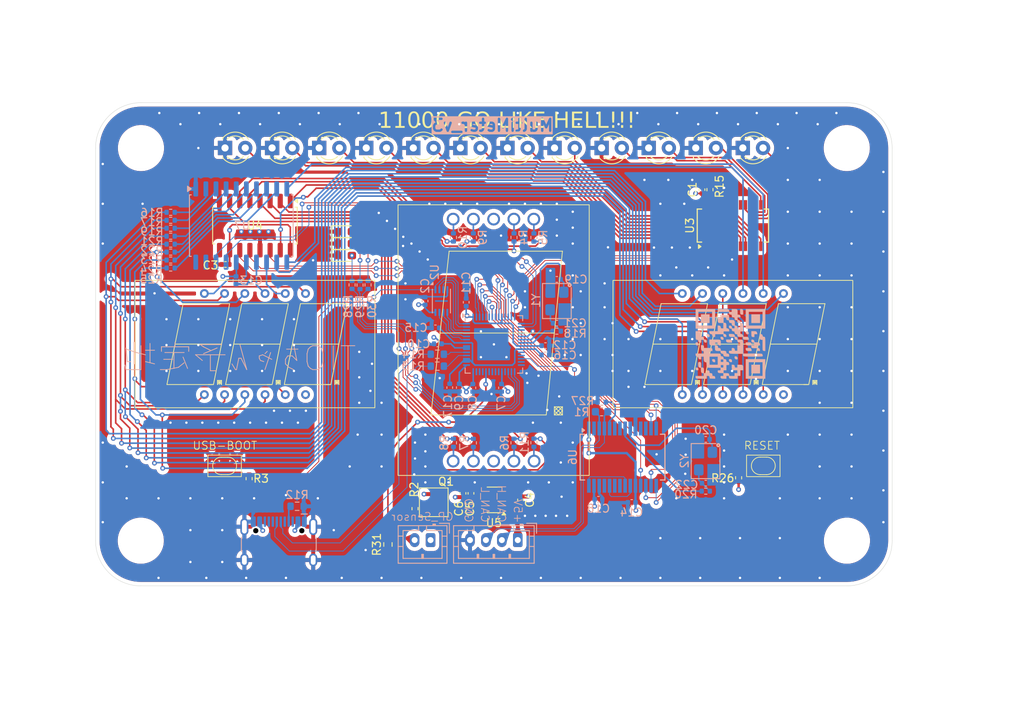
<source format=kicad_pcb>
(kicad_pcb (version 20241229) (generator "pcbnew") (generator_version "9.0")
  (layers (0 "F.Cu" signal) (4 "In1.Cu" signal) (6 "In2.Cu" signal) (2 "B.Cu" signal) (13 "F.Paste" user) (15 "B.Paste" user) (5 "F.SilkS" user "F.Silkscreen") (7 "B.SilkS" user "B.Silkscreen") (1 "F.Mask" user) (3 "B.Mask" user) (25 "Edge.Cuts" user))
  (net 0 "")
  (net 1 "Net-(P1-CC)")
  (net 3 "CAN_CS")
  (net 4 "CAN_RESET")
  (net 5 "+3V3")
  (net 6 "CAN_INT")
  (net 7 "QSPI_SD0")
  (net 8 "QSPI_SCLK")
  (net 9 "QSPI_SS")
  (net 10 "QSPI_SD3")
  (net 11 "QSPI_SD2")
  (net 12 "QSPI_SD1")
  (net 13 "Vin")
  (net 14 "CAN_L")
  (net 15 "CAN_H")
  (net 16 "Gear_Position_Sensor")
  (net 18 "/USB-")
  (net 19 "/USB+")
  (net 20 "Net-(U7-SEG1)")
  (net 21 "/A")
  (net 22 "Net-(U7-SEG2)")
  (net 23 "Net-(D1-DIG2)")
  (net 24 "/B")
  (net 25 "Net-(U7-SEG3)")
  (net 26 "/C")
  (net 27 "Net-(U7-SEG4)")
  (net 28 "/D")
  (net 29 "Net-(U7-SEG5)")
  (net 30 "/E")
  (net 31 "Net-(U7-SEG6)")
  (net 32 "/F")
  (net 33 "Net-(U7-SEG7)")
  (net 34 "/G")
  (net 35 "Net-(U7-SEG8)")
  (net 36 "/DP")
  (net 37 "CAN_SCK")
  (net 38 "CAN_MOSI")
  (net 39 "CAN_MISO")
  (net 40 "WF_DIO")
  (net 41 "TM_CLK")
  (net 42 "GP_SER")
  (net 43 "TM_SER")
  (net 44 "GP_CLK")
  (net 45 "WF_CLK")
  (net 46 "TM_LCH")
  (net 47 "GP_RCLK")
  (net 48 "Net-(D1-DIG3)")
  (net 50 "Net-(D3-DIG3)")
  (net 53 "Net-(U5-Cs)")
  (net 54 "Net-(U8-XIN)")
  (net 55 "Net-(U6-OSC1)")
  (net 56 "Net-(D1-DIG1)")
  (net 57 "Net-(U4-QA)")
  (net 58 "Net-(U1-A)")
  (net 59 "Net-(U4-QB)")
  (net 60 "Net-(U1-B)")
  (net 61 "Net-(U1-C)")
  (net 62 "Net-(U4-QC)")
  (net 63 "Net-(U4-QD)")
  (net 64 "Net-(U1-D)")
  (net 65 "Net-(U1-E)")
  (net 66 "Net-(U4-QE)")
  (net 67 "Net-(U4-QF)")
  (net 68 "Net-(U1-F)")
  (net 69 "Net-(U4-QG)")
  (net 70 "Net-(U1-G)")
  (net 71 "Net-(U4-QH)")
  (net 72 "Net-(U1-DP)")
  (net 73 "Net-(U3-R-EXT)")
  (net 74 "Net-(U8-XOUT)")
  (net 75 "Net-(U6-OSC2)")
  (net 76 "Net-(U6-STBY)")
  (net 83 "Net-(U6-R_{XD})")
  (net 84 "Net-(U6-T_{XD})")
  (net 94 "Net-(D4-A)")
  (net 96 "Net-(D5-A)")
  (net 100 "USB_Vin")
  (net 108 "Net-(LED1-A)")
  (net 109 "Net-(LED2-A)")
  (net 110 "Net-(LED3-A)")
  (net 111 "Net-(LED4-A)")
  (net 112 "Net-(LED5-A)")
  (net 113 "Net-(LED6-A)")
  (net 114 "Net-(LED7-A)")
  (net 115 "Net-(LED8-A)")
  (net 116 "Net-(LED9-A)")
  (net 117 "Net-(LED10-A)")
  (net 118 "Net-(LED11-A)")
  (net 119 "Net-(LED12-A)")
  (net 120 "GND")
  (net 121 "+1V1")
  (net 123 "Net-(D3-DIG2)")
  (net 124 "Net-(D3-DIG1)")
  (net 125 "Net-(D2-A)")
  (net 126 "Net-(C21-Pad1)")
  (net 127 "Net-(C22-Pad1)")
  (net 128 "Net-(USB-BOOT1-A)")
  (net 129 "Net-(RESET1-A)")
  (net 130 "USB_D-")
  (net 131 "USB_D+")
  (net 132 "Net-(Q1-G)")
  (net 133 "LED_A")
  (net 134 "LED_B")
  (net 135 "LED_C")
  (footprint "Package_SO:SSOP-24_3.9x8.7mm_P0.635mm" (layer "F.Cu") (at 129.105002 47.7375 90)
    (property "Reference" "U3")
    (property "Value" "TB62706BF")
  )
  (footprint "LED_THT:LED_D3.0mm" (layer "F.Cu") (at 112.621773 37.985749)
    (property "Reference" "LED9" (hide yes))
    (property "Value" "LED_Small")
  )
  (footprint "Capacitor_SMD:C_0402_1005Metric" (layer "F.Cu") (at 95.224998 81.375 90)
    (property "Reference" "C6")
    (property "Value" "0.1u")
  )
  (footprint "Package_SO:SOP-16_4.4x10.4mm_P1.27mm" (layer "F.Cu") (at 69.105002 47.7375 -90)
    (property "Reference" "U4")
    (property "Value" "74HC595")
  )
  (footprint "7Segment:A403SR-12" (layer "F.Cu") (at 129.105002 62.625)
    (property "Reference" "D3" (hide yes))
    (property "Value" "AR-403SR-12")
  )
  (footprint "PCM_Package_TO_SOT_SMD_AKL:SOT-23" (layer "F.Cu") (at 91.55 82.5 90)
    (property "Reference" "Q1")
    (property "Value" "IRLML6402" (hide yes))
  )
  (footprint "Resistor_SMD:R_0402_1005Metric" (layer "F.Cu") (at 68.375002 79.53028 -90)
    (property "Reference" "R3")
    (property "Value" "1k")
  )
  (footprint "7Segment:A403SR-12" (layer "F.Cu") (at 69.105002 62.625)
    (property "Reference" "D1" (hide yes))
    (property "Value" "A-403SR-12")
  )
  (footprint "LED_SMD:LED_0603_1608Metric_Pad1.05x0.95mm_HandSolder" (layer "F.Cu") (at 80.4 48.5)
    (property "Reference" "D5" (hide yes))
    (property "Value" "LED")
  )
  (footprint "LED_SMD:LED_0603_1608Metric_Pad1.05x0.95mm_HandSolder" (layer "F.Cu") (at 80.4 50)
    (property "Reference" "D4" (hide yes))
    (property "Value" "LED")
  )
  (footprint "Capacitor_SMD:C_0402_1005Metric" (layer "F.Cu") (at 125.225002 43.225 -90)
    (property "Reference" "C1")
    (property "Value" "0.1u")
  )
  (footprint "LED_THT:LED_D3.0mm" (layer "F.Cu") (at 83.076319 37.985749)
    (property "Reference" "LED4" (hide yes))
    (property "Value" "LED_Small")
  )
  (footprint "LED_SMD:LED_0603_1608Metric_Pad1.05x0.95mm_HandSolder" (layer "F.Cu") (at 80.4 51.5)
    (property "Reference" "D2" (hide yes))
    (property "Value" "LED")
  )
  (footprint "Resistor_SMD:R_0402_1005Metric" (layer "F.Cu") (at 89.2 83.3 90)
    (property "Reference" "R2")
    (property "Value" "RG")
  )
  (footprint "Resistor_SMD:R_0402_1005Metric" (layer "F.Cu") (at 129.825002 79.425 90)
    (property "Reference" "R26")
    (property "Value" "4.7k")
  )
  (footprint "LED_THT:LED_D3.0mm" (layer "F.Cu") (at 65.349046 37.985749)
    (property "Reference" "LED1" (hide yes))
    (property "Value" "LED_Small")
  )
  (footprint "Package_TO_SOT_SMD:SOT-23-5_HandSoldering" (layer "F.Cu") (at 99.15 82.2 180)
    (property "Reference" "U5")
    (property "Value" "NJM12877F33")
  )
  (footprint "LED_THT:LED_D3.0mm" (layer "F.Cu") (at 118.530864 37.985749)
    (property "Reference" "LED10" (hide yes))
    (property "Value" "LED_Small")
  )
  (footprint "Resistor_SMD:R_0603_1608Metric" (layer "F.Cu") (at 85.8 87.8 -90)
    (property "Reference" "R31")
    (property "Value" "R")
  )
  (footprint "7Segment:SA10-21SRWA" (layer "F.Cu") (at 99.070057 62.127335)
    (property "Reference" "U1" (hide yes))
    (property "Value" "SA10-21SRWA")
  )
  (footprint "LED_THT:LED_D3.0mm" (layer "F.Cu") (at 106.712682 37.985749)
    (property "Reference" "LED8" (hide yes))
    (property "Value" "LED_Small")
  )
  (footprint "LED_THT:LED_D3.0mm" (layer "F.Cu") (at 77.167228 37.985749)
    (property "Reference" "LED3" (hide yes))
    (property "Value" "LED_Small")
  )
  (footprint "LED_THT:LED_D3.0mm" (layer "F.Cu") (at 100.803591 37.985749)
    (property "Reference" "LED7" (hide yes))
    (property "Value" "LED_Small")
  )
  (footprint "Resistor_SMD:R_0402_1005Metric" (layer "F.Cu") (at 126.225002 43.225 90)
    (property "Reference" "R15")
    (property "Value" "hoge")
  )
  (footprint "switch:SKRPACE010" (layer "F.Cu") (at 132.925002 77.925)
    (property "Reference" "RESET1" (hide yes))
    (property "Value" "RESET")
  )
  (footprint "switch:SKRPACE010" (layer "F.Cu") (at 65.297502 77.925)
    (property "Reference" "USB-BOOT1" (hide yes))
    (property "Value" "USB_BOOT_SWITCH")
  )
  (footprint "Capacitor_SMD:C_0402_1005Metric" (layer "F.Cu") (at 96.224998 81.375 90)
    (property "Reference" "C5")
    (property "Value" "0.01u")
  )
  (footprint "Capacitor_SMD:C_0402_1005Metric" (layer "F.Cu") (at 65.405002 52.625 180)
    (property "Reference" "C3")
    (property "Value" "0.1u")
  )
  (footprint "LED_THT:LED_D3.0mm" (layer "F.Cu") (at 130.349046 37.985749)
    (property "Reference" "LED12" (hide yes))
    (property "Value" "LED_Small")
  )
  (footprint "LED_THT:LED_D3.0mm" (layer "F.Cu") (at 88.98541 37.985749)
    (property "Reference" "LED5" (hide yes))
    (property "Value" "LED_Small")
  )
  (footprint "LED_THT:LED_D3.0mm" (layer "F.Cu") (at 94.894501 37.985749)
    (property "Reference" "LED6" (hide yes))
    (property "Value" "LED_Small")
  )
  (footprint "LED_THT:LED_D3.0mm" (layer "F.Cu") (at 124.439955 37.985749)
    (property "Reference" "LED11" (hide yes))
    (property "Value" "LED_Small")
  )
  (footprint "Capacitor_SMD:C_0402_1005Metric" (layer "F.Cu") (at 102.45 82.2 -90)
    (property "Reference" "C4")
    (property "Value" "0.1u")
  )
  (footprint "LED_THT:LED_D3.0mm" (layer "F.Cu") (at 71.258137 37.985749)
    (property "Reference" "LED2" (hide yes))
    (property "Value" "LED_Small")
  )
  (footprint "Capacitor_SMD:C_0402_1005Metric" (layer "B.Cu") (at 112.225002 82.125)
    (property "Reference" "C18")
    (property "Value" "0.1u")
  )
  (footprint "Resistor_SMD:R_0402_1005Metric" (layer "B.Cu") (at 101.625002 75.025 -90)
    (property "Reference" "R6")
    (property "Value" "470")
  )
  (footprint "Connector_JST:JST_PH_B2B-PH-K_1x02_P2.00mm_Vertical" (layer "B.Cu") (at 91.15 87.25 180)
    (property "Reference" "J2" (hide yes))
    (property "Value" "GearPosition")
  )
  (footprint "Capacitor_SMD:C_0402_1005Metric" (layer "B.Cu") (at 94.759947 68.092665 -90)
    (property "Reference" "C9")
    (property "Value" "0.1u")
  )
  (footprint "Resistor_SMD:R_0402_1005Metric" (layer "B.Cu") (at 112.635002 69.925 180)
    (property "Reference" "R27")
    (property "Value" "4.7k")
  )
  (footprint "Resistor_SMD:R_0402_1005Metric" (layer "B.Cu") (at 104.125002 49.235 90)
    (property "Reference" "R5")
    (property "Value" "470")
  )
  (footprint "Resistor_SMD:R_0603_1608Metric" (layer "B.Cu") (at 92 63.9)
    (property "Reference" "R14")
    (property "Value" "27")
  )
  (footprint "Resistor_SMD:R_0402_1005Metric" (layer "B.Cu") (at 58.525002 52.07028 180)
    (property "Reference" "R24")
    (property "Value" "470")
  )
  (footprint "Resistor_SMD:R_0402_1005Metric" (layer "B.Cu") (at 94.025002 49.225 90)
    (property "Reference" "R10")
    (property "Value" "470")
  )
  (footprint "Resistor_SMD:R_0402_1005Metric" (layer "B.Cu") (at 82.3 55.21 90)
    (property "Reference" "R29")
    (property "Value" "470")
  )
  (footprint "Package_SON:Winbond_USON-8-1EP_3x2mm_P0.5mm_EP0.2x1.6mm" (layer "B.Cu") (at 92.509947 57.217665 -90)
    (property "Reference" "U2")
    (property "Value" "W25Q16JVUXIQ")
  )
  (footprint "Resistor_SMD:R_0603_1608Metric" (layer "B.Cu") (at 92 65.4)
    (property "Reference" "R13")
    (property "Value" "27")
  )
  (footprint "Capacitor_SMD:C_0402_1005Metric" (layer "B.Cu") (at 90.459947 57.212665 90)
    (property "Reference" "C2")
    (property "Value" "0.1u")
  )
  (footprint "Resistor_SMD:R_0402_1005Metric" (layer "B.Cu") (at 83.3 55.19 90)
    (property "Reference" "R30")
    (property "Value" "470")
  )
  (footprint "Capacitor_SMD:C_0603_1608Metric" (layer "B.Cu") (at 112.625002 71.125 180)
    (property "Reference" "R1")
    (property "Value" "120")
  )
  (footprint "Capacitor_SMD:C_0402_1005Metric" (layer "B.Cu") (at 100.059947 68.122665 -90)
    (property "Reference" "C7")
    (property "Value" "0.1u")
  )
  (footprint "Resistor_SMD:R_0402_1005Metric" (layer "B.Cu") (at 58.525002 48.07028 180)
    (property "Reference" "R19")
    (property "Value" "470")
  )
  (footprint "PCM_Crystal_AKL:Crystal_SMD_3225-4Pin_3.2x2.5mm" (layer "B.Cu") (at 107.009947 57.217665 -90)
    (property "Reference" "Y1")
    (property "Value" "12M" (hide yes))
  )
  (footprint "Package_SO:SOP-20_7.5x12.8mm_P1.27mm" (layer "B.Cu") (at 67.390002 47.7375 -90)
    (property "Reference" "U7")
    (property "Value" "TM1637")
  )
  (footprint "Capacitor_SMD:C_0402_1005Metric" (layer "B.Cu") (at 107 54.5 180)
    (property "Reference" "C19")
    (property "Value" "10p")
  )
  (footprint "MountingHole:MountingHole_5.3mm_M5" (layer "B.Cu") (at 143.398752 38 180)
    (property "Reference" "REF**1" (hide yes))
    (property "Value" "MountingHole_5.3mm_M5")
  )
  (footprint "Resistor_SMD:R_0402_1005Metric" (layer "B.Cu") (at 58.525002 49.07028 180)
    (property "Reference" "R21")
    (property "Value" "470")
  )
  (footprint "Resistor_SMD:R_0402_1005Metric" (layer "B.Cu") (at 107 61 180)
    (property "Reference" "R18")
    (property "Value" "1k")
  )
  (footprint "LOGO" (layer "B.Cu") (at 128.8 62.6 180)
    (property "Reference" "G***" (hide yes))
    (property "Value" "LOGO" (hide yes))
  )
  (footprint "Package_SO:SSOP-28_5.3x10.2mm_P0.65mm" (layer "B.Cu") (at 115.250002 76.825 -90)
    (property "Reference" "U6")
    (property "Value" "MCP25625x-x-SS")
  )
  (footprint "Resistor_SMD:R_0603_1608Metric" (layer "B.Cu") (at 74.4 83 180)
    (property "Reference" "R12")
    (property "Value" "5.1k")
  )
  (footprint "Resistor_SMD:R_0402_1005Metric" (layer "B.Cu") (at 94.025002 75.025 -90)
    (property "Reference" "R8")
    (property "Value" "470")
  )
  (footprint "Capacitor_SMD:C_0402_1005Metric" (layer "B.Cu") (at 125.7 80.1)
    (property "Reference" "C22")
    (property "Value" "10p")
  )
  (footprint "Resistor_SMD:R_0402_1005Metric" (layer "B.Cu") (at 101.625002 49.225 90)
    (property "Reference" "R4")
    (property "Value" "470")
  )
  (footprint "Capacitor_SMD:C_0402_1005Metric" (layer "B.Cu") (at 125.7 74.6 180)
    (property "Reference" "C20")
    (property "Value" "10p")
  )
  (footprint "Capacitor_SMD:C_0402_1005Metric" (layer "B.Cu") (at 92.059947 62.592665 180)
    (property "Reference" "C10")
    (property "Value" "1u")
  )
  (footprint "Capacitor_SMD:C_0402_1005Metric" (layer "B.Cu") (at 107 60)
    (property "Reference" "C21")
    (property "Value" "10p")
  )
  (footprint "Connector_JST:JST_PH_B4B-PH-K_1x04_P2.00mm_Vertical" (layer "B.Cu") (at 102.1 87.25 180)
    (property "Reference" "J1" (hide yes))
    (property "Value" "Conn_01x04_Socket")
  )
  (footprint "Capacitor_SMD:C_0402_1005Metric" (layer "B.Cu") (at 105.559947 63.992665)
    (property "Reference" "C16")
    (property "Value" "0.1u")
  )
  (footprint "Resistor_SMD:R_0402_1005Metric" (layer "B.Cu") (at 96.525002 49.225 90)
    (property "Reference" "R9")
    (property "Value" "470")
  )
  (footprint "Resistor_SMD:R_0402_1005Metric" (layer "B.Cu") (at 58.525002 51.07028 180)
    (property "Reference" "R23")
    (property "Value" "470")
  )
  (footprint "Capacitor_SMD:C_0402_1005Metric" (layer "B.Cu") (at 105.575002 62.825)
    (property "Reference" "C12")
    (property "Value" "0.1u")
  )
  (footprint "Capacitor_SMD:C_0402_1005Metric" (layer "B.Cu") (at 66.725002 54.605 -90)
    (property "Reference" "C13")
    (property "Value" "0.1u")
  )
  (footprint "Capacitor_SMD:C_0402_1005Metric" (layer "B.Cu") (at 96.459947 68.122665 -90)
    (property "Reference" "C8")
    (property "Value" "0.1u")
  )
  (footprint "PCM_Crystal_AKL:Crystal_SMD_3225-4Pin_3.2x2.5mm" (layer "B.Cu") (at 125.675002 77.325 -90)
    (property "Reference" "Y2")
    (property "Value" "16M" (hide yes))
  )
  (footprint "Resistor_SMD:R_0402_1005Metric" (layer "B.Cu") (at 58.525002 50.07028 180)
    (property "Reference" "R22")
    (property "Value" "470")
  )
  (footprint "Capacitor_SMD:C_0402_1005Metric" (layer "B.Cu") (at 95.625002 57.375 90)
    (property "Reference" "C11")
    (property "Value" "1u")
  )
  (footprint "Resistor_SMD:R_0402_1005Metric" (layer "B.Cu") (at 125.7 81.1)
    (property "Reference" "R20")
    (property "Value" "10k")
  )
  (footprint "Capacitor_SMD:C_0402_1005Metric" (layer "B.Cu") (at 116.405002 82.525)
    (property "Reference" "C14")
    (property "Value" "0.1u")
  )
  (footprint "MountingHole:MountingHole_5.3mm_M5" (layer "B.Cu") (at 143.423752 87.325 180)
    (property "Reference" "REF**3" (hide yes))
    (property "Value" "MountingHole_5.3mm_M5")
  )
  (footprint "Resistor_SMD:R_0402_1005Metric" (layer "B.Cu") (at 58.525002 47.07028 180)
    (property "Reference" "R17")
    (property "Value" "470")
  )
  (footprint "Resistor_SMD:R_0402_1005Metric" (layer "B.Cu") (at 58.525002 46.07028 180)
    (property "Reference" "R16")
    (property "Value" "470")
  )
  (footprint "MountingHole:MountingHole_5.3mm_M5" (layer "B.Cu") (at 54.798752 38 180)
    (property "Reference" "REF**2" (hide yes))
    (property "Value" "MountingHole_5.3mm_M5")
  )
  (footprint "MountingHole:MountingHole_5.3mm_M5" (layer "B.Cu") (at 54.773752 87.325 180)
    (property "Reference" "REF**4" (hide yes))
    (property "Value" "MountingHole_5.3mm_M5")
  )
  (footprint "Resistor_SMD:R_0402_1005Metric" (layer "B.Cu") (at 58.525002 53.07028 180)
    (property "Reference" "R25")
    (property "Value" "470")
  )
  (footprint "Package_DFN_QFN:QFN-56-1EP_7x7mm_P0.4mm_EP3.2x3.2mm" (layer "B.Cu") (at 99.105003 62.6625 -90)
    (property "Reference" "U8" (hide yes))
    (property "Value" "RP2040")
  )
  (footprint "Resistor_SMD:R_0402_1005Metric" (layer "B.Cu") (at 81.3 55.19 90)
    (property "Reference" "R28")
    (property "Value" "470")
  )
  (footprint "Resistor_SMD:R_0402_1005Metric" (layer "B.Cu") (at 96.525002 75.035 -90)
    (property "Reference" "R7")
    (property "Value" "470")
  )
  (footprint "Capacitor_SMD:C_0402_1005Metric" (layer "B.Cu") (at 93.559947 68.092665 -90)
    (property "Reference" "C17")
    (property "Value" "1u")
  )
  (footprint "Capacitor_SMD:C_0402_1005Metric" (layer "B.Cu") (at 91.759947 60.592665 180)
    (property "Reference" "C15")
    (property "Value" "0.1u")
  )
  (footprint "Connector_USB:USB_C_Receptacle_HCTL_HC-TYPE-C-16P-01A" (layer "B.Cu") (at 72.098752 88.675 180)
    (property "Reference" "P1" (hide yes))
    (property "Value" "USB_C_Plug_USB2.0")
  )
  (footprint "Resistor_SMD:R_0402_1005Metric" (layer "B.Cu") (at 104.125002 75.015 -90)
    (property "Reference" "R11")
    (property "Value" "470")
  )
  (gr_rect (start 130.825002 76.575) (end 135.025002 77.125) (stroke (width 0.2)) (fill yes) (layer "F.Cu") (net 120))
  (gr_rect (start 130.825002 78.725) (end 135.025002 79.275) (stroke (width 0.2)) (fill yes) (layer "F.Cu") (net 129))
  (gr_rect (start 63.222502 78.74528) (end 67.422502 79.29528) (stroke (width 0.2)) (fill yes) (layer "F.Cu") (net 128))
  (gr_rect (start 63.197502 76.57028) (end 67.397502 77.12028) (stroke (width 0.2)) (fill yes) (layer "F.Cu") (net 120))
  (gr_rect (start 124.5 49.75) (end 125.75 51) (stroke (width 0.2)) (fill yes) (layer "F.Cu") (net 120))
  (gr_rect (start 105.7 53.15) (end 106.7 56.7) (stroke (width 0.2)) (fill yes) (layer "B.Cu") (net 120))
  (gr_rect (start 107.3 57.6) (end 109 60.2) (stroke (width 0.2)) (fill yes) (layer "B.Cu") (net 120))
  (gr_rect (start 95.329947 62.862665) (end 96.009947 63.262665) (stroke (width 0.2)) (fill yes) (layer "B.Cu") (net 5))
  (gr_rect (start 116.725002 70.97028) (end 117.025002 74.07028) (stroke (width 0.2)) (fill yes) (layer "B.Cu") (net 120))
  (gr_rect (start 95.329947 64.462665) (end 96.009947 64.862665) (stroke (width 0.2)) (fill yes) (layer "B.Cu") (net 121))
  (gr_rect (start 126 77.8) (end 127.6 80.3) (stroke (width 0.2)) (fill yes) (layer "B.Cu") (net 120))
  (gr_rect (start 123.8 73.9) (end 125.4 76.9) (stroke (width 0.2)) (fill yes) (layer "B.Cu") (net 120))
  (gr_arc (start 143.398752 32.3) (mid 147.429272 33.969485) (end 149.098752 38) (stroke (width 0.05)) (layer "Edge.Cuts"))
  (gr_arc (start 149.098752 87.325) (mid 147.436582 91.337825) (end 143.423752 93) (stroke (width 0.05)) (layer "Edge.Cuts"))
  (gr_line (start 49.098751 87.325) (end 49.098752 38) (stroke (width 0.05)) (layer "Edge.Cuts"))
  (gr_line (start 149.098752 38) (end 149.098752 87.325) (stroke (width 0.05)) (layer "Edge.Cuts"))
  (gr_arc (start 54.798963 92.999944) (mid 50.769856 91.346728) (end 49.098752 87.325) (stroke (width 0.05)) (layer "Edge.Cuts"))
  (gr_line (start 143.423752 93) (end 54.798752 93) (stroke (width 0.05)) (layer "Edge.Cuts"))
  (gr_arc (start 49.098752 38) (mid 50.768242 33.969485) (end 54.798752 32.3) (stroke (width 0.05)) (layer "Edge.Cuts"))
  (gr_line (start 54.798752 32.3) (end 143.398752 32.3) (stroke (width 0.05)) (layer "Edge.Cuts"))
  (gr_text "USB-BOOT" (at 61.225002 75.97028 -0) (layer "F.SilkS") (effects (font (size 1 1) (thickness 0.1)) (justify left bottom)))
  (gr_text "11000 GO LIKE HELL!!!" (at 84.6 35.8 0) (layer "F.SilkS") (effects (font (size 2 2) (thickness 0.25)) (justify left bottom)))
  (gr_text "RESET" (at 130.425002 75.97028 -0) (layer "F.SilkS") (effects (font (size 1 1) (thickness 0.1)) (justify left bottom)))
  (gr_text "+5V" (at 101.533333 85.2 -90) (layer "B.SilkS") (effects (font (size 1 1) (thickness 0.1)) (justify left bottom mirror)))
  (gr_text "CAN_L" (at 97.4 85.1 -90) (layer "B.SilkS") (effects (font (size 1 1) (thickness 0.1)) (justify left bottom mirror)))
  (gr_text "GP_Sensor" (at 94.1 84.9 -0) (layer "B.SilkS") (effects (font (size 1 1) (thickness 0.1)) (justify left bottom mirror)))
  (gr_text "MultiMeter_v3" (at 106.723131 36.02169 -0) (layer "B.SilkS" knockout) (effects (font (size 1.5 1.5) (thickness 0.3) (bold yes)) (justify left bottom mirror)))
  (gr_text "TIOちゃん予定地" (at 82 66.2 0) (layer "B.SilkS") (effects (font (size 3 3) (thickness 0.1)) (justify left bottom mirror)))
  (gr_text "GND" (at 95.333333 85.1 -90) (layer "B.SilkS") (effects (font (size 1 1) (thickness 0.1)) (justify left bottom mirror)))
  (gr_text "CAN_H" (at 99.466666 85.1 -90) (layer "B.SilkS") (effects (font (size 1 1) (thickness 0.1)) (justify left bottom mirror)))
  (segment (start 73.575 83) (end 73.348752 83.226248) (width 0.2) (layer "B.Cu") (net 1))
  (segment (start 73.348752 83.226248) (end 73.348752 84.93) (width 0.2) (layer "B.Cu") (net 1))
  (segment (start 112.325714 67.823) (end 114.388197 69.885483) (width 0.1) (layer "F.Cu") (net 3))
  (segment (start 121.826002 71.946768) (end 121.826002 79.724) (width 0.1) (layer "F.Cu") (net 3))
  (segment (start 119.625002 81.925) (end 121.826002 79.724) (width 0.1) (layer "F.Cu") (net 3))
  (segment (start 114.388197 69.885483) (end 114.44968 69.824) (width 0.1) (layer "F.Cu") (net 3))
  (segment (start 100.328002 59.225288) (end 108.925714 67.823) (width 0.1) (layer "F.Cu") (net 3))
  (segment (start 118.175002 81.925) (end 119.625002 81.925) (width 0.1) (layer "F.Cu") (net 3))
  (segment (start 114.44968 69.824) (end 119.703234 69.824) (width 0.1) (layer "F.Cu") (net 3))
  (segment (start 97.324002 55.191137) (end 98.368173 55.191137) (width 0.1) (layer "F.Cu") (net 3))
  (segment (start 100.328002 57.150966) (end 100.328002 59.225288) (width 0.1) (layer "F.Cu") (net 3))
  (segment (start 119.703234 69.824) (end 121.826002 71.946768) (width 0.1) (layer "F.Cu") (net 3))
  (segment (start 108.925714 67.823) (end 112.325714 67.823) (width 0.1) (layer "F.Cu") (net 3))
  (segment (start 98.368173 55.191137) (end 100.328002 57.150966) (width 0.1) (layer "F.Cu") (net 3))
  (via (at 97.324002 55.191137) (size 0.6) (drill 0.3) (layers "F.Cu" "B.Cu") (net 3))
  (via (at 118.175002 81.925) (size 0.6) (drill 0.3) (layers "F.Cu" "B.Cu") (net 3))
  (segment (start 97.074002 57.374) (end 97.074002 55.441137) (width 0.1) (layer "B.Cu") (net 3))
  (segment (start 97.305003 59.225) (end 97.305003 58.561267) (width 0.1) (layer "B.Cu") (net 3))
  (segment (start 97.173002 57.473) (end 97.074002 57.374) (width 0.1) (layer "B.Cu") (net 3))
  (segment (start 97.173002 58.429266) (end 97.173002 57.473) (width 0.1) (layer "B.Cu") (net 3))
  (segment (start 97.074002 55.441137) (end 97.324002 55.191137) (width 0.1) (layer "B.Cu") (net 3))
  (segment (start 97.305003 58.561267) (end 97.173002 58.429266) (width 0.1) (layer "B.Cu") (net 3))
  (segment (start 118.175002 80.425) (end 118.175002 81.925) (width 0.1) (layer "B.Cu") (net 3))
  (segment (start 117.525002 74.725) (end 117.525002 78.475) (width 0.1) (layer "F.Cu") (net 4))
  (segment (start 98.870175 57.982535) (end 98.870175 59.470173) (width 0.1) (layer "F.Cu") (net 4))
  (segment (start 111.827002 69.027) (end 117.525002 74.725) (width 0.1) (layer "F.Cu") (net 4))
  (segment (start 108.427002 69.027) (end 111.827002 69.027) (width 0.1) (layer "F.Cu") (net 4))
  (segment (start 98.870175 59.470173) (end 108.427002 69.027) (width 0.1) (layer "F.Cu") (net 4))
  (via (at 117.525002 78.475) (size 0.6) (drill 0.3) (layers "F.Cu" "B.Cu") (net 4))
  (via (at 98.870175 57.982535) (size 0.6) (drill 0.3) (layers "F.Cu" "B.Cu") (net 4))
  (segment (start 98.870175 57.982535) (end 98.870175 58.090172) (width 0.1) (layer "B.Cu") (net 4))
  (segment (start 98.870175 58.090172) (end 98.905003 58.125) (width 0.1) (layer "B.Cu") (net 4))
  (segment (start 117.525002 80.425) (end 117.525002 78.475) (width 0.1) (layer "B.Cu") (net 4))
  (segment (start 98.905003 58.125) (end 98.905003 59.225) (width 0.1) (layer "B.Cu") (net 4))
  (segment (start 111.025002 74.625) (end 111.025002 76.325) (width 0.3) (layer "F.Cu") (net 5))
  (segment (start 95.224998 82.134999) (end 95.224998 81.855) (width 0.5) (layer "F.Cu") (net 5))
  (segment (start 97.8 83.15) (end 96.239999 83.15) (width 0.5) (layer "F.Cu") (net 5))
  (segment (start 96.239999 83.15) (end 95.224998 82.134999) (width 0.5) (layer "F.Cu") (net 5))
  (segment (start 129.825002 79.935) (end 129.825002 80.9) (width 0.3) (layer "F.Cu") (net 5))
  (segment (start 94.245 81.855) (end 95.224998 81.855) (width 0.5) (layer "F.Cu") (net 5))
  (via (at 94.245 81.855) (size 0.6) (drill 0.3) (layers "F.Cu" "B.Cu") (net 5))
  (via (at 111.025002 74.625) (size 0.6) (drill 0.3) (layers "F.Cu" "B.Cu") (net 5))
  (via (at 95.725002 59.07028) (size 0.6) (drill 0.3) (layers "F.Cu" "B.Cu") (net 5))
  (via (at 89.649947 57.67028) (size 0.6) (drill 0.3) (layers "F.Cu" "B.Cu") (net 5))
  (via (at 111.025002 76.325) (size 0.6) (drill 0.3) (layers "F.Cu" "B.Cu") (net 5))
  (via (at 100.869947 68.592665) (size 0.6) (drill 0.3) (layers "F.Cu" "B.Cu") (net 5))
  (via (at 91.559947 61.782665) (size 0.6) (drill 0.3) (layers "F.Cu" "B.Cu") (net 5))
  (via (at 129.825002 80.9) (size 0.6) (drill 0.3) (layers "F.Cu" "B.Cu") (net 5))
  (via (at 116.925002 83.525) (size 0.6) (drill 0.3) (layers "F.Cu" "B.Cu") (net 5))
  (via (at 95.649947 68.643898) (size 0.6) (drill 0.3) (layers "F.Cu" "B.Cu") (net 5))
  (segment (start 116.875002 77.425) (end 115.775002 76.325) (width 0.3) (layer "B.Cu") (net 5))
  (segment (start 104.990112 62.8625) (end 105.059947 62.792665) (width 0.2) (layer "B.Cu") (net 5))
  (segment (start 95.725002 59.07028) (end 95.625002 58.97028) (width 0.2) (layer "B.Cu") (net 5))
  (segment (start 100.105003 59.225) (end 100.105003 59.760275) (width 0.2) (layer "B.Cu") (net 5))
  (segment (start 90.459947 58.092665) (end 91.009947 58.642665) (width 0.2) (layer "B.Cu") (net 5))
  (segment (start 116.885002 82.525) (end 116.885002 83.485) (width 0.3) (layer "B.Cu") (net 5))
  (segment (start 93.692847 62.592665) (end 94.192847 63.092665) (width 0.2) (layer "B.Cu") (net 5))
  (segment (start 100.869947 68.452665) (end 100.869947 68.592665) (width 0.2) (layer "B.Cu") (net 5))
  (segment (start 101.525002 60.32028) (end 101.229722 60.025) (width 0.2) (layer "B.Cu") (net 5))
  (segment (start 96.409947 67.642665) (end 96.459947 67.642665) (width 0.2) (layer "B.Cu") (net 5))
  (segment (start 111.025002 74.625) (end 111.025002 73.225) (width 0.3) (layer "B.Cu") (net 5))
  (segment (start 96.459947 67.642665) (end 96.505003 67.597609) (width 0.2) (layer "B.Cu") (net 5))
  (segment (start 116.885002 83.485) (end 116.925002 83.525) (width 0.3) (layer "B.Cu") (net 5))
  (segment (start 95.879722 59.225) (end 95.725002 59.07028) (width 0.2) (layer "B.Cu") (net 5))
  (segment (start 91.729947 61.782665) (end 92.539947 62.592665) (width 0.2) (layer "B.Cu") (net 5))
  (segment (start 96.505003 59.225) (end 95.879722 59.225) (width 0.2) (layer "B.Cu") (net 5))
  (segment (start 90.459947 57.692665) (end 90.459947 58.092665) (width 0.2) (layer "B.Cu") (net 5))
  (segment (start 102.542503 62.8625) (end 104.990112 62.8625) (width 0.2) (layer "B.Cu") (net 5))
  (segment (start 96.505003 59.805001) (end 96.505003 59.225) (width 0.2) (layer "B.Cu") (net 5))
  (segment (start 94.759947 66.171221) (end 95.667503 65.263665) (width 0.2) (layer "B.Cu") (net 5))
  (segment (start 91.009947 58.642665) (end 91.759947 58.642665) (width 0.2) (layer "B.Cu") (net 5))
  (segment (start 94.192847 63.092665) (end 95.639947 63.092665) (width 0.2) (layer "B.Cu") (net 5))
  (segment (start 91.559947 61.782665) (end 91.729947 61.782665) (width 0.2) (layer "B.Cu") (net 5))
  (segment (start 92.539947 62.592665) (end 93.692847 62.592665) (width 0.2) (layer "B.Cu") (net 5))
  (segment (start 95.649947 68.502665) (end 95.649947 68.643898) (width 0.2) (layer "B.Cu") (net 5))
  (segment (start 102.542503 62.8625) (end 101.967222 62.8625) (width 0.2) (layer "B.Cu") (net 5))
  (segment (start 96.505003 67.597609) (end 96.505003 66.1) (width 0.2) (layer "B.Cu") (net 5))
  (segment (start 95.639947 63.092665) (end 95.669947 63.062665) (width 0.2) (layer "B.Cu") (net 5))
  (segment (start 95.625002 58.97028) (end 95.625002 57.855) (width 0.2) (layer "B.Cu") (net 5))
  (segment (start 100.105003 66.1) (end 100.105003 67.617609) (width 0.2) (layer "B.Cu") (net 5))
  (segment (start 100.059947 67.642665) (end 100.869947 68.452665) (width 0.2) (layer "B.Cu") (net 5))
  (segment (start 95.649947 68.643898) (end 95.649947 68.402665) (width 0.2) (layer "B.Cu") (net 5))
  (segment (start 101.967222 62.8625) (end 101.525002 62.42028) (width 0.2) (layer "B.Cu") (net 5))
  (segment (start 99.840278 60.025) (end 96.725002 60.025) (width 0.2) (layer "B.Cu") (net 5))
  (segment (start 100.105003 67.617609) (end 100.059947 67.662665) (width 0.2) (layer "B.Cu") (net 5))
  (segment (start 101.525002 62.42028) (end 101.525002 60.32028) (width 0.2) (layer "B.Cu") (net 5))
  (segment (start 116.875002 82.515) (end 116.885002 82.525) (width 0.3) (layer "B.Cu") (net 5))
  (segment (start 116.875002 80.425) (end 116.875002 82.515) (width 0.3) (layer "B.Cu") (net 5))
  (segment (start 95.649947 68.402665) (end 96.409947 67.642665) (width 0.2) (layer "B.Cu") (net 5))
  (segment (start 94.759947 67.612665) (end 94.759947 66.171221) (width 0.2) (layer "B.Cu") (net 5))
  (segment (start 94.759947 67.612665) (end 95.649947 68.502665) (width 0.2) (layer "B.Cu") (net 5))
  (segment (start 116.875002 80.425) (end 116.875002 77.425) (width 0.3) (layer "B.Cu") (net 5))
  (segment (start 101.229722 60.025) (end 99.840278 60.025) (width 0.2) (layer "B.Cu") (net 5))
  (segment (start 96.725002 60.025) (end 96.505003 59.805001) (width 0.2) (layer "B.Cu") (net 5))
  (segment (start 115.775002 76.325) (end 111.025002 76.325) (width 0.3) (layer "B.Cu") (net 5))
  (segment (start 90.437562 57.67028) (end 90.459947 57.692665) (width 0.2) (layer "B.Cu") (net 5))
  (segment (start 100.105003 59.760275) (end 99.840278 60.025) (width 0.2) (layer "B.Cu") (net 5))
  (segment (start 89.649947 57.67028) (end 90.437562 57.67028) (width 0.2) (layer "B.Cu") (net 5))
  (segment (start 99.425002 57.525) (end 99.174202 57.2742) (width 0.1) (layer "F.Cu") (net 6))
  (segment (start 99.174202 57.2742) (end 98.498335 57.2742) (width 0.1) (layer "F.Cu") (net 6))
  (segment (start 111.95168 68.726) (end 108.55168 68.726) (width 0.1) (layer "F.Cu") (net 6))
  (segment (start 118.175002 70.875) (end 114.10068 70.875) (width 0.1) (layer "F.Cu") (net 6))
  (segment (start 99.425002 59.599322) (end 99.425002 57.525) (width 0.1) (layer "F.Cu") (net 6))
  (segment (start 118.825002 71.525) (end 118.175002 70.875) (width 0.1) (layer "F.Cu") (net 6))
  (segment (start 108.55168 68.726) (end 99.425002 59.599322) (width 0.1) (layer "F.Cu") (net 6))
  (segment (start 114.10068 70.875) (end 111.95168 68.726) (width 0.1) (layer "F.Cu") (net 6))
  (via (at 98.498335 57.2742) (size 0.6) (drill 0.3) (layers "F.Cu" "B.Cu") (net 6))
  (via (at 118.825002 71.525) (size 0.6) (drill 0.3) (layers "F.Cu" "B.Cu") (net 6))
  (segment (start 98.505002 58.484232) (end 98.505002 59.225) (width 0.1) (layer "B.Cu") (net 6))
  (segment (start 98.225002 57.547533) (end 98.225002 58.204232) (width 0.1) (layer "B.Cu") (net 6))
  (segment (start 98.225002 58.204232) (end 98.505002 58.484232) (width 0.1) (layer "B.Cu") (net 6))
  (segment (start 118.825002 71.525) (end 118.825002 73.225) (width 0.1) (layer "B.Cu") (net 6))
  (segment (start 98.498335 57.2742) (end 98.225002 57.547533) (width 0.1) (layer "B.Cu") (net 6))
  (segment (start 93.708947 59.659218) (end 93.708947 60.692185) (width 0.1) (layer "B.Cu") (net 7))
  (segment (start 94.180262 61.1635) (end 95.103939 61.1635) (width 0.1) (layer "B.Cu") (net 7))
  (segment (start 93.259947 59.210218) (end 93.708947 59.659218) (width 0.1) (layer "B.Cu") (net 7))
  (segment (start 93.259947 58.642665) (end 93.259947 59.210218) (width 0.1) (layer "B.Cu") (net 7))
  (segment (start 93.708947 60.692185) (end 94.180262 61.1635) (width 0.1) (layer "B.Cu") (net 7))
  (segment (start 95.263229 61.2135) (end 95.312229 61.2625) (width 0.1) (layer "B.Cu") (net 7))
  (segment (start 95.312229 61.2625) (end 95.667503 61.2625) (width 0.1) (layer "B.Cu") (net 7))
  (segment (start 95.103939 61.1635) (end 95.153939 61.2135) (width 0.1) (layer "B.Cu") (net 7))
  (segment (start 95.153939 61.2135) (end 95.263229 61.2135) (width 0.1) (layer "B.Cu") (net 7))
  (segment (start 93.407947 59.783896) (end 93.407947 60.816863) (width 0.1) (layer "B.Cu") (net 8))
  (segment (start 94.055584 61.4645) (end 94.979261 61.4645) (width 0.1) (layer "B.Cu") (net 8))
  (segment (start 92.759947 58.642665) (end 92.759947 59.135894) (width 0.1) (layer "B.Cu") (net 8))
  (segment (start 95.286553 61.6625) (end 95.667503 61.6625) (width 0.1) (layer "B.Cu") (net 8))
  (segment (start 93.407947 60.816863) (end 94.055584 61.4645) (width 0.1) (layer "B.Cu") (net 8))
  (segment (start 95.237553 61.6135) (end 95.286553 61.6625) (width 0.1) (layer "B.Cu") (net 8))
  (segment (start 92.759947 59.135894) (end 93.407947 59.783896) (width 0.1) (layer "B.Cu") (net 8))
  (segment (start 95.054939 61.5145) (end 95.153939 61.6135) (width 0.1) (layer "B.Cu") (net 8))
  (segment (start 94.979261 61.4645) (end 95.029261 61.5145) (width 0.1) (layer "B.Cu") (net 8))
  (segment (start 95.153939 61.6135) (end 95.237553 61.6135) (width 0.1) (layer "B.Cu") (net 8))
  (segment (start 95.029261 61.5145) (end 95.054939 61.5145) (width 0.1) (layer "B.Cu") (net 8))
  (segment (start 78.925002 57.37028) (end 83.379722 57.37028) (width 0.1) (layer "F.Cu") (net 9))
  (segment (start 77.125002 59.17028) (end 78.925002 57.37028) (width 0.1) (layer "F.Cu") (net 9))
  (segment (start 83.379722 57.37028) (end 84.025002 56.725) (width 0.1) (layer "F.Cu") (net 9))
  (segment (start 68.375002 80.04028) (end 74.455002 80.04028) (width 0.1) (layer "F.Cu") (net 9))
  (segment (start 74.455002 80.04028) (end 77.125002 77.37028) (width 0.1) (layer "F.Cu") (net 9))
  (segment (start 77.125002 77.37028) (end 77.125002 59.17028) (width 0.1) (layer "F.Cu") (net 9))
  (via (at 84.025002 56.725) (size 0.6) (drill 0.3) (layers "F.Cu" "B.Cu") (net 9))
  (segment (start 91.759947 55.291309) (end 92.760591 54.290665) (width 0.1) (layer "B.Cu") (net 9))
  (segment (start 92.760591 54.290665) (end 94.009303 54.290665) (width 0.1) (layer "B.Cu") (net 9))
  (segment (start 94.611947 59.892665) (end 94.781782 60.0625) (width 0.1) (layer "B.Cu") (net 9))
  (segment (start 84.025002 56.725) (end 84.957337 55.792665) (width 0.1) (layer "B.Cu") (net 9))
  (segment (start 91.759947 55.792665) (end 91.759947 55.291309) (width 0.1) (layer "B.Cu") (net 9))
  (segment (start 94.009303 54.290665) (end 94.611947 54.893309) (width 0.1) (layer "B.Cu") (net 9))
  (segment (start 94.781782 60.0625) (end 95.667503 60.0625) (width 0.1) (layer "B.Cu") (net 9))
  (segment (start 84.957337 55.792665) (end 91.759947 55.792665) (width 0.1) (layer "B.Cu") (net 9))
  (segment (start 94.611947 54.893309) (end 94.611947 59.892665) (width 0.1) (layer "B.Cu") (net 9))
  (segment (start 92.259947 59.313056) (end 93.106947 60.160056) (width 0.1) (layer "B.Cu") (net 10))
  (segment (start 92.259947 58.642665) (end 92.259947 59.313056) (width 0.1) (layer "B.Cu") (net 10))
  (segment (start 95.00939 62.062499) (end 95.667503 62.062499) (width 0.1) (layer "B.Cu") (net 10))
  (segment (start 94.712391 61.7655) (end 95.00939 62.062499) (width 0.1) (layer "B.Cu") (net 10))
  (segment (start 93.106947 60.160056) (end 93.106947 60.941541) (width 0.1) (layer "B.Cu") (net 10))
  (segment (start 93.106947 60.941541) (end 93.930906 61.7655) (width 0.1) (layer "B.Cu") (net 10))
  (segment (start 93.930906 61.7655) (end 94.712391 61.7655) (width 0.1) (layer "B.Cu") (net 10))
  (segment (start 93.759947 54.892665) (end 94.009947 55.142665) (width 0.1) (layer "B.Cu") (net 11))
  (segment (start 93.009947 54.892665) (end 93.759947 54.892665) (width 0.1) (layer "B.Cu") (net 11))
  (segment (start 94.009947 55.142665) (end 94.009947 60.567507) (width 0.1) (layer "B.Cu") (net 11))
  (segment (start 92.759947 55.142665) (end 93.009947 54.892665) (width 0.1) (layer "B.Cu") (net 11))
  (segment (start 94.009947 60.567507) (end 94.30494 60.8625) (width 0.1) (layer "B.Cu") (net 11))
  (segment (start 94.30494 60.8625) (end 95.667503 60.8625) (width 0.1) (layer "B.Cu") (net 11))
  (segment (start 92.759947 55.792665) (end 92.759947 55.142665) (width 0.1) (layer "B.Cu") (net 11))
  (segment (start 94.310947 60.068248) (end 94.7052 60.462501) (width 0.1) (layer "B.Cu") (net 12))
  (segment (start 92.259947 55.216987) (end 92.885269 54.591665) (width 0.1) (layer "B.Cu") (net 12))
  (segment (start 92.885269 54.591665) (end 93.884625 54.591665) (width 0.1) (layer "B.Cu") (net 12))
  (segment (start 92.259947 55.792665) (end 92.259947 55.216987) (width 0.1) (layer "B.Cu") (net 12))
  (segment (start 94.7052 60.462501) (end 95.667503 60.462501) (width 0.1) (layer "B.Cu") (net 12))
  (segment (start 94.310947 55.017987) (end 94.310947 60.068248) (width 0.1) (layer "B.Cu") (net 12))
  (segment (start 93.884625 54.591665) (end 94.310947 55.017987) (width 0.1) (layer "B.Cu") (net 12))
  (segment (start 65.930002 47.97) (end 65.930002 50.825) (width 0.2) (layer "F.Cu") (net 13))
  (segment (start 101.98 81.25) (end 100.5 81.25) (width 0.5) (layer "F.Cu") (net 13))
  (segment (start 99.269 82.621122) (end 99.269 81.701001) (width 0.5) (layer "F.Cu") (net 13))
  (segment (start 103.395 81.775) (end 102.505 81.775) (width 0.5) (layer "F.Cu") (net 13))
  (segment (start 73.550002 47.95) (end 73.229002 47.629) (width 0.2) (layer "F.Cu") (net 13))
  (segment (start 99.797878 83.15) (end 99.269 82.621122) (width 0.5) (layer "F.Cu") (net 13))
  (segment (start 101.376 84.576) (end 102.1 85.3) (width 0.5) (layer "F.Cu") (net 13))
  (segment (start 125.746502 46.0385) (end 125.612502 45.9045) (width 0.2) (layer "F.Cu") (net 13))
  (segment (start 92.55 84.576) (end 88.813528 84.576) (width 0.5) (layer "F.Cu") (net 13))
  (segment (start 124.425002 43.705) (end 125.225002 43.705) (width 0.2) (layer "F.Cu") (net 13))
  (segment (start 125.205002 43.625) (end 125.205002 44.73) (width 0.2) (layer "F.Cu") (net 13))
  (segment (start 65.930002 52.58) (end 65.885002 52.625) (width 0.2) (layer "F.Cu") (net 13))
  (segment (start 103.45 81.72) (end 103.395 81.775) (width 0.5) (layer "F.Cu") (net 13))
  (segment (start 88.429 83.241001) (end 88.880001 82.79) (width 0.5) (layer "F.Cu") (net 13))
  (segment (start 127.517502 45.1375) (end 127.517502 45.9375) (width 0.2) (layer "F.Cu") (net 13))
  (segment (start 102.1 85.3) (end 102.1 87.25) (width 0.5) (layer "F.Cu") (net 13))
  (segment (start 67.425403 47.625) (end 66.275002 47.625) (width 0.2) (layer "F.Cu") (net 13))
  (segment (start 125.205002 44.73) (end 125.612502 45.1375) (width 0.2) (layer "F.Cu") (net 13))
  (segment (start 67.429403 47.629) (end 67.425403 47.625) (width 0.2) (layer "F.Cu") (net 13))
  (segment (start 127.416502 46.0385) (end 125.746502 46.0385) (width 0.2) (layer "F.Cu") (net 13))
  (segment (start 66.275002 47.625) (end 65.930002 47.97) (width 0.2) (layer "F.Cu") (net 13))
  (segment (start 99.720001 81.25) (end 100.5 81.25) (width 0.5) (layer "F.Cu") (net 13))
  (segment (start 100.5 83.15) (end 99.797878 83.15) (width 0.5) (layer "F.Cu") (net 13))
  (segment (start 127.517502 45.9375) (end 127.416502 46.0385) (width 0.2) (layer "F.Cu") (net 13))
  (segment (start 100.5 84.576) (end 101.376 84.576) (width 0.5) (layer "F.Cu") (net 13))
  (segment (start 73.229002 47.629) (end 67.429403 47.629) (width 0.2) (layer "F.Cu") (net 13))
  (segment (start 99.269 81.701001) (end 99.720001 81.25) (width 0.5) (layer "F.Cu") (net 13))
  (segment (start 88.813528 84.576) (end 88.429 84.191472) (width 0.5) (layer "F.Cu") (net 13))
  (segment (start 73.550002 50.825) (end 73.550002 47.95) (width 0.2) (layer "F.Cu") (net 13))
  (segment (start 102.45 81.72) (end 101.98 81.25) (width 0.5) (layer "F.Cu") (net 13))
  (segment (start 102.505 81.775) (end 102.45 81.72) (width 0.5) (layer "F.Cu") (net 13))
  (segment (start 100.5 83.15) (end 100.5 84.576) (width 0.5) (layer "F.Cu") (net 13))
  (segment (start 65.930002 50.825) (end 65.930002 52.58) (width 0.2) (layer "F.Cu") (net 13))
  (segment (start 125.612502 45.9045) (end 125.612502 45.1375) (width 0.2) (layer "F.Cu") (net 13))
  (segment (start 88.880001 82.79) (end 89.2 82.79) (width 0.5) (layer "F.Cu") (net 13))
  (segment (start 92.5 83.5) (end 92.5 84.526) (width 0.5) (layer "F.Cu") (net 13))
  (segment (start 92.55 84.576) (end 100.5 84.576) (width 0.5) (layer "F.Cu") (net 13))
  (segment (start 92.5 84.526) (end 92.55 84.576) (width 0.5) (layer "F.Cu") (net 13))
  (segment (start 88.429 84.191472) (end 88.429 83.241001) (width 0.5) (layer "F.Cu") (net 13))
  (via (at 103.45 81.72) (size 0.6) (drill 0.3) (layers "F.Cu" "B.Cu") (net 13))
  (via (at 65.930002 48.325) (size 0.6) (drill 0.3) (layers "F.Cu" "B.Cu") (net 13))
  (via (at 65.075002 54.125) (size 0.6) (drill 0.3) (layers "F.Cu" "B.Cu") (net 13))
  (via (at 124.425002 43.705) (size 0.6) (drill 0.3) (layers "F.Cu" "B.Cu") (net 13))
  (via (at 111.745002 83.005) (size 0.6) (drill 0.3) (layers "F.Cu" "B.Cu") (net 13))
  (segment (start 111.675002 82.055) (end 111.745002 82.125) (width 0.3) (layer "B.Cu") (net 13))
  (segment (start 111.675002 80.425) (end 111.675002 82.055) (width 0.3) (layer "B.Cu") (net 13))
  (segment (start 66.775002 52.3575) (end 66.755002 52.3375) (width 0.2) (layer "B.Cu") (net 13))
  (segment (start 66.775002 54.075) (end 66.775002 52.3575) (width 0.2) (layer "B.Cu") (net 13))
  (segment (start 111.745002 83.005) (end 111.745002 82.125) (width 0.3) (layer "B.Cu") (net 13))
  (segment (start 66.725002 54.125) (end 65.075002 54.125) (width 0.2) (layer "B.Cu") (net 13))
  (segment (start 110.024002 84.950322) (end 110.024002 75.600322) (width 0.1) (layer "B.Cu") (net 14))
  (segment (start 110.024002 75.600322) (end 110.299324 75.325) (width 0.1) (layer "B.Cu") (net 14))
  (segment (start 112.325002 74.725) (end 112.325002 73.225) (width 0.1) (layer "B.Cu") (net 14))
  (segment (start 112.325002 71.65) (end 112.325002 73.225) (width 0.2) (layer "B.Cu") (net 14))
  (segment (start 98.1 87.224) (end 99.5 85.824) (width 0.1) (layer "B.Cu") (net 14))
  (segment (start 109.150324 85.824) (end 110.024002 84.950322) (width 0.1) (layer "B.Cu") (net 14))
  (segment (start 110.299324 75.325) (end 111.725002 75.325) (width 0.1) (layer "B.Cu") (net 14))
  (segment (start 98.1 87.25) (end 98.1 87.224) (width 0.1) (layer "B.Cu") (net 14))
  (segment (start 99.5 85.824) (end 109.150324 85.824) (width 0.1) (layer "B.Cu") (net 14))
  (segment (start 111.800002 71.125) (end 112.325002 71.65) (width 0.2) (layer "B.Cu") (net 14))
  (segment (start 111.725002 75.325) (end 112.325002 74.725) (width 0.1) (layer "B.Cu") (net 14))
  (segment (start 110.325002 85.075) (end 110.325002 75.725) (width 0.1) (layer "B.Cu") (net 15))
  (segment (start 101.225 86.125) (end 109.275002 86.125) (width 0.1) (layer "B.Cu") (net 15))
  (segment (start 110.424002 75.626) (end 112.374002 75.626) (width 0.1) (layer "B.Cu") (net 15))
  (segment (start 112.975002 71.6) (end 112.975002 73.225) (width 0.2) (layer "B.Cu") (net 15))
  (segment (start 112.975002 75.025) (end 112.975002 73.225) (width 0.1) (layer "B.Cu") (net 15))
  (segment (start 110.325002 75.725) (end 110.424002 75.626) (width 0.1) (layer "B.Cu") (net 15))
  (segment (start 100.1 87.25) (end 101.225 86.125) (width 0.1) (layer "B.Cu") (net 15))
  (segment (start 112.374002 75.626) (end 112.975002 75.025) (width 0.1) (layer "B.Cu") (net 15))
  (segment (start 113.450002 71.125) (end 112.975002 71.6) (width 0.2) (layer "B.Cu") (net 15))
  (segment (start 109.275002 86.125) (end 110.325002 85.075) (width 0.1) (layer "B.Cu") (net 15))
  (segment (start 88.875 86.975) (end 89.15 87.25) (width 0.2) (layer "F.Cu") (net 16))
  (segment (start 85.8 78.403965) (end 85.8 86.975) (width 0.2) (layer "F.Cu") (net 16))
  (segment (start 95.793717 71.806282) (end 97.463603 70.136396) (width 0.2) (layer "F.Cu") (net 16))
  (segment (start 88.925002 87.225) (end 89.125002 87.425) (width 0.2) (layer "F.Cu") (net 16))
  (segment (start 85.8 86.975) (end 88.875 86.975) (width 0.2) (layer "F.Cu") (net 16))
  (segment (start 98.1 67.699998) (end 98.075002 67.675) (width 0.2) (layer "F.Cu") (net 16))
  (segment (start 94.300001 72.425) (end 93.425002 72.425) (width 0.2) (layer "F.Cu") (net 16))
  (segment (start 98.1 68.599999) (end 98.1 67.699998) (width 0.2) (layer "F.Cu") (net 16))
  (segment (start 87.393792 74.556209) (end 89.525002 72.425) (width 0.2) (layer "F.Cu") (net 16))
  (segment (start 89.275 87.125) (end 89.15 87.25) (width 0.2) (layer "F.Cu") (net 16))
  (via (at 98.075002 67.675) (size 0.6) (drill 0.3) (layers "F.Cu" "B.Cu") (net 16))
  (via (at 93.425002 72.425) (size 0.6) (drill 0.3) (layers "F.Cu" "B.Cu") (net 16))
  (via (at 89.525002 72.425) (size 0.6) (drill 0.3) (layers "F.Cu" "B.Cu") (net 16))
  (arc (start 95.793717 71.806282) (mid 95.108394 72.2642) (end 94.300001 72.425) (width 0.2) (layer "F.Cu") (net 16))
  (arc (start 98.1 68.599999) (mid 97.934605 69.431491) (end 97.463603 70.136396) (width 0.2) (layer "F.Cu") (net 16))
  (arc (start 87.393792 74.556209) (mid 86.214213 76.321574) (end 85.8 78.403965) (width 0.2) (layer "F.Cu") (net 16))
  (segment (start 98.105003 67.644999) (end 98.105003 66.1) (width 0.2) (layer "B.Cu") (net 16))
  (segment (start 89.525002 72.425) (end 93.425002 72.425) (width 0.2) (layer "B.Cu") (net 16))
  (segment (start 98.075002 67.675) (end 98.105003 67.644999) (width 0.2) (layer "B.Cu") (net 16))
  (segment (start 88.2 80.6) (end 88.2 66.7) (width 0.1) (layer "B.Cu") (net 18))
  (segment (start 71.6 86.8) (end 73.425 88.625) (width 0.1) (layer "B.Cu") (net 18))
  (segment (start 73.425 88.625) (end 80.175 88.625) (width 0.1) (layer "B.Cu") (net 18))
  (segment (start 71.6 85.862576) (end 71.6 86.8) (width 0.1) (layer "B.Cu") (net 18))
  (segment (start 88.2 66.7) (end 89.5 65.4) (width 0.1) (layer "B.Cu") (net 18))
  (segment (start 89.5 65.4) (end 91.175 65.4) (width 0.1) (layer "B.Cu") (net 18))
  (segment (start 71.799752 85.662824) (end 71.6 85.862576) (width 0.1) (layer "B.Cu") (net 18))
  (segment (start 80.175 88.625) (end 88.2 80.6) (width 0.1) (layer "B.Cu") (net 18))
  (segment (start 71.848752 84.93) (end 71.799752 84.979) (width 0.2) (layer "B.Cu") (net 18))
  (segment (start 71.799752 84.979) (end 71.799752 85.662824) (width 0.1) (layer "B.Cu") (net 18))
  (segment (start 87.175 80.225) (end 79.8 87.6) (width 0.1) (layer "B.Cu") (net 19))
  (segment (start 72.397752 84.979) (end 72.348752 84.93) (width 0.2) (layer "B.Cu") (net 19))
  (segment (start 91.175 63.9) (end 89.581802 63.9) (width 0.1) (layer "B.Cu") (net 19))
  (segment (start 89.581802 63.9) (end 87.175 66.306802) (width 0.1) (layer "B.Cu") (net 19))
  (segment (start 72.6 86.4) (end 72.6 85.865072) (width 0.1) (layer "B.Cu") (net 19))
  (segment (start 72.6 85.865072) (end 72.397752 85.662824) (width 0.1) (layer "B.Cu") (net 19))
  (segment (start 72.397752 85.662824) (end 72.397752 84.979) (width 0.1) (layer "B.Cu") (net 19))
  (segment (start 73.8 87.6) (end 72.6 86.4) (width 0.1) (layer "B.Cu") (net 19))
  (segment (start 79.8 87.6) (end 73.8 87.6) (width 0.1) (layer "B.Cu") (net 19))
  (segment (start 87.175 66.306802) (end 87.175 80.225) (width 0.1) (layer "B.Cu") (net 19))
  (segment (start 62.945002 44.18318) (end 61.057902 46.07028) (width 0.2) (layer "B.Cu") (net 20))
  (segment (start 61.057902 46.07028) (end 59.135002 46.07028) (width 0.2) (layer "B.Cu") (net 20))
  (segment (start 62.945002 43.1375) (end 62.945002 44.18318) (width 0.2) (layer "B.Cu") (net 20))
  (segment (start 59.135002 46.07028) (end 59.035002 46.17028) (width 0.2) (layer "B.Cu") (net 20))
  (segment (start 50.425002 56.67028) (end 51.520282 56.67028) (width 0.2) (layer "F.Cu") (net 21))
  (segment (start 64.444002 57.126) (end 65.295002 56.275) (width 0.2) (layer "F.Cu") (net 21))
  (segment (start 51.976002 57.126) (end 64.444002 57.126) (width 0.2) (layer "F.Cu") (net 21))
  (segment (start 51.520282 56.67028) (end 51.976002 57.126) (width 0.2) (layer "F.Cu") (net 21))
  (via (at 50.425002 56.67028) (size 0.6) (drill 0.3) (layers "F.Cu" "B.Cu") (net 21))
  (segment (start 76.025002 73.875) (end 77.475002 72.425) (width 0.2) (layer "B.Cu") (net 21))
  (segment (start 58.015002 46.17028) (end 57.915002 46.07028) (width 0.2) (layer "B.Cu") (net 21))
  (segment (start 119.375002 57.875) (end 123.695002 57.875) (width 0.2) (layer "B.Cu") (net 21))
  (segment (start 77.484552 57.16545) (end 77.484552 44.59965) (width 0.2) (layer "B.Cu") (net 21))
  (segment (start 77.475002 57.175) (end 77.484552 57.16545) (width 0.2) (layer "B.Cu") (net 21))
  (segment (start 123.695002 57.875) (end 125.295002 56.275) (width 0.2) (layer "B.Cu") (net 21))
  (segment (start 77.484552 44.59965) (end 80.858202 41.226) (width 0.2) (layer "B.Cu") (net 21))
  (segment (start 117.725002 44.875) (end 117.725002 56.225) (width 0.2) (layer "B.Cu") (net 21))
  (segment (start 77.475002 72.425) (end 77.475002 57.175) (width 0.2) (layer "B.Cu") (net 21))
  (segment (start 114.076002 41.226) (end 117.725002 44.875) (width 0.2) (layer "B.Cu") (net 21))
  (segment (start 117.725002 56.225) (end 119.375002 57.875) (width 0.2) (layer "B.Cu") (net 21))
  (segment (start 57.915002 46.07028) (end 56.725002 46.07028) (width 0.2) (layer "B.Cu") (net 21))
  (segment (start 50.425002 56.67028) (end 50.425002 73.475) (width 0.2) (layer "B.Cu") (net 21))
  (segment (start 50.425002 73.475) (end 50.825002 73.875) (width 0.2) (layer "B.Cu") (net 21))
  (segment (start 50.825002 73.875) (end 76.025002 73.875) (width 0.2) (layer "B.Cu") (net 21))
  (segment (start 80.858202 41.226) (end 114.076002 41.226) (width 0.2) (layer "B.Cu") (net 21))
  (segment (start 56.725002 46.07028) (end 50.425002 52.37028) (width 0.2) (layer "B.Cu") (net 21))
  (segment (start 50.425002 52.37028) (end 50.425002 56.67028) (width 0.2) (layer "B.Cu") (net 21))
  (segment (start 59.135002 47.07028) (end 59.035002 47.17028) (width 0.2) (layer "B.Cu") (net 22))
  (segment (start 60.625002 47.07028) (end 59.135002 47.07028) (width 0.2) (layer "B.Cu") (net 22))
  (segment (start 64.215002 43.1375) (end 64.215002 43.48028) (width 0.2) (layer "B.Cu") (net 22))
  (segment (start 64.215002 43.48028) (end 60.625002 47.07028) (width 0.2) (layer "B.Cu") (net 22))
  (segment (start 69.295002 55.195) (end 70.375002 56.275) (width 0.2) (layer "B.Cu") (net 23))
  (segment (start 69.295002 52.3375) (end 69.295002 55.195) (width 0.2) (layer "B.Cu") (net 23))
  (segment (start 52.224002 55.424) (end 74.604002 55.424) (width 0.2) (layer "F.Cu") (net 24))
  (segment (start 51.025002 54.44764) (end 51.247642 54.44764) (width 0.2) (layer "F.Cu") (net 24))
  (segment (start 74.604002 55.424) (end 75.455002 56.275) (width 0.2) (layer "F.Cu") (net 24))
  (segment (start 51.325002 74.475) (end 51.425002 74.575) (width 0.2) (layer "F.Cu") (net 24))
  (segment (start 51.425002 74.575) (end 51.375002 74.575) (width 0.2) (layer "F.Cu") (net 24))
  (segment (start 51.025002 73.025) (end 51.325002 73.325) (width 0.2) (layer "F.Cu") (net 24))
  (segment (start 51.025002 57.343018) (end 51.025002 73.025) (width 0.2) (layer "F.Cu") (net 24))
  (segment (start 51.325002 73.325) (end 51.325002 74.475) (width 0.2) (layer "F.Cu") (net 24))
  (segment (start 51.247642 54.44764) (end 52.224002 55.424) (width 0.2) (layer "F.Cu") (net 24))
  (via (at 51.325002 74.475) (size 0.6) (drill 0.3) (layers "F.Cu" "B.Cu") (net 24))
  (via (at 51.025002 54.44764) (size 0.6) (drill 0.3) (layers "F.Cu" "B.Cu") (net 24))
  (via (at 51.025002 57.343018) (size 0.6) (drill 0.3) (layers "F.Cu" "B.Cu") (net 24))
  (segment (start 56.525002 47.07028) (end 57.915002 47.07028) (width 0.2) (layer "B.Cu") (net 24))
  (segment (start 135.455002 56.275) (end 133.455002 58.275) (width 0.2) (layer "B.Cu") (net 24))
  (segment (start 117.324002 56.424) (end 117.324002 45.0411) (width 0.2) (layer "B.Cu") (net 24))
  (segment (start 51.025002 52.57028) (end 56.525002 47.07028) (width 0.2) (layer "B.Cu") (net 24))
  (segment (start 77.925002 72.549243) (end 75.992102 74.482143) (width 0.2) (layer "B.Cu") (net 24))
  (segment (start 57.915002 47.07028) (end 58.015002 47.17028) (width 0.2) (layer "B.Cu") (net 24))
  (segment (start 133.455002 58.275) (end 119.175002 58.275) (width 0.2) (layer "B.Cu") (net 24))
  (segment (start 75.992102 74.482143) (end 51.325002 74.482143) (width 0.2) (layer "B.Cu") (net 24))
  (segment (start 77.925002 44.7263) (end 77.925002 72.549243) (width 0.2) (layer "B.Cu") (net 24))
  (segment (start 117.324002 45.0411) (end 113.909902 41.627) (width 0.2) (layer "B.Cu") (net 24))
  (segment (start 51.025002 57.343018) (end 51.025002 54.44764) (width 0.2) (layer "B.Cu") (net 24))
  (segment (start 81.024302 41.627) (end 77.925002 44.7263) (width 0.2) (layer "B.Cu") (net 24))
  (segment (start 51.025002 54.44764) (end 51.025002 52.57028) (width 0.2) (layer "B.Cu") (net 24))
  (segment (start 119.175002 58.275) (end 117.324002 56.424) (width 0.2) (layer "B.Cu") (net 24))
  (segment (start 113.909902 41.627) (end 81.024302 41.627) (width 0.2) (layer "B.Cu") (net 24))
  (segment (start 59.035002 48.17028) (end 59.135002 48.07028) (width 0.2) (layer "B.Cu") (net 25))
  (segment (start 59.135002 48.07028) (end 60.856602 48.07028) (width 0.2) (layer "B.Cu") (net 25))
  (segment (start 60.856602 48.07028) (end 64.538382 44.3885) (width 0.2) (layer "B.Cu") (net 25))
  (segment (start 65.485002 43.459468) (end 65.485002 43.1375) (width 0.2) (layer "B.Cu") (net 25))
  (segment (start 64.55597 44.3885) (end 65.485002 43.459468) (width 0.2) (layer "B.Cu") (net 25))
  (segment (start 64.538382 44.3885) (end 64.55597 44.3885) (width 0.2) (layer "B.Cu") (net 25))
  (segment (start 52.358335 75.075) (end 52.358335 73.258333) (width 0.2) (layer "F.Cu") (net 26))
  (segment (start 52.358335 73.258333) (end 51.625002 72.525) (width 0.2) (layer "F.Cu") (net 26))
  (segment (start 70.375002 68.975) (end 70.375002 69.825) (width 0.2) (layer "F.Cu") (net 26))
  (segment (start 51.625002 72.525) (end 51.625002 69.57028) (width 0.2) (layer "F.Cu") (net 26))
  (segment (start 69.425002 70.775) (end 52.829722 70.775) (width 0.2) (layer "F.Cu") (net 26))
  (segment (start 52.829722 70.775) (end 51.625002 69.57028) (width 0.2) (layer "F.Cu") (net 26))
  (segment (start 70.375002 69.825) (end 69.425002 70.775) (width 0.2) (layer "F.Cu") (net 26))
  (segment (start 51.625002 69.57028) (end 51.625002 58.054736) (width 0.2) (layer "F.Cu") (net 26))
  (via (at 52.358335 75.075) (size 0.6) (drill 0.3) (layers "F.Cu" "B.Cu") (net 26))
  (via (at 51.625002 58.054736) (size 0.6) (drill 0.3) (layers "F.Cu" "B.Cu") (net 26))
  (segment (start 116.923002 45.2072) (end 113.743802 42.028) (width 0.2) (layer "B.Cu") (net 26))
  (segment (start 75.952059 75.089286) (end 75.937773 75.075) (width 0.2) (layer "B.Cu") (net 26))
  (segment (start 51.625002 52.77028) (end 56.325002 48.07028) (width 0.2) (layer "B.Cu") (net 26))
  (segment (start 116.923002 56.5901) (end 116.923002 45.2072) (width 0.2) (layer "B.Cu") (net 26))
  (segment (start 56.325002 48.07028) (end 57.915002 48.07028) (width 0.2) (layer "B.Cu") (net 26))
  (segment (start 119.008902 58.676) (end 116.923002 56.5901) (width 0.2) (layer "B.Cu") (net 26))
  (segment (start 81.190402 42.028) (end 78.326002 44.8924) (width 0.2) (layer "B.Cu") (net 26))
  (segment (start 51.625002 58.054736) (end 51.625002 52.77028) (width 0.2) (layer "B.Cu") (net 26))
  (segment (start 75.937773 75.075) (end 52.358335 75.075) (width 0.2) (layer "B.Cu") (net 26))
  (segment (start 130.375002 68.975) (end 130.375002 59.725) (width 0.2) (layer "B.Cu") (net 26))
  (segment (start 113.743802 42.028) (end 81.190402 42.028) (width 0.2) (layer "B.Cu") (net 26))
  (segment (start 129.326002 58.676) (end 119.008902 58.676) (width 0.2) (layer "B.Cu") (net 26))
  (segment (start 130.375002 59.725) (end 129.326002 58.676) (width 0.2) (layer "B.Cu") (net 26))
  (segment (start 78.326002 72.715343) (end 75.952059 75.089286) (width 0.2) (layer "B.Cu") (net 26))
  (segment (start 78.326002 44.8924) (end 78.326002 72.715343) (width 0.2) (layer "B.Cu") (net 26))
  (segment (start 57.915002 48.07028) (end 58.015002 48.17028) (width 0.2) (layer "B.Cu") (net 26))
  (segment (start 66.755002 43.1375) (end 66.755002 43.495) (width 0.2) (layer "B.Cu") (net 27))
  (segment (start 60.423702 49.07028) (end 59.135002 49.07028) (width 0.2) (layer "B.Cu") (net 27))
  (segment (start 66.755002 43.495) (end 64.676002 45.574) (width 0.2) (layer "B.Cu") (net 27))
  (segment (start 59.135002 49.07028) (end 59.035002 49.17028) (width 0.2) (layer "B.Cu") (net 27))
  (segment (start 63.919982 45.574) (end 60.423702 49.07028) (width 0.2) (layer "B.Cu") (net 27))
  (segment (start 64.676002 45.574) (end 63.919982 45.574) (width 0.2) (layer "B.Cu") (net 27))
  (segment (start 52.225002 72.025) (end 53.391669 73.191667) (width 0.2) (layer "F.Cu") (net 28))
  (segment (start 53.424002 70.374) (end 64.726002 70.374) (width 0.2) (layer "F.Cu") (net 28))
  (segment (start 52.225002 71.06892) (end 52.225002 72.025) (width 0.2) (layer "F.Cu") (net 28))
  (segment (start 64.726002 70.374) (end 65.295002 69.805) (width 0.2) (layer "F.Cu") (net 28))
  (segment (start 65.295002 69.805) (end 65.295002 68.975) (width 0.2) (layer "F.Cu") (net 28))
  (segment (start 52.225002 69.175) (end 53.424002 70.374) (width 0.2) (layer "F.Cu") (net 28))
  (segment (start 52.225002 69.07028) (end 52.225002 58.77028) (width 0.2) (layer "F.Cu") (net 28))
  (segment (start 53.391669 73.191667) (end 53.391669 75.675) (width 0.2) (layer "F.Cu") (net 28))
  (segment (start 52.225002 69.07028) (end 52.225002 69.175) (width 0.2) (layer "F.Cu") (net 28))
  (via (at 52.225002 69.07028) (size 0.6) (drill 0.3) (layers "F.Cu" "B.Cu") (net 28))
  (via (at 52.225002 58.77028) (size 0.6) (drill 0.3) (layers "F.Cu" "B.Cu") (net 28))
  (via (at 53.391669 75.675) (size 0.6) (drill 0.3) (layers "F.Cu" "B.Cu") (net 28))
  (via (at 52.225002 71.06892) (size 0.6) (drill 0.3) (layers "F.Cu" "B.Cu") (net 28))
  (segment (start 52.225002 52.94528) (end 56.100002 49.07028) (width 0.2) (layer "B.Cu") (net 28))
  (segment (start 78.727002 72.888586) (end 75.919159 75.696429) (width 0.2) (layer "B.Cu") (net 28))
  (segment (start 78.727002 45.0585) (end 78.727002 72.888586) (width 0.2) (layer "B.Cu") (net 28))
  (segment (start 52.225002 58.76556) (end 52.225002 52.94528) (width 0.2) (layer "B.Cu") (net 28))
  (segment (start 113.577704 42.429) (end 81.356502 42.429) (width 0.2) (layer "B.Cu") (net 28))
  (segment (start 57.915002 49.07028) (end 58.015002 49.17028) (width 0.2) (layer "B.Cu") (net 28))
  (segment (start 118.842802 59.077) (end 116.522002 56.7562) (width 0.2) (layer "B.Cu") (net 28))
  (segment (start 125.295002 68.975) (end 125.295002 59.895) (width 0.2) (layer "B.Cu") (net 28))
  (segment (start 116.522002 45.373298) (end 113.577704 42.429) (width 0.2) (layer "B.Cu") (net 28))
  (segment (start 124.477002 59.077) (end 118.842802 59.077) (width 0.2) (layer "B.Cu") (net 28))
  (segment (start 56.100002 49.07028) (end 57.915002 49.07028) (width 0.2) (layer "B.Cu") (net 28))
  (segment (start 116.522002 56.7562) (end 116.522002 45.373298) (width 0.2) (layer "B.Cu") (net 28))
  (segment (start 125.295002 59.895) (end 124.477002 59.077) (width 0.2) (layer "B.Cu") (net 28))
  (segment (start 52.225002 71.06892) (end 52.225002 69.07028) (width 0.2) (layer "B.Cu") (net 28))
  (segment (start 52.220282 58.77028) (end 52.225002 58.76556) (width 0.2) (layer "B.Cu") (net 28))
  (segment (start 52.225002 58.77028) (end 52.220282 58.77028) (width 0.2) (layer "B.Cu") (net 28))
  (segment (start 81.356502 42.429) (end 78.727002 45.0585) (width 0.2) (layer "B.Cu") (net 28))
  (segment (start 53.225002 75.696429) (end 75.919159 75.696429) (width 0.2) (layer "B.Cu") (net 28))
  (segment (start 59.135002 50.07028) (end 59.990802 50.07028) (width 0.2) (layer "B.Cu") (net 29))
  (segment (start 59.990802 50.07028) (end 64.086082 45.975) (width 0.2) (layer "B.Cu") (net 29))
  (segment (start 65.50947 45.975) (end 68.025002 43.459468) (width 0.2) (layer "B.Cu") (net 29))
  (segment (start 59.035002 50.17028) (end 59.135002 50.07028) (width 0.2) (layer "B.Cu") (net 29))
  (segment (start 68.025002 43.459468) (end 68.025002 43.1375) (width 0.2) (layer "B.Cu") (net 29))
  (segment (start 64.086082 45.975) (end 65.50947 45.975) (width 0.2) (layer "B.Cu") (net 29))
  (segment (start 52.825002 68.425) (end 54.373002 69.973) (width 0.2) (layer "F.Cu") (net 30))
  (segment (start 54.425002 73.325) (end 54.425002 76.275) (width 0.2) (layer "F.Cu") (net 30))
  (segment (start 52.770282 68.37028) (end 52.825002 68.37028) (width 0.2) (layer "F.Cu") (net 30))
  (segment (start 52.825002 59.47028) (end 52.825002 68.31556) (width 0.2) (layer "F.Cu") (net 30))
  (segment (start 52.825002 68.31556) (end 52.770282 68.37028) (width 0.2) (layer "F.Cu") (net 30))
  (segment (start 61.757002 69.973) (end 62.755002 68.975) (width 0.2) (layer "F.Cu") (net 30))
  (segment (start 54.373002 69.973) (end 61.757002 69.973) (width 0.2) (layer "F.Cu") (net 30))
  (segment (start 52.847642 71.74764) (end 54.425002 73.325) (width 0.2) (layer "F.Cu") (net 30))
  (segment (start 52.825002 68.37028) (end 52.825002 68.425) (width 0.2) (layer "F.Cu") (net 30))
  (via (at 52.825002 59.47028) (size 0.6) (drill 0.3) (layers "F.Cu" "B.Cu") (net 30))
  (via (at 52.825002 68.37028) (size 0.6) (drill 0.3) (layers "F.Cu" "B.Cu") (net 30))
  (via (at 52.847642 71.74764) (size 0.6) (drill 0.3) (layers "F.Cu" "B.Cu") (net 30))
  (via (at 54.425002 76.275) (size 0.6) (drill 0.3) (layers "F.Cu" "B.Cu") (net 30))
  (segment (start 57.915002 50.07028) (end 58.015002 50.17028) (width 0.2) (layer "B.Cu") (net 30))
  (segment (start 55.925002 50.07028) (end 57.915002 50.07028) (width 0.2) (layer "B.Cu") (net 30))
  (segment (start 122.755002 68.975) (end 122.755002 60.105) (width 0.2) (layer "B.Cu") (net 30))
  (segment (start 52.825002 53.17028) (end 55.925002 50.07028) (width 0.2) (layer "B.Cu") (net 30))
  (segment (start 118.676702 59.478) (end 116.121002 56.9223) (width 0.2) (layer "B.Cu") (net 30))
  (segment (start 79.128002 45.2246) (end 79.128002 73.061829) (width 0.2) (layer "B.Cu") (net 30))
  (segment (start 81.522602 42.83) (end 79.128002 45.2246) (width 0.2) (layer "B.Cu") (net 30))
  (segment (start 122.755002 60.105) (end 122.128002 59.478) (width 0.2) (layer "B.Cu") (net 30))
  (segment (start 75.88626 76.303571) (end 54.275002 76.303571) (width 0.2) (layer "B.Cu") (net 30))
  (segment (start 118.676702 59.478) (end 122.128002 59.478) (width 0.2) (layer "B.Cu") (net 30))
  (segment (start 116.121002 56.9223) (end 116.121002 45.5394) (width 0.2) (layer "B.Cu") (net 30))
  (segment (start 116.121002 45.5394) (end 113.411602 42.83) (width 0.2) (layer "B.Cu") (net 30))
  (segment (start 52.825002 59.47028) (end 52.825002 53.17028) (width 0.2) (layer "B.Cu") (net 30))
  (segment (start 52.825002 68.37028) (end 52.825002 71.725) (width 0.2) (layer "B.Cu") (net 30))
  (segment (start 52.825002 71.725) (end 52.847642 71.74764) (width 0.2) (layer "B.Cu") (net 30))
  (segment (start 79.128002 73.061829) (end 75.88626 76.303571) (width 0.2) (layer "B.Cu") (net 30))
  (segment (start 113.411602 42.83) (end 81.522602 42.83) (width 0.2) (layer "B.Cu") (net 30))
  (segment (start 65.007202 46.377) (end 64.26877 46.377) (width 0.2) (layer "B.Cu") (net 31))
  (segment (start 59.035002 51.07028) (end 59.557902 51.07028) (width 0.2) (layer "B.Cu") (net 31))
  (segment (start 69.295002 43.459468) (end 66.37947 46.375) (width 0.2) (layer "B.Cu") (net 31))
  (segment (start 64.26777 46.378) (end 64.250182 46.378) (width 0.2) (layer "B.Cu") (net 31))
  (segment (start 64.26877 46.377) (end 64.26777 46.378) (width 0.2) (layer "B.Cu") (net 31))
  (segment (start 65.67657 46.375) (end 65.67557 46.376) (width 0.2) (layer "B.Cu") (net 31))
  (segment (start 59.557902 51.07028) (end 64.250182 46.378) (width 0.2) (layer "B.Cu") (net 31))
  (segment (start 69.295002 43.1375) (end 69.295002 43.459468) (width 0.2) (layer "B.Cu") (net 31))
  (segment (start 66.37947 46.375) (end 65.67657 46.375) (width 0.2) (layer "B.Cu") (net 31))
  (segment (start 65.008202 46.376) (end 65.007202 46.377) (width 0.2) (layer "B.Cu") (net 31))
  (segment (start 65.67557 46.376) (end 65.008202 46.376) (width 0.2) (layer "B.Cu") (net 31))
  (segment (start 127.835002 59.535) (end 127.835002 56.275) (width 0.2) (layer "F.Cu") (net 32))
  (segment (start 56.775002 54.12028) (end 56.825002 54.17028) (width 0.2) (layer "F.Cu") (net 32))
  (segment (start 118.025002 59.825) (end 127.545002 59.825) (width 0.2) (layer "F.Cu") (net 32))
  (segment (start 56.775002 51.07028) (end 56.775002 54.12028) (width 0.2) (layer "F.Cu") (net 32))
  (segment (start 55.458335 73.476379) (end 55.458335 76.925) (width 0.2) (layer "F.Cu") (net 32))
  (segment (start 127.545002 59.825) (end 127.835002 59.535) (width 0.2) (layer "F.Cu") (net 32))
  (segment (start 54.338619 72.356663) (end 55.458335 73.476379) (width 0.2) (layer "F.Cu") (net 32))
  (via (at 55.458335 76.925) (size 0.6) (drill 0.3) (layers "F.Cu" "B.Cu") (net 32))
  (via (at 118.025002 59.825) (size 0.6) (drill 0.3) (layers "F.Cu" "B.Cu") (net 32))
  (via (at 54.338619 72.356663) (size 0.6) (drill 0.3) (layers "F.Cu" "B.Cu") (net 32))
  (via (at 56.775002 51.07028) (size 0.6) (drill 0.3) (layers "F.Cu" "B.Cu") (net 32))
  (via (at 56.825002 54.17028) (size 0.6) (drill 0.3) (layers "F.Cu" "B.Cu") (net 32))
  (segment (start 115.720002 45.7055) (end 113.245502 43.231) (width 0.2) (layer "B.Cu") (net 32))
  (segment (start 115.720002 57.52) (end 115.720002 45.7055) (width 0.2) (layer "B.Cu") (net 32))
  (segment (start 54.305194 72.356663) (end 53.425002 71.476471) (width 0.2) (layer "B.Cu") (net 32))
  (segment (start 66.735002 57.375) (end 67.835002 56.275) (width 0.2) (layer "B.Cu") (net 32))
  (segment (start 81.688702 43.231) (end 79.575002 45.3447) (width 0.2) (layer "B.Cu") (net 32))
  (segment (start 118.025002 59.825) (end 115.720002 57.52) (width 0.2) (layer "B.Cu") (net 32))
  (segment (start 58.015002 51.07028) (end 56.775002 51.07028) (width 0.2) (layer "B.Cu") (net 32))
  (segment (start 54.338619 72.356663) (end 54.305194 72.356663) (width 0.2) (layer "B.Cu") (net 32))
  (segment (start 53.425002 71.476471) (end 53.425002 53.37028) (width 0.2) (layer "B.Cu") (net 32))
  (segment (start 60.029722 57.375) (end 66.735002 57.375) (width 0.2) (layer "B.Cu") (net 32))
  (segment (start 55.725002 51.07028) (end 56.775002 51.07028) (width 0.2) (layer "B.Cu") (net 32))
  (segment (start 53.425002 53.37028) (end 55.725002 51.07028) (width 0.2) (layer "B.Cu") (net 32))
  (segment (start 113.245502 43.231) (end 81.688702 43.231) (width 0.2) (layer "B.Cu") (net 32))
  (segment (start 75.846217 76.910714) (end 55.275002 76.910714) (width 0.2) (layer "B.Cu") (net 32))
  (segment (start 56.825002 54.17028) (end 60.029722 57.375) (width 0.2) (layer "B.Cu") (net 32))
  (segment (start 79.575002 73.181929) (end 75.846217 76.910714) (width 0.2) (layer "B.Cu") (net 32))
  (segment (start 79.575002 45.3447) (end 79.575002 73.181929) (width 0.2) (layer "B.Cu") (net 32))
  (segment (start 64.43487 46.778) (end 64.43387 46.779) (width 0.2) (layer "B.Cu") (net 33))
  (segment (start 70.565002 43.1375) (end 70.565002 43.459468) (width 0.2) (layer "B.Cu") (net 33))
  (segment (start 67.24947 46.775) (end 66.54657 46.775) (width 0.2) (layer "B.Cu") (net 33))
  (segment (start 65.173302 46.778) (end 64.43487 46.778) (width 0.2) (layer "B.Cu") (net 33))
  (segment (start 64.43387 46.779) (end 64.43387 46.7945) (width 0.2) (layer "B.Cu") (net 33))
  (segment (start 64.400782 46.7945) (end 59.125002 52.07028) (width 0.2) (layer "B.Cu") (net 33))
  (segment (start 66.54657 46.775) (end 66.54557 46.776) (width 0.2) (layer "B.Cu") (net 33))
  (segment (start 65.84167 46.777) (end 65.174302 46.777) (width 0.2) (layer "B.Cu") (net 33))
  (segment (start 66.54557 46.776) (end 65.84267 46.776) (width 0.2) (layer "B.Cu") (net 33))
  (segment (start 70.565002 43.459468) (end 67.24947 46.775) (width 0.2) (layer "B.Cu") (net 33))
  (segment (start 64.43387 46.7945) (end 64.400782 46.7945) (width 0.2) (layer "B.Cu") (net 33))
  (segment (start 65.174302 46.777) (end 65.173302 46.778) (width 0.2) (layer "B.Cu") (net 33))
  (segment (start 65.84267 46.776) (end 65.84167 46.777) (width 0.2) (layer "B.Cu") (net 33))
  (segment (start 59.125002 52.07028) (end 59.035002 52.07028) (width 0.2) (layer "B.Cu") (net 33))
  (segment (start 54.925002 71.509758) (end 55.05976 71.509758) (width 0.2) (layer "F.Cu") (net 34))
  (segment (start 130.825002 60.425) (end 117.475002 60.425) (width 0.2) (layer "F.Cu") (net 34))
  (segment (start 54.025002 67.125) (end 54.875002 67.975) (width 0.2) (layer "F.Cu") (net 34))
  (segment (start 54.025002 66.975) (end 54.025002 59.475) (width 0.2) (layer "F.Cu") (net 34))
  (segment (start 56.475002 77.558333) (end 56.491669 77.575) (width 0.2) (layer "F.Cu") (net 34))
  (segment (start 55.05976 71.509758) (end 56.475002 72.925) (width 0.2) (layer "F.Cu") (net 34))
  (segment (start 56.475002 72.925) (end 56.475002 77.558333) (width 0.2) (layer "F.Cu") (net 34))
  (segment (start 71.915002 67.975) (end 72.915002 68.975) (width 0.2) (layer "F.Cu") (net 34))
  (segment (start 132.915002 68.975) (end 132.915002 62.515) (width 0.2) (layer "F.Cu") (net 34))
  (segment (start 54.875002 67.975) (end 71.915002 67.975) (width 0.2) (layer "F.Cu") (net 34))
  (segment (start 132.915002 62.515) (end 130.825002 60.425) (width 0.2) (layer "F.Cu") (net 34))
  (segment (start 54.025002 66.975) (end 54.025002 67.125) (width 0.2) (layer "F.Cu") (net 34))
  (via (at 54.025002 59.475) (size 0.6) (drill 0.3) (layers "F.Cu" "B.Cu") (net 34))
  (via (at 54.925002 71.509758) (size 0.6) (drill 0.3) (layers "F.Cu" "B.Cu") (net 34))
  (via (at 117.475002 60.425) (size 0.6) (drill 0.3) (layers "F.Cu" "B.Cu") (net 34))
  (via (at 56.491669 77.575) (size 0.6) (drill 0.3) (layers "F.Cu" "B.Cu") (net 34))
  (via (at 54.025002 66.975) (size 0.6) (drill 0.3) (layers "F.Cu" "B.Cu") (net 34))
  (segment (start 79.976002 73.348029) (end 75.806174 77.517857) (width 0.2) (layer "B.Cu") (net 34))
  (segment (start 115.319002 45.8716) (end 113.079402 43.632) (width 0.2) (layer "B.Cu") (net 34))
  (segment (start 117.475002 60.425) (end 115.319002 58.269) (width 0.2) (layer "B.Cu") (net 34))
  (segment (start 54.025002 70.67028) (end 54.025002 66.975) (width 0.2) (layer "B.Cu") (net 34))
  (segment (start 81.854802 43.632) (end 79.976002 45.5108) (width 0.2) (layer "B.Cu") (net 34))
  (segment (start 54.925002 71.509758) (end 54.86448 71.509758) (width 0.2) (layer "B.Cu") (net 34))
  (segment (start 79.976002 45.5108) (end 79.976002 73.348029) (width 0.2) (layer "B.Cu") (net 34))
  (segment (start 55.525002 52.07028) (end 58.015002 52.07028) (width 0.2) (layer "B.Cu") (net 34))
  (segment (start 54.86448 71.509758) (end 54.025002 70.67028) (width 0.2) (layer "B.Cu") (net 34))
  (segment (start 113.079402 43.632) (end 81.854802 43.632) (width 0.2) (layer "B.Cu") (net 34))
  (segment (start 75.806174 77.517857) (end 56.475002 77.517857) (width 0.2) (layer "B.Cu") (net 34))
  (segment (start 54.025002 59.475) (end 54.025002 53.57028) (width 0.2) (layer "B.Cu") (net 34))
  (segment (start 54.025002 53.57028) (end 55.525002 52.07028) (width 0.2) (layer "B.Cu") (net 34))
  (segment (start 115.319002 58.269) (end 115.319002 45.8716) (width 0.2) (layer "B.Cu") (net 34))
  (segment (start 71.835002 43.465) (end 68.104502 47.1955) (width 0.2) (layer "B.Cu") (net 35))
  (segment (start 71.835002 43.1375) (end 71.835002 43.465) (width 0.2) (layer "B.Cu") (net 35))
  (segment (start 59.225002 53.07028) (end 59.035002 53.07028) (width 0.2) (layer "B.Cu") (net 35))
  (segment (start 60.925002 51.37028) (end 59.225002 53.07028) (width 0.2) (layer "B.Cu") (net 35))
  (segment (start 68.104502 47.1955) (end 64.566882 47.1955) (width 0.2) (layer "B.Cu") (net 35))
  (segment (start 64.566882 47.1955) (end 60.925002 50.83738) (width 0.2) (layer "B.Cu") (net 35))
  (segment (start 60.925002 50.83738) (end 60.925002 51.37028) (width 0.2) (layer "B.Cu") (net 35))
  (segment (start 57.475002 71.525) (end 57.475002 78.175) (width 0.2) (layer "F.Cu") (net 36))
  (segment (start 57.475002 78.175) (end 57.525002 78.225) (width 0.2) (layer "F.Cu") (net 36))
  (segment (start 116.962853 61.039579) (end 116.977432 61.025) (width 0.2) (layer "F.Cu") (net 36))
  (segment (start 116.977432 61.025) (end 125.825002 61.025) (width 0.2) (layer "F.Cu") (net 36))
  (segment (start 125.825002 61.025) (end 127.835002 63.035) (width 0.2) (layer "F.Cu") (net 36))
  (segment (start 127.835002 63.035) (end 127.835002 68.975) (width 0.2) (layer "F.Cu") (net 36))
  (via (at 57.525002 78.225) (size 0.6) (drill 0.3) (layers "F.Cu" "B.Cu") (net 36))
  (via (at 57.475002 71.525) (size 0.6) (drill 0.3) (layers "F.Cu" "B.Cu") (net 36))
  (via (at 116.962853 61.039579) (size 0.6) (drill 0.3) (layers "F.Cu" "B.Cu") (net 36))
  (segment (start 114.918002 46.0411) (end 114.918002 58.994728) (width 0.2) (layer "B.Cu") (net 36))
  (segment (start 58.015002 53.07028) (end 55.350002 53.07028) (width 0.2) (layer "B.Cu") (net 36))
  (segment (start 57.525002 78.225) (end 75.675002 78.225) (width 0.2) (layer "B.Cu") (net 36))
  (segment (start 80.377002 45.6769) (end 82.020902 44.033) (width 0.2) (layer "B.Cu") (net 36))
  (segment (start 54.725002 69.575) (end 56.675002 71.525) (width 0.2) (layer "B.Cu") (net 36))
  (segment (start 80.377002 73.523) (end 80.377002 45.6769) (width 0.2) (layer "B.Cu") (net 36))
  (segment (start 75.675002 78.225) (end 80.377002 73.523) (width 0.2) (layer "B.Cu") (net 36))
  (segment (start 112.909902 44.033) (end 114.918002 46.0411) (width 0.2) (layer "B.Cu") (net 36))
  (segment (start 67.835002 69.915) (end 66.225002 71.525) (width 0.2) (layer "B.Cu") (net 36))
  (segment (start 82.020902 44.033) (end 112.909902 44.033) (width 0.2) (layer "B.Cu") (net 36))
  (segment (start 67.835002 68.975) (end 67.835002 69.915) (width 0.2) (layer "B.Cu") (net 36))
  (segment (start 55.350002 53.07028) (end 54.725002 53.69528) (width 0.2) (layer "B.Cu") (net 36))
  (segment (start 54.725002 53.69528) (end 54.725002 69.575) (width 0.2) (layer "B.Cu") (net 36))
  (segment (start 56.675002 71.525) (end 57.475002 71.525) (width 0.2) (layer "B.Cu") (net 36))
  (segment (start 66.225002 71.525) (end 57.475002 71.525) (width 0.2) (layer "B.Cu") (net 36))
  (segment (start 114.918002 58.994728) (end 116.962853 61.039579) (width 0.2) (layer "B.Cu") (net 36))
  (segment (start 100.027002 59.349966) (end 100.027002 57.275644) (width 0.1) (layer "F.Cu") (net 37))
  (segment (start 119.286485 70.186483) (end 114.263519 70.186483) (width 0.1) (layer "F.Cu") (net 37))
  (segment (start 119.475002 70.375) (end 119.286485 70.186483) (width 0.1) (layer "F.Cu") (net 37))
  (segment (start 98.684116 55.932758) (end 97.624002 55.932758) (width 0.1) (layer "F.Cu") (net 37))
  (segment (start 112.201036 68.124) (end 108.801036 68.124) (width 0.1) (layer "F.Cu") (net 37))
  (segment (start 100.027002 57.275644) (end 98.684116 55.932758) (width 0.1) (layer "F.Cu") (net 37))
  (segment (start 114.263519 70.186483) (end 112.201036 68.124) (width 0.1) (layer "F.Cu") (net 37))
  (segment (start 108.801036 68.124) (end 100.027002 59.349966) (width 0.1) (layer "F.Cu") (net 37))
  (via (at 119.475002 70.375) (size 0.6) (drill 0.3) (layers "F.Cu" "B.Cu") (net 37))
  (via (at 97.624002 55.932758) (size 0.6) (drill 0.3) (layers "F.Cu" "B.Cu") (net 37))
  (segment (start 97.705003 58.535589) (end 97.705003 59.225) (width 0.1) (layer "B.Cu") (net 37))
  (segment (start 119.475002 73.225) (end 119.475002 70.375) (width 0.1) (layer "B.Cu") (net 37))
  (segment (start 97.623002 57.423) (end 97.623002 58.453588) (width 0.1) (layer "B.Cu") (net 37))
  (segment (start 97.624002 55.932758) (end 97.474002 56.082758) (width 0.1) (layer "B.Cu") (net 37))
  (segment (start 97.474002 56.082758) (end 97.474002 57.274) (width 0.1) (layer "B.Cu") (net 37))
  (segment (start 97.623002 58.453588) (end 97.705003 58.535589) (width 0.1) (layer "B.Cu") (net 37))
  (segment (start 97.474002 57.274) (end 97.623002 57.423) (width 0.1) (layer "B.Cu") (net 37))
  (segment (start 100.629002 59.10061) (end 100.629002 57.026288) (width 0.1) (layer "F.Cu") (net 38))
  (segment (start 122.127002 71.82209) (end 119.827912 69.523) (width 0.1) (layer "F.Cu") (net 38))
  (segment (start 100.629002 57.026288) (end 98.086447 54.483733) (width 0.1) (layer "F.Cu") (net 38))
  (segment (start 112.450392 67.522) (end 109.050392 67.522) (width 0.1) (layer "F.Cu") (net 38))
  (segment (start 119.827912 69.523) (end 114.451392 69.523) (width 0.1) (layer "F.Cu") (net 38))
  (segment (start 122.127002 79.848678) (end 122.127002 71.82209) (width 0.1) (layer "F.Cu") (net 38))
  (segment (start 119.45068 82.525) (end 122.127002 79.848678) (width 0.1) (layer "F.Cu") (net 38))
  (segment (start 109.050392 67.522) (end 100.629002 59.10061) (width 0.1) (layer "F.Cu") (net 38))
  (segment (start 119.475002 82.525) (end 119.45068 82.525) (width 0.1) (layer "F.Cu") (net 38))
  (segment (start 114.451392 69.523) (end 112.450392 67.522) (width 0.1) (layer "F.Cu") (net 38))
  (segment (start 98.086447 54.483733) (end 96.950393 54.483733) (width 0.1) (layer "F.Cu") (net 38))
  (via (at 96.950393 54.483733) (size 0.6) (drill 0.3) (layers "F.Cu" "B.Cu") (net 38))
  (via (at 119.475002 82.525) (size 0.6) (drill 0.3) (layers "F.Cu" "B.Cu") (net 38))
  (segment (start 96.950393 54.483733) (end 96.774002 54.660124) (width 0.1) (layer "B.Cu") (net 38))
  (segment (start 96.872002 59.191998) (end 96.905004 59.225) (width 0.1) (layer "B.Cu") (net 38))
  (segment (start 96.774002 58.038838) (end 96.872002 58.136838) (width 0.1) (layer "B.Cu") (net 38))
  (segment (start 96.872002 58.136838) (end 96.872002 59.191998) (width 0.1) (layer "B.Cu") (net 38))
  (segment (start 96.774002 54.660124) (end 96.774002 58.038838) (width 0.1) (layer "B.Cu") (net 38))
  (segment (start 119.475002 80.425) (end 119.475002 82.525) (width 0.1) (layer "B.Cu") (net 38))
  (segment (start 119.704234 70.925) (end 119.703234 70.926) (width 0.1) (layer "F.Cu") (net 39))
  (segment (start 119.725002 70.925) (end 119.704234 70.925) (width 0.1) (layer "F.Cu") (net 39))
  (segment (start 121.525002 72.725) (end 119.725002 70.925) (width 0.1) (layer "F.Cu") (net 39))
  (segment (start 119.703234 70.926) (end 119.24677 70.926) (width 0.1) (layer "F.Cu") (net 39))
  (segment (start 121.525002 77.525) (end 121.525002 72.725) (width 0.1) (layer "F.Cu") (net 39))
  (segment (start 108.676358 68.425) (end 99.726002 59.474644) (width 0.1) (layer "F.Cu") (net 39))
  (segment (start 99.726002 57.400322) (end 98.95068 56.625) (width 0.1) (layer "F.Cu") (net 39))
  (segment (start 114.225358 70.574) (end 112.076358 68.425) (width 0.1) (layer "F.Cu") (net 39))
  (segment (start 98.95068 56.625) (end 98.025002 56.625) (width 0.1) (layer "F.Cu") (net 39))
  (segment (start 119.24677 70.926) (end 119.24577 70.925) (width 0.1) (layer "F.Cu") (net 39))
  (segment (start 119.24577 70.925) (end 118.65068 70.925) (width 0.1) (layer "F.Cu") (net 39))
  (segment (start 118.29968 70.574) (end 114.225358 70.574) (width 0.1) (layer "F.Cu") (net 39))
  (segment (start 118.876002 78.374) (end 120.676002 78.374) (width 0.1) (layer "F.Cu") (net 39))
  (segment (start 99.726002 59.474644) (end 99.726002 57.400322) (width 0.1) (layer "F.Cu") (net 39))
  (segment (start 118.825002 78.425) (end 118.876002 78.374) (width 0.1) (layer "F.Cu") (net 39))
  (segment (start 118.825002 78.775) (end 118.825002 78.425) (width 0.1) (layer "F.Cu") (net 39))
  (segment (start 120.676002 78.374) (end 121.525002 77.525) (width 0.1) (layer "F.Cu") (net 39))
  (segment (start 112.076358 68.425) (end 108.676358 68.425) (width 0.1) (layer "F.Cu") (net 39))
  (segment (start 118.65068 70.925) (end 118.29968 70.574) (width 0.1) (layer "F.Cu") (net 39))
  (via (at 98.025002 56.625) (size 0.6) (drill 0.3) (layers "F.Cu" "B.Cu") (net 39))
  (via (at 118.825002 78.775) (size 0.6) (drill 0.3) (layers "F.Cu" "B.Cu") (net 39))
  (segment (start 97.924002 58.32891) (end 98.105003 58.509911) (width 0.1) (layer "B.Cu") (net 39))
  (segment (start 97.924002 56.726) (end 97.924002 58.32891) (width 0.1) (layer "B.Cu") (net 39))
  (segment (start 118.825002 80.425) (end 118.825002 78.775) (width 0.1) (layer "B.Cu") (net 39))
  (segment (start 98.105003 58.509911) (end 98.105003 59.225) (width 0.1) (layer "B.Cu") (net 39))
  (segment (start 98.025002 56.625) (end 97.924002 56.726) (width 0.1) (layer "B.Cu") (net 39))
  (segment (start 85.050324 45.176) (end 76.124002 45.176) (width 0.1) (layer "F.Cu") (net 40))
  (segment (start 76.124002 45.176) (end 75.875002 45.425) (width 0.1) (layer "F.Cu") (net 40))
  (segment (start 101.875002 52.175) (end 92.049324 52.175) (width 0.1) (layer "F.Cu") (net 40))
  (segment (start 92.049324 52.175) (end 85.050324 45.176) (width 0.1) (layer "F.Cu") (net 40))
  (segment (start 102.575002 52.875) (end 101.875002 52.175) (width 0.1) (layer "F.Cu") (net 40))
  (segment (start 102.625002 52.875) (end 102.575002 52.875) (width 0.1) (layer "F.Cu") (net 40))
  (via (at 102.625002 52.875) (size 0.6) (drill 0.3) (layers "F.Cu" "B.Cu") (net 40))
  (via (at 75.875002 45.425) (size 0.6) (drill 0.3) (layers "F.Cu" "B.Cu") (net 40))
  (segment (start 103.887502 60.0625) (end 104.025002 59.925) (width 0.1) (layer "B.Cu") (net 40))
  (segment (start 75.875002 45.425) (end 75.875002 47.675) (width 0.1) (layer "B.Cu") (net 40))
  (segment (start 104.025002 54.075) (end 102.825002 52.875) (width 0.1) (layer "B.Cu") (net 40))
  (segment (start 67.297503 49.575) (end 65.485002 51.387501) (width 0.1) (layer "B.Cu") (net 40))
  (segment (start 65.485002 51.387501) (end 65.485002 52.3375) (width 0.1) (layer "B.Cu") (net 40))
  (segment (start 73.975002 49.575) (end 67.297503 49.575) (width 0.1) (layer "B.Cu") (net 40))
  (segment (start 102.825002 52.875) (end 102.625002 52.875) (width 0.1) (layer "B.Cu") (net 40))
  (segment (start 104.025002 59.925) (end 104.025002 54.075) (width 0.1) (layer "B.Cu") (net 40))
  (segment (start 102.542503 60.0625) (end 103.887502 60.0625) (width 0.1) (layer "B.Cu") (net 40))
  (segment (start 75.875002 47.675) (end 73.975002 49.575) (width 0.1) (layer "B.Cu") (net 40))
  (segment (start 126.882502 51.0375) (end 126.096002 51.824) (width 0.1) (layer "F.Cu") (net 41))
  (segment (start 126.882502 50.3375) (end 126.882502 51.0375) (width 0.1) (layer "F.Cu") (net 41))
  (segment (start 101.924002 57.026) (end 101.717822 57.23218) (width 0.1) (layer "F.Cu") (net 41))
  (segment (start 101.717822 57.23218) (end 101.455003 57.23218) (width 0.1) (layer "F.Cu") (net 41))
  (segment (start 126.096002 51.824) (end 105.400326 51.824) (width 0.1) (layer "F.Cu") (net 41))
  (segment (start 101.924002 55.300324) (end 101.924002 57.026) (width 0.1) (layer "F.Cu") (net 41))
  (segment (start 105.400326 51.824) (end 101.924002 55.300324) (width 0.1) (layer "F.Cu") (net 41))
  (via (at 101.455003 57.23218) (size 0.6) (drill 0.3) (layers "F.Cu" "B.Cu") (net 41))
  (segment (start 101.305002 57.375001) (end 101.305002 59.225) (width 0.1) (layer "B.Cu") (net 41))
  (segment (start 101.447823 57.23218) (end 101.305002 57.375001) (width 0.1) (layer "B.Cu") (net 41))
  (segment (start 101.455003 57.23218) (end 101.447823 57.23218) (width 0.1) (layer "B.Cu") (net 41))
  (segment (start 71.010002 51.737499) (end 72.097503 52.825) (width 0.1) (layer "F.Cu") (net 42))
  (segment (start 99.076358 52.825) (end 100.825002 54.573644) (width 0.1) (layer "F.Cu") (net 42))
  (segment (start 71.010002 50.825) (end 71.010002 51.737499) (width 0.1) (layer "F.Cu") (net 42))
  (segment (start 100.825002 54.573644) (end 100.825002 55.664449) (width 0.1) (layer "F.Cu") (net 42))
  (segment (start 87.525002 52.825) (end 99.076358 52.825) (width 0.1) (layer "F.Cu") (net 42))
  (segment (start 100.825002 55.664449) (end 100.618619 55.870832) (width 0.1) (layer "F.Cu") (net 42))
  (segment (start 72.097503 52.825) (end 83.725002 52.825) (width 0.1) (layer "F.Cu") (net 42))
  (segment (start 84.325002 52.225) (end 83.725002 52.825) (width 0.1) (layer "F.Cu") (net 42))
  (segment (start 86.925002 52.225) (end 87.525002 52.825) (width 0.1) (layer "F.Cu") (net 42))
  (via (at 86.925002 52.225) (size 0.6) (drill 0.3) (layers "F.Cu" "B.Cu") (net 42))
  (via (at 100.618619 55.870832) (size 0.6) (drill 0.3) (layers "F.Cu" "B.Cu") (net 42))
  (via (at 84.325002 52.225) (size 0.6) (drill 0.3) (layers "F.Cu" "B.Cu") (net 42))
  (segment (start 100.618619 55.870832) (end 100.505003 55.984448) (width 0.1) (layer "B.Cu") (net 42))
  (segment (start 84.325002 52.225) (end 86.925002 52.225) (width 0.1) (layer "B.Cu") (net 42))
  (segment (start 100.505003 55.984448) (end 100.505003 59.225) (width 0.1) (layer "B.Cu") (net 42))
  (segment (start 105.275648 51.523) (end 125.762002 51.523) (width 0.1) (layer "F.Cu") (net 43))
  (segment (start 101.420718 56.529284) (end 101.623002 56.327) (width 0.1) (layer "F.Cu") (net 43))
  (segment (start 125.762002 51.523) (end 126.247502 51.0375) (width 0.1) (layer "F.Cu") (net 43))
  (segment (start 126.247502 51.0375) (end 126.247502 50.3375) (width 0.1) (layer "F.Cu") (net 43))
  (segment (start 101.623002 56.327) (end 101.623002 55.175646) (width 0.1) (layer "F.Cu") (net 43))
  (segment (start 101.623002 55.175646) (end 105.275648 51.523) (width 0.1) (layer "F.Cu") (net 43))
  (segment (start 101.07298 56.529284) (end 101.420718 56.529284) (width 0.1) (layer "F.Cu") (net 43))
  (via (at 101.07298 56.529284) (size 0.6) (drill 0.3) (layers "F.Cu" "B.Cu") (net 43))
  (segment (start 100.905003 56.662305) (end 100.905003 59.225) (width 0.1) (layer "B.Cu") (net 43))
  (segment (start 101.07298 56.529284) (end 101.038024 56.529284) (width 0.1) (layer "B.Cu") (net 43))
  (segment (start 101.038024 56.529284) (end 100.905003 56.662305) (width 0.1) (layer "B.Cu") (net 43))
  (segment (start 99.609252 54.20925) (end 98.827002 53.427) (width 0.1) (layer "F.Cu") (net 44))
  (segment (start 83.727002 53.427) (end 84.325002 54.025) (width 0.1) (layer "F.Cu") (net 44))
  (segment (start 87.523002 53.427) (end 86.925002 54.025) (width 0.1) (layer "F.Cu") (net 44))
  (segment (start 68.889503 53.427) (end 83.727002 53.427) (width 0.1) (layer "F.Cu") (net 44))
  (segment (start 98.827002 53.427) (end 87.523002 53.427) (width 0.1) (layer "F.Cu") (net 44))
  (segment (start 99.609252 54.631253) (end 99.609252 54.20925) (width 0.1) (layer "F.Cu") (net 44))
  (segment (start 67.200002 50.825) (end 67.200002 51.737499) (width 0.1) (layer "F.Cu") (net 44))
  (segment (start 67.200002 51.737499) (end 68.889503 53.427) (width 0.1) (layer "F.Cu") (net 44))
  (via (at 84.325002 54.025) (size 0.6) (drill 0.3) (layers "F.Cu" "B.Cu") (net 44))
  (via (at 99.609252 54.631253) (size 0.6) (drill 0.3) (layers "F.Cu" "B.Cu") (net 44))
  (via (at 86.925002 54.025) (size 0.6) (drill 0.3) (layers "F.Cu" "B.Cu") (net 44))
  (segment (start 99.517619 58.106705) (end 99.305003 58.319321) (width 0.1) (layer "B.Cu") (net 44))
  (segment (start 99.305003 58.319321) (end 99.305003 59.225) (width 0.1) (layer "B.Cu") (net 44))
  (segment (start 99.517619 55.057991) (end 99.517619 58.106705) (width 0.1) (layer "B.Cu") (net 44))
  (segment (start 84.325002 54.025) (end 86.925002 54.025) (width 0.1) (layer "B.Cu") (net 44))
  (segment (start 99.609252 54.631253) (end 99.609252 54.966358) (width 0.1) (layer "B.Cu") (net 44))
  (segment (start 99.609252 54.966358) (end 99.517619 55.057991) (width 0.1) (layer "B.Cu") (net 44))
  (segment (start 75.175002 44.875) (end 85.175002 44.875) (width 0.1) (layer "F.Cu") (net 45))
  (segment (start 102.725002 51.825) (end 92.125002 51.825) (width 0.1) (layer "F.Cu") (net 45))
  (segment (start 92.125002 51.825) (end 85.175002 44.875) (width 0.1) (layer "F.Cu") (net 45))
  (segment (start 75.025002 45.025) (end 75.175002 44.875) (width 0.1) (layer "F.Cu") (net 45))
  (segment (start 103.175002 52.275) (end 102.725002 51.825) (width 0.1) (layer "F.Cu") (net 45))
  (via (at 103.175002 52.275) (size 0.6) (drill 0.3) (layers "F.Cu" "B.Cu") (net 45))
  (via (at 75.025002 45.025) (size 0.6) (drill 0.3) (layers "F.Cu" "B.Cu") (net 45))
  (segment (start 66.427503 49.175) (end 64.215002 51.387501) (width 0.1) (layer "B.Cu") (net 45))
  (segment (start 103.175002 52.275) (end 104.375002 53.475) (width 0.1) (layer "B.Cu") (net 45))
  (segment (start 75.025002 48.075) (end 73.925002 49.175) (width 0.1) (layer "B.Cu") (net 45))
  (segment (start 73.925002 49.175) (end 66.427503 49.175) (width 0.1) (layer "B.Cu") (net 45))
  (segment (start 104.375002 53.475) (end 104.375002 60.075) (width 0.1) (layer "B.Cu") (net 45))
  (segment (start 75.025002 45.025) (end 75.025002 48.075) (width 0.1) (layer "B.Cu") (net 45))
  (segment (start 64.215002 51.387501) (end 64.215002 52.3375) (width 0.1) (layer "B.Cu") (net 45))
  (segment (start 102.542503 60.462501) (end 103.987501 60.462501) (width 0.1) (layer "B.Cu") (net 45))
  (segment (start 103.987501 60.462501) (end 104.375002 60.075) (width 0.1) (layer "B.Cu") (net 45))
  (segment (start 105.525002 52.125) (end 126.625002 52.125) (width 0.1) (layer "F.Cu") (net 46))
  (segment (start 126.625002 52.125) (end 127.517502 51.2325) (width 0.1) (layer "F.Cu") (net 46))
  (segment (start 101.855002 57.895) (end 102.225002 57.525) (width 0.1) (layer "F.Cu") (net 46))
  (segment (start 127.517502 51.2325) (end 127.517502 50.3375) (width 0.1) (layer "F.Cu") (net 46))
  (segment (start 101.855002 57.925) (end 101.855002 57.895) (width 0.1) (layer "F.Cu") (net 46))
  (segment (start 102.225002 57.525) (end 102.225002 55.425) (width 0.1) (layer "F.Cu") (net 46))
  (segment (start 102.225002 55.425) (end 105.525002 52.125) (width 0.1) (layer "F.Cu") (net 46))
  (via (at 101.855002 57.925) (size 0.6) (drill 0.3) (layers "F.Cu" "B.Cu") (net 46))
  (segment (start 101.705003 58.074999) (end 101.705003 59.225) (width 0.1) (layer "B.Cu") (net 46))
  (segment (start 101.855002 57.925) (end 101.705003 58.074999) (width 0.1) (layer "B.Cu") (net 46))
  (segment (start 84.325002 53.126) (end 69.858502 53.126) (width 0.1) (layer "F.Cu") (net 47))
  (segment (start 68.470002 51.737499) (end 69.791252 53.05875) (width 0.1) (layer "F.Cu") (net 47))
  (segment (start 68.470002 50.825) (end 68.470002 51.737499) (width 0.1) (layer "F.Cu") (net 47))
  (segment (start 98.951678 53.126) (end 86.926002 53.126) (width 0.1) (layer "F.Cu") (net 47))
  (segment (start 100.177535 55.194333) (end 100.177535 55.177307) (width 0.1) (layer "F.Cu") (net 47))
  (segment (start 100.225002 55.12984) (end 100.225002 54.399324) (width 0.1) (layer "F.Cu") (net 47))
  (segment (start 69.791252 53.05875) (end 69.858503 53.126) (width 0.1) (layer "F.Cu") (net 47))
  (segment (start 86.925002 53.125) (end 86.926002 53.126) (width 0.1) (layer "F.Cu") (net 47))
  (segment (start 100.177535 55.177307) (end 100.225002 55.12984) (width 0.1) (layer "F.Cu") (net 47))
  (segment (start 100.225002 54.399324) (end 98.951678 53.126) (width 0.1) (layer "F.Cu") (net 47))
  (segment (start 69.858502 53.126) (end 69.791252 53.05875) (width 0.1) (layer "F.Cu") (net 47))
  (via (at 86.925002 53.125) (size 0.6) (drill 0.3) (layers "F.Cu" "B.Cu") (net 47))
  (via (at 84.325002 53.126) (size 0.6) (drill 0.3) (layers "F.Cu" "B.Cu") (net 47))
  (via (at 100.177535 55.194333) (size 0.6) (drill 0.3) (layers "F.Cu" "B.Cu") (net 47))
  (segment (start 84.326002 53.125) (end 86.925002 53.125) (width 0.1) (layer "B.Cu") (net 47))
  (segment (start 99.925002 55.42984) (end 99.925002 58.125) (width 0.1) (layer "B.Cu") (net 47))
  (segment (start 100.177535 55.194333) (end 100.160509 55.194333) (width 0.1) (layer "B.Cu") (net 47))
  (segment (start 99.754003 58.295999) (end 99.754003 59.176001) (width 0.1) (layer "B.Cu") (net 47))
  (segment (start 100.160509 55.194333) (end 99.925002 55.42984) (width 0.1) (layer "B.Cu") (net 47))
  (segment (start 99.754003 59.176001) (end 99.705004 59.225) (width 0.1) (layer "B.Cu") (net 47))
  (segment (start 99.925002 58.125) (end 99.754003 58.295999) (width 0.1) (layer "B.Cu") (net 47))
  (segment (start 84.325002 53.126) (end 84.326002 53.125) (width 0.1) (layer "B.Cu") (net 47))
  (segment (start 70.565002 52.3375) (end 70.565002 55.115) (width 0.2) (layer "B.Cu") (net 48))
  (segment (start 70.565002 55.115) (end 71.725002 56.275) (width 0.2) (layer "B.Cu") (net 48))
  (segment (start 71.725002 56.275) (end 72.915002 56.275) (width 0.2) (layer "B.Cu") (net 48))
  (segment (start 132.915002 56.275) (end 132.915002 43.815) (width 0.2) (layer "B.Cu") (net 50))
  (segment (start 129.123002 40.023) (end 76.219502 40.023) (width 0.2) (layer "B.Cu") (net 50))
  (segment (start 76.219502 40.023) (end 73.105002 43.1375) (width 0.2) (layer "B.Cu") (net 50))
  (segment (start 132.915002 43.815) (end 129.123002 40.023) (width 0.2) (layer "B.Cu") (net 50))
  (segment (start 96.224998 81.855) (end 97.195 81.855) (width 0.5) (layer "F.Cu") (net 53))
  (segment (start 97.195 81.855) (end 97.8 81.25) (width 0.5) (layer "F.Cu") (net 53))
  (segment (start 107.2 52.5) (end 107.48 52.78) (width 0.2) (layer "B.Cu") (net 54))
  (segment (start 102.542503 62.062499) (end 103.790113 62.062499) (width 0.2) (layer "B.Cu") (net 54))
  (segment (start 107.859947 54.879947) (end 107.48 54.5) (width 0.2) (layer "B.Cu") (net 54))
  (segment (start 104.947447 60.905165) (end 104.947447 53.252553) (width 0.2) (layer "B.Cu") (net 54))
  (segment (start 104.947447 53.252553) (end 105.7 52.5) (width 0.2) (layer "B.Cu") (net 54))
  (segment (start 105.7 52.5) (end 107.2 52.5) (width 0.2) (layer "B.Cu") (net 54))
  (segment (start 107.48 52.78) (end 107.48 54.5) (width 0.2) (layer "B.Cu") (net 54))
  (segment (start 107.859947 56.117665) (end 107.859947 54.879947) (width 0.2) (layer "B.Cu") (net 54))
  (segment (start 107.675 55.932718) (end 107.859947 56.117665) (width 0.2) (layer "B.Cu") (net 54))
  (segment (start 103.790113 62.062499) (end 104.947447 60.905165) (width 0.2) (layer "B.Cu") (net 54))
  (segment (start 116.225002 74.277) (end 116.225002 73.225) (width 0.2) (layer "B.Cu") (net 55))
  (segment (start 126.525002 76.225) (end 126.625002 76.125) (width 0.2) (layer "B.Cu") (net 55))
  (segment (start 126.5 76.199998) (end 126.525002 76.225) (width 0.2) (layer "B.Cu") (net 55))
  (segment (start 126.18 73.53) (end 125.85 73.2) (width 0.2) (layer "B.Cu") (net 55))
  (segment (start 121.995282 73.2) (end 119.870282 75.325) (width 0.2) (layer "B.Cu") (net 55))
  (segment (start 126.5 75.3) (end 126.5 76.199998) (width 0.2) (layer "B.Cu") (net 55))
  (segment (start 126.18 74.98) (end 126.5 75.3) (width 0.2) (layer "B.Cu") (net 55))
  (segment (start 117.273002 75.325) (end 116.225002 74.277) (width 0.2) (layer "B.Cu") (net 55))
  (segment (start 119.870282 75.325) (end 117.273002 75.325) (width 0.2) (layer "B.Cu") (net 55))
  (segment (start 126.18 74.6) (end 126.18 74.98) (width 0.2) (layer "B.Cu") (net 55))
  (segment (start 125.85 73.2) (end 121.995282 73.2) (width 0.2) (layer "B.Cu") (net 55))
  (segment (start 126.18 74.6) (end 126.18 73.53) (width 0.2) (layer "B.Cu") (net 55))
  (segment (start 65.625002 54.575) (end 63.925002 56.275) (width 0.2) (layer "B.Cu") (net 56))
  (segment (start 67.521055 54.575) (end 65.625002 54.575) (width 0.2) (layer "B.Cu") (net 56))
  (segment (start 63.925002 56.275) (end 62.755002 56.275) (width 0.2) (layer "B.Cu") (net 56))
  (segment (start 68.025002 52.3375) (end 68.025002 54.071053) (width 0.2) (layer "B.Cu") (net 56))
  (segment (start 68.025002 54.071053) (end 67.521055 54.575) (width 0.2) (layer "B.Cu") (net 56))
  (segment (start 95.847202 50.737) (end 96.130045 50.737) (width 0.2) (layer "F.Cu") (net 57))
  (segment (start 72.325002 50.78) (end 72.280002 50.825) (width 0.2) (layer "F.Cu") (net 57))
  (segment (start 95.456202 51.128) (end 95.847202 50.737) (width 0.2) (layer "F.Cu") (net 57))
  (segment (start 96.130045 50.737) (end 96.141045 50.726) (width 0.2) (layer "F.Cu") (net 57))
  (segment (start 101.426002 50.726) (end 101.625002 50.925) (width 0.2) (layer "F.Cu") (net 57))
  (segment (start 75.725002 44.125) (end 76.806902 43.0431) (width 0.2) (layer "F.Cu") (net 57))
  (segment (start 72.325002 48.229) (end 72.325002 50.78) (width 0.2) (layer "F.Cu") (net 57))
  (segment (start 84.558958 43.0431) (end 92.643859 51.128) (width 0.2) (layer "F.Cu") (net 57))
  (segment (start 75.175002 44.175) (end 75.225002 44.125) (width 0.2) (layer "F.Cu") (net 57))
  (segment (start 92.643859 51.128) (end 95.456202 51.128) (width 0.2) (layer "F.Cu") (net 57))
  (segment (start 76.806902 43.0431) (end 84.558958 43.0431) (width 0.2) (layer "F.Cu") (net 57))
  (segment (start 96.141045 50.726) (end 101.426002 50.726) (width 0.2) (layer "F.Cu") (net 57))
  (segment (start 75.225002 44.125) (end 75.725002 44.125) (width 0.2) (layer "F.Cu") (net 57))
  (via (at 101.625002 50.925) (size 0.6) (drill 0.3) (layers "F.Cu" "B.Cu") (net 57))
  (via (at 72.325002 48.229) (size 0.6) (drill 0.3) (layers "F.Cu" "B.Cu") (net 57))
  (via (at 75.175002 44.175) (size 0.6) (drill 0.3) (layers "F.Cu" "B.Cu") (net 57))
  (segment (start 75.075002 44.275) (end 75.175002 44.175) (width 0.2) (layer "B.Cu") (net 57))
  (segment (start 101.625002 49.735) (end 101.625002 50.925) (width 0.2) (layer "B.Cu") (net 57))
  (segment (start 74.225002 44.275) (end 75.075002 44.275) (width 0.2) (layer "B.Cu") (net 57))
  (segment (start 72.325002 46.175) (end 74.225002 44.275) (width 0.2) (layer "B.Cu") (net 57))
  (segment (start 75.175002 44.175) (end 75.025002 44.175) (width 0.2) (layer "B.Cu") (net 57))
  (segment (start 72.325002 48.229) (end 72.325002 46.175) (width 0.2) (layer "B.Cu") (net 57))
  (segment (start 101.625002 48.715) (end 101.625002 46.94228) (width 0.2) (layer "B.Cu") (net 58))
  (segment (start 101.625002 46.94228) (end 101.610057 46.927335) (width 0.2) (layer "B.Cu") (net 58))
  (segment (start 95.963945 50.336) (end 95.681102 50.336) (width 0.2) (layer "F.Cu") (net 59))
  (segment (start 101.375059 50.325) (end 95.974945 50.325) (width 0.2) (layer "F.Cu") (net 59))
  (segment (start 104.325002 50.325) (end 101.874945 50.325) (width 0.2) (layer "F.Cu") (net 59))
  (segment (start 95.681102 50.336) (end 95.290102 50.727) (width 0.2) (layer "F.Cu") (net 59))
  (segment (start 101.376059 50.324) (end 101.375059 50.325) (width 0.2) (layer "F.Cu") (net 59))
  (segment (start 95.290102 50.727) (end 92.809959 50.727) (width 0.2) (layer "F.Cu") (net 59))
  (segment (start 84.725058 42.6421) (end 75.557902 42.6421) (width 0.2) (layer "F.Cu") (net 59))
  (segment (start 104.925002 49.725) (end 104.325002 50.325) (width 0.2) (layer "F.Cu") (net 59))
  (segment (start 101.874945 50.325) (end 101.873945 50.324) (width 0.2) (layer "F.Cu") (net 59))
  (segment (start 95.974945 50.325) (end 95.963945 50.336) (width 0.2) (layer "F.Cu") (net 59))
  (segment (start 92.809959 50.727) (end 84.725058 42.6421) (width 0.2) (layer "F.Cu") (net 59))
  (segment (start 75.557902 42.6421) (end 73.550002 44.65) (width 0.2) (layer "F.Cu") (net 59))
  (segment (start 101.873945 50.324) (end 101.376059 50.324) (width 0.2) (layer "F.Cu") (net 59))
  (via (at 104.925002 49.725) (size 0.6) (drill 0.3) (layers "F.Cu" "B.Cu") (net 59))
  (segment (start 104.925002 49.725) (end 104.145002 49.725) (width 0.2) (layer "B.Cu") (net 59))
  (segment (start 104.145002 49.725) (end 104.125002 49.745) (width 0.2) (layer "B.Cu") (net 59))
  (segment (start 104.125002 48.815) (end 104.125002 46.94228) (width 0.2) (layer "B.Cu") (net 60))
  (segment (start 104.125002 46.94228) (end 104.110057 46.927335) (width 0.2) (layer "B.Cu") (net 60))
  (segment (start 101.625002 75.635) (end 101.625002 77.31239) (width 0.2) (layer "B.Cu") (net 61))
  (segment (start 101.625002 77.31239) (end 101.610057 77.327335) (width 0.2) (layer "B.Cu") (net 61))
  (segment (start 86.225002 66.425) (end 92.925002 73.125) (width 0.2) (layer "F.Cu") (net 62))
  (segment (start 101.025002 73.125) (end 102.425002 74.525) (width 0.2) (layer "F.Cu") (net 62))
  (segment (start 92.925002 73.125) (end 101.025002 73.125) (width 0.2) (layer "F.Cu") (net 62))
  (segment (start 86.225002 49.225) (end 86.225002 66.425) (width 0.2) (layer "F.Cu") (net 62))
  (segment (start 73.352512 46.025) (end 83.025002 46.025) (width 0.2) (layer "F.Cu") (net 62))
  (segment (start 72.280002 44.95249) (end 73.352512 46.025) (width 0.2) (layer "F.Cu") (net 62))
  (segment (start 72.280002 44.65) (end 72.280002 44.95249) (width 0.2) (layer "F.Cu") (net 62))
  (segment (start 83.025002 46.025) (end 86.225002 49.225) (width 0.2) (layer "F.Cu") (net 62))
  (via (at 102.425002 74.525) (size 0.6) (drill 0.3) (layers "F.Cu" "B.Cu") (net 62))
  (segment (start 102.314999 74.515) (end 101.625002 74.515) (width 0.2) (layer "B.Cu") (net 62))
  (segment (start 102.425002 74.525) (end 102.324999 74.525) (width 0.2) (layer "B.Cu") (net 62))
  (segment (start 102.324999 74.525) (end 102.314999 74.515) (width 0.2) (layer "B.Cu") (net 62))
  (segment (start 71.010002 44.65) (end 71.010002 44.960002) (width 0.2) (layer "F.Cu") (net 63))
  (segment (start 82.825002 46.426) (end 85.824002 49.425) (width 0.2) (layer "F.Cu") (net 63))
  (segment (start 71.010002 44.960002) (end 72.476 46.426) (width 0.2) (layer "F.Cu") (net 63))
  (segment (start 85.824002 49.425) (end 85.824002 66.5911) (width 0.2) (layer "F.Cu") (net 63))
  (segment (start 85.824002 66.5911) (end 92.758902 73.526) (width 0.2) (layer "F.Cu") (net 63))
  (segment (start 92.758902 73.526) (end 94.726002 73.526) (width 0.2) (layer "F.Cu") (net 63))
  (segment (start 94.726002 73.526) (end 95.725002 74.525) (width 0.2) (layer "F.Cu") (net 63))
  (segment (start 72.476 46.426) (end 82.825002 46.426) (width 0.2) (layer "F.Cu") (net 63))
  (via (at 95.725002 74.525) (size 0.6) (drill 0.3) (layers "F.Cu" "B.Cu") (net 63))
  (segment (start 96.525002 74.525) (end 95.725002 74.525) (width 0.2) (layer "B.Cu") (net 63))
  (segment (start 96.525002 75.545) (end 96.525002 77.32228) (width 0.2) (layer "B.Cu") (net 64))
  (segment (start 96.525002 77.32228) (end 96.530057 77.327335) (width 0.2) (layer "B.Cu") (net 64))
  (segment (start 94.025002 77.29239) (end 93.990057 77.327335) (width 0.2) (layer "B.Cu") (net 65))
  (segment (start 94.025002 75.535) (end 94.025002 77.29239) (width 0.2) (layer "B.Cu") (net 65))
  (segment (start 93.225002 74.525) (end 93.190802 74.525) (width 0.2) (layer "F.Cu") (net 66))
  (segment (start 71.614512 46.827) (end 69.740002 44.95249) (width 0.2) (layer "F.Cu") (net 66))
  (segment (start 85.423002 49.5911) (end 82.658902 46.827) (width 0.2) (layer "F.Cu") (net 66))
  (segment (start 85.423002 66.7572) (end 85.423002 49.5911) (width 0.2) (layer "F.Cu") (net 66))
  (segment (start 93.190802 74.525) (end 85.423002 66.7572) (width 0.2) (layer "F.Cu") (net 66))
  (segment (start 69.740002 44.95249) (end 69.740002 44.65) (width 0.2) (layer "F.Cu") (net 66))
  (segment (start 82.658902 46.827) (end 71.614512 46.827) (width 0.2) (layer "F.Cu") (net 66))
  (via (at 93.225002 74.525) (size 0.6) (drill 0.3) (layers "F.Cu" "B.Cu") (net 66))
  (segment (start 93.225002 74.525) (end 94.015002 74.525) (width 0.2) (layer "B.Cu") (net 66))
  (segment (start 94.015002 74.525) (end 94.025002 74.515) (width 0.2) (layer "B.Cu") (net 66))
  (segment (start 95.124002 50.326) (end 92.976059 50.326) (width 0.2) (layer "F.Cu") (net 67))
  (segment (start 85.158902 42.226) (end 69.981503 42.226) (width 0.2) (layer "F.Cu") (net 67))
  (segment (start 68.470002 43.737501) (end 68.470002 44.65) (width 0.2) (layer "F.Cu") (net 67))
  (segment (start 92.976059 50.326) (end 92.624002 49.973943) (width 0.2) (layer "F.Cu") (net 67))
  (segment (start 69.981503 42.226) (end 68.470002 43.737501) (width 0.2) (layer "F.Cu") (net 67))
  (segment (start 92.624002 49.6911) (end 85.158902 42.226) (width 0.2) (layer "F.Cu") (net 67))
  (segment (start 92.624002 49.973943) (end 92.624002 49.6911) (width 0.2) (layer "F.Cu") (net 67))
  (segment (start 95.715002 49.735) (end 95.124002 50.326) (width 0.2) (layer "F.Cu") (net 67))
  (via (at 95.715002 49.735) (size 0.6) (drill 0.3) (layers "F.Cu" "B.Cu") (net 67))
  (segment (start 95.715002 49.735) (end 96.525002 49.735) (width 0.2) (layer "B.Cu") (net 67))
  (segment (start 96.525002 46.93239) (end 96.530057 46.927335) (width 0.2) (layer "B.Cu") (net 68))
  (segment (start 96.525002 48.715) (end 96.525002 46.93239) (width 0.2) (layer "B.Cu") (net 68))
  (segment (start 67.200002 43.45) (end 67.200002 44.65) (width 0.2) (layer "F.Cu") (net 69))
  (segment (start 85.325002 41.825) (end 68.825002 41.825) (width 0.2) (layer "F.Cu") (net 69))
  (segment (start 93.225002 49.725) (end 85.325002 41.825) (width 0.2) (layer "F.Cu") (net 69))
  (segment (start 68.825002 41.825) (end 67.200002 43.45) (width 0.2) (layer "F.Cu") (net 69))
  (via (at 93.225002 49.725) (size 0.6) (drill 0.3) (layers "F.Cu" "B.Cu") (net 69))
  (segment (start 93.225002 49.725) (end 93.235002 49.735) (width 0.2) (layer "B.Cu") (net 69))
  (segment (start 93.235002 49.735) (end 94.025002 49.735) (width 0.2) (layer "B.Cu") (net 69))
  (segment (start 94.025002 46.96228) (end 93.990057 46.927335) (width 0.2) (layer "B.Cu") (net 70))
  (segment (start 94.025002 48.625) (end 94.025002 46.96228) (width 0.2) (layer "B.Cu") (net 70))
  (segment (start 67.595503 47.228) (end 65.930002 45.562499) (width 0.2) (layer "F.Cu") (net 71))
  (segment (start 105.525002 77.50944) (end 104.606107 78.428335) (width 0.2) (layer "F.Cu") (net 71))
  (segment (start 85.022002 66.9233) (end 85.022002 49.7572) (width 0.2) (layer "F.Cu") (net 71))
  (segment (start 104.606107 78.428335) (end 92.728337 78.428335) (width 0.2) (layer "F.Cu") (net 71))
  (segment (start 91.925002 77.625) (end 91.925002 73.8263) (width 0.2) (layer "F.Cu") (net 71))
  (segment (start 92.728337 78.428335) (end 91.925002 77.625) (width 0.2) (layer "F.Cu") (net 71))
  (segment (start 104.925002 74.525) (end 105.525002 75.125) (width 0.2) (layer "F.Cu") (net 71))
  (segment (start 91.925002 73.8263) (end 85.022002 66.9233) (width 0.2) (layer "F.Cu") (net 71))
  (segment (start 65.930002 45.562499) (end 65.930002 44.65) (width 0.2) (layer "F.Cu") (net 71))
  (segment (start 105.525002 75.125) (end 105.525002 77.50944) (width 0.2) (layer "F.Cu") (net 71))
  (segment (start 85.022002 49.7572) (end 82.492802 47.228) (width 0.2) (layer "F.Cu") (net 71))
  (segment (start 82.492802 47.228) (end 67.595503 47.228) (width 0.2) (layer "F.Cu") (net 71))
  (via (at 104.925002 74.525) (size 0.6) (drill 0.3) (layers "F.Cu" "B.Cu") (net 71))
  (segment (start 104.925002 74.525) (end 104.905002 74.505) (width 0.2) (layer "B.Cu") (net 71))
  (segment (start 104.905002 74.505) (end 104.125002 74.505) (width 0.2) (layer "B.Cu") (net 71))
  (segment (start 104.125002 75.525) (end 104.125002 77.30228) (width 0.2) (layer "B.Cu") (net 72))
  (segment (start 104.125002 77.30228) (end 104.150057 77.327335) (width 0.2) (layer "B.Cu") (net 72))
  (segment (start 126.225002 45.115) (end 126.247502 45.1375) (width 0.2) (layer "F.Cu") (net 73))
  (segment (start 126.225002 43.725) (end 126.225002 45.115) (width 0.2) (layer "F.Cu") (net 73))
  (segment (start 104.0375 62.4625) (end 105.5 61) (width 0.2) (layer "B.Cu") (net 74))
  (segment (start 105.5 61) (end 106.49 61) (width 0.2) (layer "B.Cu") (net 74))
  (segment (start 102.542503 62.4625) (end 104.0375 62.4625) (width 0.2) (layer "B.Cu") (net 74))
  (segment (start 115.575002 74.234551) (end 115.575002 73.225) (width 0.2) (layer "B.Cu") (net 75))
  (segment (start 125.19 81.1) (end 122.440451 81.1) (width 0.2) (layer "B.Cu") (net 75))
  (segment (start 122.440451 81.1) (end 115.575002 74.234551) (width 0.2) (layer "B.Cu") (net 75))
  (segment (start 113.145002 69.925) (end 113.875002 69.925) (width 0.2) (layer "B.Cu") (net 76))
  (segment (start 113.875002 69.925) (end 114.325002 70.375) (width 0.2) (layer "B.Cu") (net 76))
  (segment (start 113.625002 72.275) (end 113.625002 73.225) (width 0.2) (layer "B.Cu") (net 76))
  (segment (start 114.325002 70.375) (end 114.325002 71.575) (width 0.2) (layer "B.Cu") (net 76))
  (segment (start 114.325002 71.575) (end 113.625002 72.275) (width 0.2) (layer "B.Cu") (net 76))
  (segment (start 111.025002 79.45) (end 111.025002 80.425) (width 0.1) (layer "B.Cu") (net 83))
  (segment (start 115.575002 79.473) (end 115.401002 79.299) (width 0.1) (layer "B.Cu") (net 83))
  (segment (start 115.575002 80.425) (end 115.575002 79.473) (width 0.1) (layer "B.Cu") (net 83))
  (segment (start 115.401002 79.299) (end 111.176002 79.299) (width 0.1) (layer "B.Cu") (net 83))
  (segment (start 111.176002 79.299) (end 111.025002 79.45) (width 0.1) (layer "B.Cu") (net 83))
  (segment (start 116.225002 80.425) (end 116.225002 81.377) (width 0.1) (layer "B.Cu") (net 84))
  (segment (start 116.225002 81.377) (end 115.827002 81.775) (width 0.1) (layer "B.Cu") (net 84))
  (segment (start 115.827002 81.775) (end 113.825002 81.775) (width 0.1) (layer "B.Cu") (net 84))
  (segment (start 113.825002 81.775) (end 113.625002 81.575) (width 0.1) (layer "B.Cu") (net 84))
  (segment (start 113.625002 81.575) (end 113.625002 80.425) (width 0.1) (layer "B.Cu") (net 84))
  (segment (start 81.9 50) (end 82.3 50.4) (width 0.1) (layer "F.Cu") (net 94))
  (segment (start 81.275 50) (end 81.9 50) (width 0.1) (layer "F.Cu") (net 94))
  (segment (start 82.3 50.4) (end 82.3 52.1) (width 0.1) (layer "F.Cu") (net 94))
  (via (at 82.3 52.1) (size 0.6) (drill 0.3) (layers "F.Cu" "B.Cu") (net 94))
  (segment (start 82.3 52.1) (end 82.3 54.7) (width 0.1) (layer "B.Cu") (net 94))
  (segment (start 81.275 48.5) (end 82.1 48.5) (width 0.1) (layer "F.Cu") (net 96))
  (segment (start 83.3 52.1) (end 83.3 49.7) (width 0.1) (layer "F.Cu") (net 96))
  (segment (start 82.1 48.5) (end 83.3 49.7) (width 0.1) (layer "F.Cu") (net 96))
  (via (at 83.3 52.1) (size 0.6) (drill 0.3) (layers "F.Cu" "B.Cu") (net 96))
  (segment (start 83.3 54.68) (end 83.3 52.1) (width 0.1) (layer "B.Cu") (net 96))
  (segment (start 90.3275 81.4725) (end 91.5225 81.4725) (width 0.5) (layer "F.Cu") (net 100))
  (segment (start 91.5225 81.4725) (end 91.55 81.5) (width 0.5) (layer "F.Cu") (net 100))
  (via (at 74.113022 86.049355) (size 0.6) (drill 0.3) (layers "F.Cu" "B.Cu") (net 100))
  (via (at 90.3275 81.4725) (size 0.6) (drill 0.3) (layers "F.Cu" "B.Cu") (net 100))
  (via (at 70.0835 86.049022) (size 0.6) (drill 0.3) (layers "F.Cu" "B.Cu") (net 100))
  (segment (start 74.113022 85.919011) (end 74.113022 86.049355) (width 0.3) (layer "B.Cu") (net 100))
  (segment (start 69.698752 85.533281) (end 70.0835 85.918029) (width 0.3) (layer "B.Cu") (net 100))
  (segment (start 70.0835 85.918029) (end 70.0835 86.049022) (width 0.3) (layer "B.Cu") (net 100))
  (segment (start 74.113022 86.049355) (end 74.150645 86.049355) (width 0.3) (layer "B.Cu") (net 100))
  (segment (start 74.498752 84.93) (end 74.498752 85.533281) (width 0.3) (layer "B.Cu") (net 100))
  (segment (start 74.498752 85.533281) (end 74.113022 85.919011) (width 0.3) (layer "B.Cu") (net 100))
  (segment (start 74.2 86) (end 74.2 85.832033) (width 0.3) (layer "B.Cu") (net 100))
  (segment (start 69.698752 84.93) (end 69.698752 85.533281) (width 0.3) (layer "B.Cu") (net 100))
  (segment (start 74.150645 86.049355) (end 74.2 86) (width 0.3) (layer "B.Cu") (net 100))
  (segment (start 128.152502 50.3375) (end 128.152502 49.3525) (width 0.2) (layer "F.Cu") (net 108))
  (segment (start 107.760602 42.131) (end 104.086242 42.131) (width 0.2) (layer "F.Cu") (net 108))
  (segment (start 75.470288 40.225) (end 75.070288 39.825) (width 0.2) (layer "F.Cu") (net 108))
  (segment (start 104.086242 42.131) (end 103.685242 41.73) (width 0.2) (layer "F.Cu") (net 108))
  (segment (start 103.685242 41.73) (end 98.343252 41.73) (width 0.2) (layer "F.Cu") (net 108))
  (segment (start 128.152502 49.3525) (end 128.125002 49.325) (width 0.2) (layer "F.Cu") (net 108))
  (segment (start 86.95727 41.028) (end 86.55427 40.625) (width 0.2) (layer "F.Cu") (net 108))
  (segment (start 114.954602 49.325) (end 107.760602 42.131) (width 0.2) (layer "F.Cu") (net 108))
  (segment (start 86.55427 40.625) (end 81.212279 40.625) (width 0.2) (layer "F.Cu") (net 108))
  (segment (start 98.042252 41.429) (end 92.700261 41.429) (width 0.2) (layer "F.Cu") (net 108))
  (segment (start 128.125002 49.325) (end 114.954602 49.325) (width 0.2) (layer "F.Cu") (net 108))
  (segment (start 80.812279 40.225) (end 75.470288 40.225) (width 0.2) (layer "F.Cu") (net 108))
  (segment (start 92.299261 41.028) (end 86.95727 41.028) (width 0.2) (layer "F.Cu") (net 108))
  (segment (start 81.212279 40.625) (end 80.812279 40.225) (width 0.2) (layer "F.Cu") (net 108))
  (segment (start 92.700261 41.429) (end 92.299261 41.028) (width 0.2) (layer "F.Cu") (net 108))
  (segment (start 75.070288 39.825) (end 69.728297 39.825) (width 0.2) (layer "F.Cu") (net 108))
  (segment (start 98.343252 41.73) (end 98.042252 41.429) (width 0.2) (layer "F.Cu") (net 108))
  (segment (start 69.728297 39.825) (end 67.889046 37.985749) (width 0.2) (layer "F.Cu") (net 108))
  (segment (start 98.208352 41.028) (end 98.509352 41.329) (width 0.2) (layer "F.Cu") (net 109))
  (segment (start 75.636388 39.824) (end 80.978379 39.824) (width 0.2) (layer "F.Cu") (net 109))
  (segment (start 107.926702 41.73) (end 115.120702 48.924) (width 0.2) (layer "F.Cu") (net 109))
  (segment (start 81.378379 40.224) (end 86.72037 40.224) (width 0.2) (layer "F.Cu") (net 109))
  (segment (start 128.787502 49.1875) (end 128.787502 50.3375) (width 0.2) (layer "F.Cu") (net 109))
  (segment (start 87.12337 40.627) (end 92.465361 40.627) (width 0.2) (layer "F.Cu") (net 109))
  (segment (start 92.866361 41.028) (end 98.208352 41.028) (width 0.2) (layer "F.Cu") (net 109))
  (segment (start 115.120702 48.924) (end 128.291102 48.924) (width 0.2) (layer "F.Cu") (net 109))
  (segment (start 98.509352 41.329) (end 103.851342 41.329) (width 0.2) (layer "F.Cu") (net 109))
  (segment (start 86.72037 40.224) (end 87.12337 40.627) (width 0.2) (layer "F.Cu") (net 109))
  (segment (start 92.465361 40.627) (end 92.866361 41.028) (width 0.2) (layer "F.Cu") (net 109))
  (segment (start 73.798137 37.985749) (end 75.636388 39.824) (width 0.2) (layer "F.Cu") (net 109))
  (segment (start 128.295102 48.928) (end 128.528002 48.928) (width 0.2) (layer "F.Cu") (net 109))
  (segment (start 103.851342 41.329) (end 104.252342 41.73) (width 0.2) (layer "F.Cu") (net 109))
  (segment (start 128.291102 48.924) (end 128.295102 48.928) (width 0.2) (layer "F.Cu") (net 109))
  (segment (start 80.978379 39.824) (end 81.378379 40.224) (width 0.2) (layer "F.Cu") (net 109))
  (segment (start 128.528002 48.928) (end 128.787502 49.1875) (width 0.2) (layer "F.Cu") (net 109))
  (segment (start 104.252342 41.73) (end 107.926702 41.73) (width 0.2) (layer "F.Cu") (net 109))
  (segment (start 98.675452 40.928) (end 98.374452 40.627) (width 0.2) (layer "F.Cu") (net 110))
  (segment (start 93.032461 40.627) (end 92.631461 40.226) (width 0.2) (layer "F.Cu") (net 110))
  (segment (start 108.092802 41.329) (end 104.418442 41.329) (width 0.2) (layer "F.Cu") (net 110))
  (segment (start 87.28947 40.226) (end 86.88647 39.823) (width 0.2) (layer "F.Cu") (net 110))
  (segment (start 129.422502 50.3375) (end 129.422502 49.1567) (width 0.2) (layer "F.Cu") (net 110))
  (segment (start 129.422502 49.1567) (end 128.792802 48.527) (width 0.2) (layer "F.Cu") (net 110))
  (segment (start 98.374452 40.627) (end 93.032461 40.627) (width 0.2) (layer "F.Cu") (net 110))
  (segment (start 128.792802 48.527) (end 128.461202 48.527) (width 0.2) (layer "F.Cu") (net 110))
  (segment (start 86.88647 39.823) (end 81.544479 39.823) (width 0.2) (layer "F.Cu") (net 110))
  (segment (start 104.017442 40.928) (end 98.675452 40.928) (width 0.2) (layer "F.Cu") (net 110))
  (segment (start 115.286802 48.523) (end 108.092802 41.329) (width 0.2) (layer "F.Cu") (net 110))
  (segment (start 128.457202 48.523) (end 115.286802 48.523) (width 0.2) (layer "F.Cu") (net 110))
  (segment (start 92.631461 40.226) (end 87.28947 40.226) (width 0.2) (layer "F.Cu") (net 110))
  (segment (start 81.544479 39.823) (end 79.707228 37.985749) (width 0.2) (layer "F.Cu") (net 110))
  (segment (start 128.461202 48.527) (end 128.457202 48.523) (width 0.2) (layer "F.Cu") (net 110))
  (segment (start 104.418442 41.329) (end 104.017442 40.928) (width 0.2) (layer "F.Cu") (net 110))
  (segment (start 93.198561 40.226) (end 92.797561 39.825) (width 0.2) (layer "F.Cu") (net 111))
  (segment (start 98.841552 40.527) (end 98.540552 40.226) (width 0.2) (layer "F.Cu") (net 111))
  (segment (start 104.584542 40.928) (end 104.183542 40.527) (width 0.2) (layer "F.Cu") (net 111))
  (segment (start 128.623302 48.122) (end 115.452902 48.122) (width 0.2) (layer "F.Cu") (net 111))
  (segment (start 128.958902 48.126) (end 128.627302 48.126) (width 0.2) (layer "F.Cu") (net 111))
  (segment (start 130.057502 49.2246) (end 128.958902 48.126) (width 0.2) (layer "F.Cu") (net 111))
  (segment (start 128.627302 48.126) (end 128.623302 48.122) (width 0.2) (layer "F.Cu") (net 111))
  (segment (start 92.797561 39.825) (end 87.45557 39.825) (width 0.2) (layer "F.Cu") (net 111))
  (segment (start 98.540552 40.226) (end 93.198561 40.226) (width 0.2) (layer "F.Cu") (net 111))
  (segment (start 104.183542 40.527) (end 98.841552 40.527) (width 0.2) (layer "F.Cu") (net 111))
  (segment (start 115.452902 48.122) (end 108.258902 40.928) (width 0.2) (layer "F.Cu") (net 111))
  (segment (start 130.057502 50.3375) (end 130.057502 49.2246) (width 0.2) (layer "F.Cu") (net 111))
  (segment (start 108.258902 40.928) (end 104.584542 40.928) (width 0.2) (layer "F.Cu") (net 111))
  (segment (start 87.45557 39.825) (end 85.616319 37.985749) (width 0.2) (layer "F.Cu") (net 111))
  (segment (start 128.793402 47.725) (end 128.789402 47.721) (width 0.2) (layer "F.Cu") (net 112))
  (segment (start 98.706652 39.825) (end 93.364661 39.825) (width 0.2) (layer "F.Cu") (net 112))
  (segment (start 104.349642 40.126) (end 99.007652 40.126) (width 0.2) (layer "F.Cu") (net 112))
  (segment (start 130.692502 49.2925) (end 129.125002 47.725) (width 0.2) (layer "F.Cu") (net 112))
  (segment (start 128.789402 47.721) (end 115.619002 47.721) (width 0.2) (layer "F.Cu") (net 112))
  (segment (start 130.692502 50.3375) (end 130.692502 49.2925) (width 0.2) (layer "F.Cu") (net 112))
  (segment (start 108.425002 40.527) (end 104.750642 40.527) (width 0.2) (layer "F.Cu") (net 112))
  (segment (start 115.619002 47.721) (end 108.425002 40.527) (width 0.2) (layer "F.Cu") (net 112))
  (segment (start 99.007652 40.126) (end 98.706652 39.825) (width 0.2) (layer "F.Cu") (net 112))
  (segment (start 104.750642 40.527) (end 104.349642 40.126) (width 0.2) (layer "F.Cu") (net 112))
  (segment (start 93.364661 39.825) (end 91.52541 37.985749) (width 0.2) (layer "F.Cu") (net 112))
  (segment (start 129.125002 47.725) (end 128.793402 47.725) (width 0.2) (layer "F.Cu") (net 112))
  (segment (start 104.515742 39.725) (end 99.173752 39.725) (width 0.2) (layer "F.Cu") (net 113))
  (segment (start 128.959502 47.324) (end 128.955502 47.32) (width 0.2) (layer "F.Cu") (net 113))
  (segment (start 129.324002 47.324) (end 128.959502 47.324) (width 0.2) (layer "F.Cu") (net 113))
  (segment (start 99.173752 39.725) (end 97.434501 37.985749) (width 0.2) (layer "F.Cu") (net 113))
  (segment (start 104.916742 40.126) (end 104.515742 39.725) (width 0.2) (layer "F.Cu") (net 113))
  (segment (start 128.955502 47.32) (end 115.883802 47.32) (width 0.2) (layer "F.Cu") (net 113))
  (segment (start 108.689802 40.126) (end 104.916742 40.126) (width 0.2) (layer "F.Cu") (net 113))
  (segment (start 131.327502 50.3375) (end 131.327502 49.3275) (width 0.2) (layer "F.Cu") (net 113))
  (segment (start 115.883802 47.32) (end 108.689802 40.126) (width 0.2) (layer "F.Cu") (net 113))
  (segment (start 131.327502 49.3275) (end 129.324002 47.324) (width 0.2) (layer "F.Cu") (net 113))
  (segment (start 129.523002 46.923) (end 129.125602 46.923) (width 0.2) (layer "F.Cu") (net 114))
  (segment (start 129.121602 46.919) (end 116.049902 46.919) (width 0.2) (layer "F.Cu") (net 114))
  (segment (start 116.049902 46.919) (end 108.855902 39.725) (width 0.2) (layer "F.Cu") (net 114))
  (segment (start 108.855902 39.725) (end 105.082842 39.725) (width 0.2) (layer "F.Cu") (net 114))
  (segment (start 131.962502 50.3375) (end 131.962502 49.3625) (width 0.2) (layer "F.Cu") (net 114))
  (segment (start 129.125602 46.923) (end 129.121602 46.919) (width 0.2) (layer "F.Cu") (net 114))
  (segment (start 131.962502 49.3625) (end 129.523002 46.923) (width 0.2) (layer "F.Cu") (net 114))
  (segment (start 105.082842 39.725) (end 103.343591 37.985749) (width 0.2) (layer "F.Cu") (net 114))
  (segment (start 129.291702 46.522) (end 129.287702 46.518) (width 0.2) (layer "F.Cu") (net 115))
  (segment (start 129.287702 46.518) (end 116.216002 46.518) (width 0.2) (layer "F.Cu") (net 115))
  (segment (start 109.252682 39.55468) (end 109.252682 37.985749) (width 0.2) (layer "F.Cu") (net 115))
  (segment (start 132.597502 50.3375) (end 132.597502 49.3975) (width 0.2) (layer "F.Cu") (net 115))
  (segment (start 132.597502 49.3975) (end 129.722002 46.522) (width 0.2) (layer "F.Cu") (net 115))
  (segment (start 116.216002 46.518) (end 109.252682 39.55468) (width 0.2) (layer "F.Cu") (net 115))
  (segment (start 129.722002 46.522) (end 129.291702 46.522) (width 0.2) (layer "F.Cu") (net 115))
  (segment (start 128.120651 39.587749) (end 122.105764 39.587749) (width 0.2) (layer "F.Cu") (net 116))
  (segment (start 116.401024 39.225) (end 115.161773 37.985749) (width 0.2) (layer "F.Cu") (net 116))
  (segment (start 121.743015 39.225) (end 116.401024 39.225) (width 0.2) (layer "F.Cu") (net 116))
  (segment (start 132.597502 44.0646) (end 128.120651 39.587749) (width 0.2) (layer "F.Cu") (net 116))
  (segment (start 122.105764 39.587749) (end 121.743015 39.225) (width 0.2) (layer "F.Cu") (net 116))
  (segment (start 132.597502 45.1375) (end 132.597502 44.0646) (width 0.2) (layer "F.Cu") (net 116))
  (segment (start 122.271864 39.186749) (end 121.070864 37.985749) (width 0.2) (layer "F.Cu") (net 117))
  (segment (start 131.962502 45.1375) (end 131.962502 45.9045) (width 0.2) (layer "F.Cu") (net 117))
  (segment (start 132.096502 46.0385) (end 133.098502 46.0385) (width 0.2) (layer "F.Cu") (net 117))
  (segment (start 133.098502 43.9985) (end 128.286751 39.186749) (width 0.2) (layer "F.Cu") (net 117))
  (segment (start 133.098502 46.0385) (end 133.098502 43.9985) (width 0.2) (layer "F.Cu") (net 117))
  (segment (start 131.962502 45.9045) (end 132.096502 46.0385) (width 0.2) (layer "F.Cu") (net 117))
  (segment (start 128.286751 39.186749) (end 122.271864 39.186749) (width 0.2) (layer "F.Cu") (net 117))
  (segment (start 133.499502 43.8324) (end 127.652851 37.985749) (width 0.2) (layer "F.Cu") (net 118))
  (segment (start 131.930402 46.4395) (end 133.264602 46.4395) (width 0.2) (layer "F.Cu") (net 118))
  (segment (start 131.327502 45.8366) (end 131.930402 46.4395) (width 0.2) (layer "F.Cu") (net 118))
  (segment (start 133.499502 46.2046) (end 133.499502 43.8324) (width 0.2) (layer "F.Cu") (net 118))
  (segment (start 133.264602 46.4395) (end 133.499502 46.2046) (width 0.2) (layer "F.Cu") (net 118))
  (segment (start 131.327502 45.1375) (end 131.327502 45.8366) (width 0.2) (layer "F.Cu") (net 118))
  (segment (start 127.652851 37.985749) (end 126.979955 37.985749) (width 0.2) (layer "F.Cu") (net 118))
  (segment (start 133.900502 38.997205) (end 132.889046 37.985749) (width 0.2) (layer "F.Cu") (net 119))
  (segment (start 131.764302 46.8405) (end 133.430702 46.8405) (width 0.2) (layer "F.Cu") (net 119))
  (segment (start 133.900502 46.3707) (end 133.900502 38.997205) (width 0.2) (layer "F.Cu") (net 119))
  (segment (start 133.430702 46.8405) (end 133.900502 46.3707) (width 0.2) (layer "F.Cu") (net 119))
  (segment (start 130.692502 45.1375) (end 130.692502 45.7687) (width 0.2) (layer "F.Cu") (net 119))
  (segment (start 130.692502 45.7687) (end 131.764302 46.8405) (width 0.2) (layer "F.Cu") (net 119))
  (segment (start 101.202122 82.2) (end 100.5 82.2) (width 0.5) (layer "F.Cu") (net 120))
  (segment (start 101.682122 82.68) (end 101.202122 82.2) (width 0.5) (layer "F.Cu") (net 120))
  (segment (start 102.45 82.68) (end 101.682122 82.68) (width 0.5) (layer "F.Cu") (net 120))
  (via (at 103 84.2) (size 0.6) (drill 0.3) (layers "F.Cu" "B.Cu") (net 120))
  (via (at 135 82) (size 0.6) (drill 0.3) (layers "F.Cu" "B.Cu") (net 120))
  (via (at 90.5 78) (size 0.6) (drill 0.3) (layers "F.Cu" "B.Cu") (net 120))
  (via (at 89.2 75) (size 0.6) (drill 0.3) (layers "F.Cu" "B.Cu") (net 120))
  (via (at 120 45) (size 0.6) (drill 0.3) (layers "F.Cu" "B.Cu") (net 120))
  (via (at 107.3 69.2) (size 0.6) (drill 0.3) (layers "F.Cu" "B.Cu") (net 120))
  (via (at 122 53) (size 0.6) (drill 0.3) (layers "F.Cu" "B.Cu") (net 120))
  (via (at 90 92) (size 0.6) (drill 0.3) (layers "F.Cu" "B.Cu") (net 120))
  (via (at 93.4 80) (size 0.6) (drill 0.3) (layers "F.Cu" "B.Cu") (net 120))
  (via (at 129 66) (size 0.6) (drill 0.3) (layers "F.Cu" "B.Cu") (net 120))
  (via (at 66 59.5) (size 0.6) (drill 0.3) (layers "F.Cu" "B.Cu") (net 120))
  (via (at 74 59.5) (size 0.6) (drill 0.3) (layers "F.Cu" "B.Cu") (net 120))
  (via (at 107.1 33.6) (size 0.6) (drill 0.3) (layers "F.Cu" "B.Cu") (net 120))
  (via (at 115 92) (size 0.6) (drill 0.3) (layers "F.Cu" "B.Cu") (net 120))
  (via (at 97.1 33.6) (size 0.6) (drill 0.3) (layers "F.Cu" "B.Cu") (net 120))
  (via (at 128 43) (size 0.6) (drill 0.3) (layers "F.Cu" "B.Cu") (net 120))
  (via (at 124.75 35) (size 0.6) (drill 0.3) (layers "F.Cu" "B.Cu") (net 120))
  (via (at 136 62) (size 0.6) (drill 0.3) (layers "F.Cu" "B.Cu") (net 120))
  (via (at 130 92) (size 0.6) (drill 0.3) (layers "F.Cu" "B.Cu") (net 120))
  (via (at 55 45) (size 0.6) (drill 0.3) (layers "F.Cu" "B.Cu") (net 120))
  (via (at 148 85) (size 0.6) (drill 0.3) (layers "F.Cu" "B.Cu") (net 120))
  (via (at 84.65 46.15) (size 0.6) (drill 0.3) (layers "F.Cu" "B.Cu") (net 120))
  (via (at 120 62) (size 0.6) (drill 0.3) (layers "F.Cu" "B.Cu") (net 120))
  (via (at 90.5 80) (size 0.6) (drill 0.3) (layers "F.Cu" "B.Cu") (net 120))
  (via (at 67.4 48.5) (size 0.6) (drill 0.3) (layers "F.Cu" "B.Cu") (net 120))
  (via (at 73 92) (size 0.6) (drill 0.3) (layers "F.Cu" "B.Cu") (net 120))
  (via (at 62.1 33.6) (size 0.6) (drill 0.3) (layers "F.Cu" "B.Cu") (net 120))
  (via (at 107.5 72.5) (size 0.6) (drill 0.3) (layers "F.Cu" "B.Cu") (net 120))
  (via (at 79.75 35) (size 0.6) (drill 0.3) (layers "F.Cu" "B.Cu") (net 120))
  (via (at 107 47) (size 0.6) (drill 0.3) (layers "F.Cu" "B.Cu") (net 120))
  (via (at 125 87) (size 0.6) (drill 0.3) (layers "F.Cu" "B.Cu") (net 120))
  (via (at 120 87) (size 0.6) (drill 0.3) (layers "F.Cu" "B.Cu") (net 120))
  (via (at 118 68) (size 0.6) (drill 0.3) (layers "F.Cu" "B.Cu") (net 120))
  (via (at 64.75 35) (size 0.6) (drill 0.3) (layers "F.Cu" "B.Cu") (net 120))
  (via (at 80 92) (size 0.6) (drill 0.3) (layers "F.Cu" "B.Cu") (net 120))
  (via (at 90.5 76.1) (size 0.6) (drill 0.3) (layers "F.Cu" "B.Cu") (net 120))
  (via (at 142.1 33.6) (size 0.6) (drill 0.3) (layers "F.Cu" "B.Cu") (net 120))
  (via (at 136 38) (size 0.6) (drill 0.3) (layers "F.Cu" "B.Cu") (net 120))
  (via (at 136 54) (size 0.6) (drill 0.3) (layers "F.Cu" "B.Cu") (net 120))
  (via (at 60.5 72.5) (size 0.6) (drill 0.3) (layers "F.Cu" "B.Cu") (net 120))
  (via (at 53 78) (size 0.6) (drill 0.3) (layers "F.Cu" "B.Cu") (net 120))
  (via (at 109.75 35) (size 0.6) (drill 0.3) (layers "F.Cu" "B.Cu") (net 120))
  (via (at 120 54) (size 0.6) (drill 0.3) (layers "F.Cu" "B.Cu") (net 120))
  (via (at 109 75) (size 0.6) (drill 0.3) (layers "F.Cu" "B.Cu") (net 120))
  (via (at 124 62) (size 0.6) (drill 0.3) (layers "F.Cu" "B.Cu") (net 120))
  (via (at 116 66) (size 0.6) (drill 0.3) (layers "F.Cu" "B.Cu") (net 120))
  (via (at 122 82) (size 0.6) (drill 0.3) (layers "F.Cu" "B.Cu") (net 120))
  (via (at 90.8 52) (size 0.6) (drill 0.3) (layers "F.Cu" "B.Cu") (net 120))
  (via (at 136 46) (size 0.6) (drill 0.3) (layers "F.Cu" "B.Cu") (net 120))
  (via (at 114.75 35) (size 0.6) (drill 0.3) (layers "F.Cu" "B.Cu") (net 120))
  (via (at 104.3 84.2) (size 0.6) (drill 0.3) (layers "F.Cu" "B.Cu") (net 120))
  (via (at 61 86) (size 0.6) (drill 0.3) (layers "F.Cu" "B.Cu") (net 120))
  (via (at 82.1 33.6) (size 0.6) (drill 0.3) (layers "F.Cu" "B.Cu") (net 120))
  (via (at 85 70) (size 0.6) (drill 0.3) (layers "F.Cu" "B.Cu") (net 120))
  (via (at 109 58) (size 0.6) (drill 0.3) (layers "F.Cu" "B.Cu") (net 120))
  (via (at 135 92) (size 0.6) (drill 0.3) (layers "F.Cu" "B.Cu") (net 120))
  (via (at 69.75 35) (size 0.6) (drill 0.3) (layers "F.Cu" "B.Cu") (net 120))
  (via (at 144 66) (size 0.6) (drill 0.3) (layers "F.Cu" "B.Cu") (net 120))
  (via (at 98.8 68.9) (size 0.6) (drill 0.3) (layers "F.Cu" "B.Cu") (net 120))
  (via (at 144 50) (size 0.6) (drill 0.3) (layers "F.Cu" "B.Cu") (net 120))
  (via (at 104.75 35) (size 0.6) (drill 0.3) (layers "F.Cu" "B.Cu") (net 120))
  (via (at 136 42) (size 0.6) (drill 0.3) (layers "F.Cu" "B.Cu") (net 120))
  (via (at 109 48) (size 0.6) (drill 0.3) (layers "F.Cu" "B.Cu") (net 120))
  (via (at 148 41) (size 0.6) (drill 0.3) (layers "F.Cu" "B.Cu") (net 120))
  (via (at 121.45 50.5) (size 0.6) (drill 0.3) (layers "F.Cu" "B.Cu") (net 120))
  (via (at 62 66) (size 0.6) (drill 0.3) (layers "F.Cu" "B.Cu") (net 120))
  (via (at 113.425002 50.47028) (size 0.6) (drill 0.3) (layers "F.Cu" "B.Cu") (net 120))
  (via (at 72.1 33.6) (size 0.6) (drill 0.3) (layers "F.Cu" "B.Cu") (net 120))
  (via (at 70 66) (size 0.6) (drill 0.3) (layers "F.Cu" "B.Cu") (net 120))
  (via (at 93 45) (size 0.6) (drill 0.3) (layers "F.Cu" "B.Cu") (net 120))
  (via (at 103 45) (size 0.6) (drill 0.3) (layers "F.Cu" "B.Cu") (net 120))
  (via (at 123 45) (size 0.6) (drill 0.3) (layers "F.Cu" "B.Cu") (net 120))
  (via (at 83.6 68.5) (size 0.6) (drill 0.3) (layers "F.Cu" "B.Cu") (net 120))
  (via (at 124 54) (size 0.6) (drill 0.3) (layers "F.Cu" "B.Cu") (net 120))
  (via (at 136 66) (size 0.6) (drill 0.3) (layers "F.Cu" "B.Cu") (net 120))
  (via (at 74 66) (size 0.6) (drill 0.3) (layers "F.Cu" "B.Cu") (net 120))
  (via (at 72.5 72.5) (size 0.6) (drill 0.3) (layers "F.Cu" "B.Cu") (net 120))
  (via (at 124 66) (size 0.6) (drill 0.3) (layers "F.Cu" "B.Cu") (net 120))
  (via (at 89.1 79) (size 0.6) (drill 0.3) (layers "F.Cu" "B.Cu") (net 120))
  (via (at 105.8 70.9) (size 0.6) (drill 0.3) (layers "F.Cu" "B.Cu") (net 120))
  (via (at 50 45) (size 0.6) (drill 0.3) (layers "F.Cu" "B.Cu") (net 120))
  (via (at 68.525002 54.67028) (size 0.6) (drill 0.3) (layers "F.Cu" "B.Cu") (net 120))
  (via (at 137.1 33.6) (size 0.6) (drill 0.3) (layers "F.Cu" "B.Cu") (net 120))
  (via (at 121 42) (size 0.6) (drill 0.3) (layers "F.Cu" "B.Cu") (net 120))
  (via (at 119.525002 76.47028) (size 0.6) (drill 0.3) (layers "F.Cu" "B.Cu") (net 120))
  (via (at 68.5 72.5) (size 0.6) (drill 0.3) (layers "F.Cu" "B.Cu") (net 120))
  (via (at 65 86) (size 0.6) (drill 0.3) (layers "F.Cu" "B.Cu") (net 120))
  (via (at 128 80) (size 0.6) (drill 0.3) (layers "F.Cu" "B.Cu") (net 120))
  (via (at 129 52) (size 0.6) (drill 0.3) (layers "F.Cu" "B.Cu") (net 120))
  (via (at 82.2 63.6) (size 0.6) (drill 0.3) (layers "F.Cu" "B.Cu") (net 120))
  (via (at 88.75 50) (size 0.6) (drill 0.3) (layers "F.Cu" "B.Cu") (net 120))
  (via (at 128 76) (size 0.6) (drill 0.3) (layers "F.Cu" "B.Cu") (net 120))
  (via (at 108 64) (size 0.6) (drill 0.3) (layers "F.Cu" "B.Cu") (net 120))
  (via (at 74.75 35) (size 0.6) (drill 0.3) (layers "F.Cu" "B.Cu") (net 120))
  (via (at 104 72.5) (size 0.6) (drill 0.3) (layers "F.Cu" "B.Cu") (net 120))
  (via (at 62 38) (size 0.6) (drill 0.3) (layers "F.Cu" "B.Cu") (net 120))
  (via (at 119.2 50.5) (size 0.6) (drill 0.3) (layers "F.Cu" "B.Cu") (net 120))
  (via (at 64.5 72.5) (size 0.6) (drill 0.3) (layers "F.Cu" "B.Cu") (net 120))
  (via (at 123.125002 78.92028) (size 0.6) (drill 0.3) (layers "F.Cu" "B.Cu") (net 120))
  (via (at 125 92) (size 0.6) (drill 0.3) (layers "F.Cu" "B.Cu") (net 120))
  (via (at 107.5 77.5) (size 0.6) (drill 0.3) (layers "F.Cu" "B.Cu") (net 120))
  (via (at 88 57) (size 0.6) (drill 0.3) (layers "F.Cu" "B.Cu") (net 120))
  (via (at 85 78) (size 0.6) (drill 0.3) (layers "F.Cu" "B.Cu") (net 120))
  (via (at 92.1 33.6) (size 0.6) (drill 0.3) (layers "F.Cu" "B.Cu") (net 120))
  (via (at 140 70) (size 0.6) (drill 0.3) (layers "F.Cu" "B.Cu") (net 120))
  (via (at 140 82) (size 0.6) (drill 0.3) (layers "F.Cu" "B.Cu") (net 120))
  (via (at 90.5 74) (size 0.6) (drill 0.3) (layers "F.Cu" "B.Cu") (net 120))
  (via (at 140 46) (size 0.6) (drill 0.3) (layers "F.Cu" "B.Cu") (net 120))
  (via (at 135 87) (size 0.6) (drill 0.3) (layers "F.Cu" "B.Cu") (net 120))
  (via (at 140 54) (size 0.6) (drill 0.3) (layers "F.Cu" "B.Cu") (net 120))
  (via (at 75.5 71) (size 0.6) (drill 0.3) (layers "F.Cu" "B.Cu") (net 120))
  (via (at 117.1 33.6) (size 0.6) (drill 0.3) (layers "F.Cu" "B.Cu") (net 120))
  (via (at 129 62) (size 0.6) (drill 0.3) (layers "F.Cu" "B.Cu") (net 120))
  (via (at 86.7 48.15) (size 0.6) (drill 0.3) (layers "F.Cu" "B.Cu") (net 120))
  (via (at 66 62.75) (size 0.6) (drill 0.3) (layers "F.Cu" "B.Cu") (net 120))
  (via (at 57 82) (size 0.6) (drill 0.3) (layers "F.Cu" "B.Cu") (net 120))
  (via (at 123.175002 76.52028) (size 0.6) (drill 0.3) (layers "F.Cu" "B.Cu") (net 120))
  (via (at 106.9 84.2) (size 0.6) (drill 0.3) (layers "F.Cu" "B.Cu") (net 120))
  (via (at 96.7 80) (size 0.6) (drill 0.3) (layers "F.Cu" "B.Cu") (net 120))
  (via (at 100 49) (size 0.6) (drill 0.3) (layers "F.Cu" "B.Cu") (net 120))
  (via (at 148 51) (size 0.6) (drill 0.3) (layers "F.Cu" "B.Cu") (net 120))
  (via (at 107 45) (size 0.6) (drill 0.3) (layers "F.Cu" "B.Cu") (net 120))
  (via (at 134.75 35) (size 0.6) (drill 0.3) (layers "F.Cu" "B.Cu") (net 120))
  (via (at 85.675 47.15) (size 0.6) (drill 0.3) (layers "F.Cu" "B.Cu") (net 120))
  (via (at 112.1 33.6) (size 0.6) (drill 0.3) (layers "F.Cu" "B.Cu") (net 120))
  (via (at 124 42) (size 0.6) (drill 0.3) (layers "F.Cu" "B.Cu") (net 120))
  (via (at 69 82) (size 0.6) (drill 0.3) (layers "F.Cu" "B.Cu") (net 120))
  (via (at 50 40) (size 0.6) (drill 0.3) (layers "F.Cu" "B.Cu") (net 120))
  (via (at 128 54) (size 0.6) (drill 0.3) (layers "F.Cu" "B.Cu") (net 120))
  (via (at 99.75 35) (size 0.6) (drill 0.3) (layers "F.Cu" "B.Cu") (net 120))
  (via (at 101 45) (size 0.6) (drill 0.3) (layers "F.Cu" "B.Cu") (net 120))
  (via (at 127.1 33.6) (size 0.6) (drill 0.3) (layers "F.Cu" "B.Cu") (net 120))
  (via (at 144 70) (size 0.6) (drill 0.3) (layers "F.Cu" "B.Cu") (net 120))
  (via (at 113 62) (size 0.6) (drill 0.3) (layers "F.Cu" "B.Cu") (net 120))
  (via (at 105.6 84.2) (size 0.6) (drill 0.3) (layers "F.Cu" "B.Cu") (net 120))
  (via (at 70 62.75) (size 0.6) (drill 0.3) (layers "F.Cu" "B.Cu") (net 120))
  (via (at 148 56) (size 0.6) (drill 0.3) (layers "F.Cu" "B.Cu") (net 120))
  (via (at 120 66) (size 0.6) (drill 0.3) (layers "F.Cu" "B.Cu") (net 120))
  (via (at 62 59.5) (size 0.6) (drill 0.3) (layers "F.Cu" "B.Cu") (net 120))
  (via (at 103.4 80) (size 0.6) (drill 0.3) (layers "F.Cu" "B.Cu") (net 120))
  (via (at 97 45) (size 0.6) (drill 0.3) (layers "F.Cu" "B.Cu") (net 120))
  (via (at 110 64) (size 0.6) (drill 0.3) (layers "F.Cu" "B.Cu") (net 120))
  (via (at 70.5 72.5) (size 0.6) (drill 0.3) (layers "F.Cu" "B.Cu") (net 120))
  (via (at 144 54) (size 0.6) (drill 0.3) (layers "F.Cu" "B.Cu") (net 120))
  (via (at 102.1 33.6) (size 0.6) (drill 0.3) (layers "F.Cu" "B.Cu") (net 120))
  (via (at 66 66) (size 0.6) (drill 0.3) (layers "F.Cu" "B.Cu") (net 120))
  (via (at 97.475002 61.02028) (size 0.6) (drill 0.3) (layers "F.Cu" "B.Cu") (net 120))
  (via (at 103 58) (size 0.6) (drill 0.3) (layers "F.Cu" "B.Cu") (net 120))
  (via (at 140 50) (size 0.6) (drill 0.3) (layers "F.Cu" "B.Cu") (net 120))
  (via (at 119.75 35) (size 0.6) (drill 0.3) (layers "F.Cu" "B.Cu") (net 120))
  (via (at 87.725 49.15) (size 0.6) (drill 0.3) (layers "F.Cu" "B.Cu") (net 120))
  (via (at 94.75 35) (size 0.6) (drill 0.3) (layers "F.Cu" "B.Cu") (net 120))
  (via (at 109 46) (size 0.6) (drill 0.3) (layers "F.Cu" "B.Cu") (net 120))
  (via (at 99.105003 62.6625) (size 0.6) (drill 0.3) (layers "F.Cu" "B.Cu") (net 120))
  (via (at 140 62) (size 0.6) (drill 0.3) (layers "F.Cu" "B.Cu") (net 120))
  (via (at 98 49) (size 0.6) (drill 0.3) (layers "F.Cu" "B.Cu") (net 120))
  (via (at 114 64) (size 0.6) (drill 0.3) (layers "F.Cu" "B.Cu") (net 120))
  (via (at 92.3 66.9) (size 0.6) (drill 0.3) (layers "F.Cu" "B.Cu") (net 120))
  (via (at 100.675002 64.27028) (size 0.6) (drill 0.3) (layers "F.Cu" "B.Cu") (net 120))
  (via (at 128 74) (size 0.6) (drill 0.3) (layers "F.Cu" "B.Cu") (net 120))
  (via (at 58 59.5) (size 0.6) (drill 0.3) (layers "F.Cu" "B.Cu") (net 120))
  (via (at 140 74) (size 0.6) (drill 0.3) (layers "F.Cu" "B.Cu") (net 120))
  (via (at 118 42) (size 0.6) (drill 0.3) (layers "F.Cu" "B.Cu") (net 120))
  (via (at 58.5 72.5) (size 0.6) (drill 0.3) (layers "F.Cu" "B.Cu") (net 120))
  (via (at 68.533333 48.5) (size 0.6) (drill 0.3) (layers "F.Cu" "B.Cu") (net 120))
  (via (at 103 56) (size 0.6) (drill 0.3) (layers "F.Cu" "B.Cu") (net 120))
  (via (at 144 78) (size 0.6) (drill 0.3) (layers "F.Cu" "B.Cu") (net 120))
  (via (at 136 74) (size 0.6) (drill 0.3) (layers "F.Cu" "B.Cu") (net 120))
  (via (at 108.3 84.2) (size 0.6) (drill 0.3) (layers "F.Cu" "B.Cu") (net 120))
  (via (at 139.75 35) (size 0.6) (drill 0.3) (layers "F.Cu" "B.Cu") (net 120))
  (via (at 103.2 66.3) (size 0.6) (drill 0.3) (layers "F.Cu" "B.Cu") (net 120))
  (via (at 79 86) (size 0.6) (drill 0.3) (layers "F.Cu" "B.Cu") (net 120))
  (via (at 74 62.75) (size 0.6) (drill 0.3) (layers "F.Cu" "B.Cu") (net 120))
  (via (at 68 92) (size 0.6) (drill 0.3) (layers "F.Cu" "B.Cu") (net 120))
  (via (at 110 56) (size 0.6) (drill 0.3) (layers "F.Cu" "B.Cu") (net 120))
  (via (at 140 58) (size 0.6) (drill 0.3) (layers "F.Cu" "B.Cu") (net 120))
  (via (at 83.8 65.1) (size 0.6) (drill 0.3) (layers "F.Cu" "B.Cu") (net 120))
  (via (at 148 81) (size 0.6) (drill 0.3) (layers "F.Cu" "B.Cu") (net 120))
  (via (at 123.175002 74.52028) (size 0.6) (drill 0.3) (layers "F.Cu" "B.Cu") (net 120))
  (via (at 57.1 33.6) (size 0.6) (drill 0.3) (layers "F.Cu" "B.Cu") (net 120))
  (via (at 83 88.5) (size 0.6) (drill 0.3) (layers "F.Cu" "B.Cu") (net 120))
  (via (at 132.1 33.6) (size 0.6) (drill 0.3) (layers "F.Cu" "B.Cu") (net 120))
  (via (at 63 92) (size 0.6) (drill 0.3) (layers "F.Cu" "B.Cu") (net 120))
  (via (at 81 78) (size 0.6) (drill 0.3) (layers "F.Cu" "B.Cu") (net 120))
  (via (at 116 62) (size 0.6) (drill 0.3) (layers "F.Cu" "B.Cu") (net 120))
  (via (at 71.5 71) (size 0.6) (drill 0.3) (layers "F.Cu" "B.Cu") (net 120))
  (via (at 132 64) (size 0.6) (drill 0.3) (layers "F.Cu" "B.Cu") (net 120))
  (via (at 61 90) (size 0.6) (drill 0.3) (layers "F.Cu" "B.Cu") (net 120))
  (via (at 114 66) (size 0.6) (drill 0.3) (layers "F.Cu" "B.Cu") (net 120))
  (via (at 107.6 81.8) (size 0.6) (drill 0.3) (layers "F.Cu" "B.Cu") (net 120))
  (via (at 56.5 56.25) (size 0.6) (drill 0.3) (layers "F.Cu" "B.Cu") (net 120))
  (via (at 77 82) (size 0.6) (drill 0.3) (layers "F.Cu" "B.Cu") (net 120))
  (via (at 57 92) (size 0.6) (drill 0.3) (layers "F.Cu" "B.Cu") (net 120))
  (via (at 77.1 33.6) (size 0.6) (drill 0.3) (layers "F.Cu" "B.Cu") (net 120))
  (via (at 65 90) (size 0.6) (drill 0.3) (layers "F.Cu" "B.Cu") (net 120))
  (via (at 148 46) (size 0.6) (drill 0.3) (layers "F.Cu" "B.Cu") (net 120))
  (via (at 67.1 33.6) (size 0.6) (drill 0.3) (layers "F.Cu" "B.Cu") (net 120))
  (via (at 144 46) (size 0.6) (drill 0.3) (layers "F.Cu" "B.Cu") (net 120))
  (via (at 105 45) (size 0.6) (drill 0.3) (layers "F.Cu" "B.Cu") (net 120))
  (via (at 136 50) (size 0.6) (drill 0.3) (layers "F.Cu" "B.Cu") (net 120))
  (via (at 110 92) (size 0.6) (drill 0.3) (layers "F.Cu" "B.Cu") (net 120))
  (via (at 76.4 52.1) (size 0.6) (drill 0.3) (layers "F.Cu" "B.Cu") (net 120))
  (via (at 109 54) (size 0.6) (drill 0.3) (layers "F.Cu" "B.Cu") (net 120))
  (via (at 91 45) (size 0.6) (drill 0.3) (layers "F.Cu" "B.Cu") (net 120))
  (via (at 148 61) (size 0.6) (drill 0.3) (layers "F.Cu" "B.Cu") (net 120))
  (via (at 114 60) (size 0.6) (drill 0.3) (layers "F.Cu" "B.Cu") (net 120))
  (via (at 109 62) (size 0.6) (drill 0.3) (layers "F.Cu" "B.Cu") (net 120))
  (via (at 82.2 66.8) (size 0.6) (drill 0.3) (layers "F.Cu" "B.Cu") (net 120))
  (via (at 53 82) (size 0.6) (drill 0.3) (layers "F.Cu" "B.Cu") (net 120))
  (via (at 65 82) (size 0.6) (drill 0.3) (layers "F.Cu" "B.Cu") (net 120))
  (via (at 107 49) (size 0.6) (drill 0.3) (layers "F.Cu" "B.Cu") (net 120))
  (via (at 113 58) (size 0.6) (drill 0.3) (layers "F.Cu" "B.Cu") (net 120))
  (via (at 87.1 33.6) (size 0.6) (drill 0.3) (layers "F.Cu" "B.Cu") (net 120))
  (via (at 87.7 50.3) (size 0.6) (drill 0.3) (layers "F.Cu" "B.Cu") (net 120))
  (via (at 129.75 35) (size 0.6) (drill 0.3) (layers "F.Cu" "B.Cu") (net 120))
  (via (at 140 42) (size 0.6) (drill 0.3) (layers "F.Cu" "B.Cu") (net 120))
  (via (at 103.991598 61.012486) (size 0.6) (drill 0.3) (layers "F.Cu" "B.Cu") (net 120))
  (via (at 89.775 51) (size 0.6) (drill 0.3) (layers "F.Cu" "B.Cu") (net 120))
  (via (at 70.8 48.5) (size 0.6) (drill 0.3) (layers "F.Cu" "B.Cu") (net 120))
  (via (at 50 50) (size 0.6) (drill 0.3) (layers "F.Cu" "B.Cu") (net 120))
  (via (at 144 82) (size 0.6) (drill 0.3) (layers "F.Cu" "B.Cu") (net 120))
  (via (at 73.5 71) (size 0.6) (drill 0.3) (layers "F.Cu" "B.Cu") (net 120))
  (via (at 73 81.6) (size 0.6) (drill 0.3) (layers "F.Cu" "B.Cu") (net 120))
  (via (at 58 66) (size 0.6) (drill 0.3) (layers "F.Cu" "B.Cu") (net 120))
  (via (at 130 87) (size 0.6) (drill 0.3) (layers "F.Cu" "B.Cu") (net 120))
  (via (at 85 92) (size 0.6) (drill 0.3) (layers "F.Cu" "B.Cu") (net 120))
  (via (at 97.475002 64.27028) (size 0.6) (drill 0.3) (layers "F.Cu" "B.Cu") (net 120))
  (via (at 66.5 72.5) (size 0.6) (drill 0.3) (layers "F.Cu" "B.Cu") (net 120))
  (via (at 144 74) (size 0.6) (drill 0.3) (layers "F.Cu" "B.Cu") (net 120))
  (via (at 140 92) (size 0.6) (drill 0.3) (layers "F.Cu" "B.Cu") (net 120))
  (via (at 89.2 77) (size 0.6) (drill 0.3) (layers "F.Cu" "B.Cu") (net 120))
  (via (at 132 67) (size 0.6) (drill 0.3) (layers "F.Cu" "B.Cu") (net 120))
  (via (at 140 78) (size 0.6) (drill 0.3) (layers "F.Cu" "B.Cu") (net 120))
  (via (at 84.75 35) (size 0.6) (drill 0.3) (layers "F.Cu" "B.Cu") (net 120))
  (via (at 109 80) (size 0.6) (drill 0.3) (layers "F.Cu" "B.Cu") (net 120))
  (via (at 58 62.75) (size 0.6) (drill 0.3) (layers "F.Cu" "B.Cu") (net 120))
  (via (at 104.7 66.6) (size 0.6) (drill 0.3) (layers "F.Cu" "B.Cu") (net 120))
  (via (at 50 85) (size 0.6) (drill 0.3) (layers "F.Cu" "B.Cu") (net 120))
  (via (at 126 53) (size 0.6) (drill 0.3) (layers "F.Cu" "B.Cu") (net 120))
  (via (at 50 75) (size 0.6) (drill 0.3) (layers "F.Cu" "B.Cu") (net 120))
  (via (at 113 55) (size 0.6) (drill 0.3) (layers "F.Cu" "B.Cu") (net 120))
  (via (at 88 55) (size 0.6) (drill 0.3) (layers "F.Cu" "B.Cu") (net 120))
  (via (at 74.5 72.5) (size 0.6) (drill 0.3) (layers "F.Cu" "B.Cu") (net 120))
  (via (at 106 80) (size 0.6) (drill 0.3) (layers "F.Cu" "B.Cu") (net 120))
  (via (at 148 76) (size 0.6) (drill 0.3) (layers "F.Cu" "B.Cu") (net 120))
  (via (at 106.2 53.4) (size 0.6) (drill 0.3) (layers "F.Cu" "B.Cu") (net 120))
  (via (at 128 78) (size 0.6) (drill 0.3) (layers "F.Cu" "B.Cu") (net 120))
  (via (at 95 45) (size 0.6) (drill 0.3) (layers "F.Cu" "B.Cu") (net 120))
  (via (at 128 82) (size 0.6) (drill 0.3) (layers "F.Cu" "B.Cu") (net 120))
  (via (at 140 66) (size 0.6) (drill 0.3) (layers "F.Cu" "B.Cu") (net 120))
  (via (at 103 49) (size 0.6) (drill 0.3) (layers "F.Cu" "B.Cu") (net 120))
  (via (at 50 80) (size 0.6) (drill 0.3) (layers "F.Cu" "B.Cu") (net 120))
  (via (at 82 74) (size 0.6) (drill 0.3) (layers "F.Cu" "B.Cu") (net 120))
  (via (at 136 58) (size 0.6) (drill 0.3) (layers "F.Cu" "B.Cu") (net 120))
  (via (at 148 66) (size 0.6) (drill 0.3) (layers "F.Cu" "B.Cu") (net 120))
  (via (at 82.2 70) (size 0.6) (drill 0.3) (layers "F.Cu" "B.Cu") (net 120))
  (via (at 95 92) (size 0.6) (drill 0.3) (layers "F.Cu" "B.Cu") (net 120))
  (via (at 100 92) (size 0.6) (drill 0.3) (layers "F.Cu" "B.Cu") (net 120))
  (via (at 61 82) (size 0.6) (drill 0.3) (layers "F.Cu" "B.Cu") (net 120))
  (via (at 85 74) (size 0.6) (drill 0.3) (layers "F.Cu" "B.Cu") (net 120))
  (via (at 109 50) (size 0.6) (drill 0.3) (layers "F.Cu" "B.Cu") (net 120))
  (via (at 70 59.5) (size 0.6) (drill 0.3) (layers "F.Cu" "B.Cu") (net 120))
  (via (at 116 68) (size 0.6) (drill 0.3) (layers "F.Cu" "B.Cu") (net 120))
  (via (at 123.7 50.5) (size 0.6) (drill 0.3) (layers "F.Cu" "B.Cu") (net 120))
  (via (at 105 92) (size 0.6) (drill 0.3) (layers "F.Cu" "B.Cu") (net 120))
  (via (at 69.666667 48.5) (size 0.6) (drill 0.3) (layers "F.Cu" "B.Cu") (net 120))
  (via (at 89.75 35) (size 0.6) (drill 0.3) (layers "F.Cu" "B.Cu") (net 120))
  (via (at 103.3 67.5) (size 0.6) (drill 0.3) (layers "F.Cu" "B.Cu") (net 120))
  (via (at 144 58) (size 0.6) (drill 0.3) (layers "F.Cu" "B.Cu") (net 120))
  (via (at 148 71) (size 0.6) (drill 0.3) (layers "F.Cu" "B.Cu") (net 120))
  (via (at 59.75 35) (size 0.6) (drill 0.3) (layers "F.Cu" "B.Cu") (net 120))
  (via (at 62 62.75) (size 0.6) (drill 0.3) (layers "F.Cu" "B.Cu") (net 120))
  (via (at 144 62) (size 0.6) (drill 0.3) (layers "F.Cu" "B.Cu") (net 120))
  (via (at 110 60) (size 0.6) (drill 0.3) (layers "F.Cu" "B.Cu") (net 120))
  (via (at 62.5 72.5) (size 0.6) (drill 0.3) (layers "F.Cu" "B.Cu") (net 120))
  (via (at 122.1 33.6) (size 0.6) (drill 0.3) (layers "F.Cu" "B.Cu") (net 120))
  (via (at 120 92) (size 0.6) (drill 0.3) (layers "F.Cu" "B.Cu") (net 120))
  (segment (start 112.705002 81.815001) (end 112.325002 81.435001) (width 0.3) (layer "B.Cu") (net 120))
  (segment (start 106.055002 62.825) (end 106.055002 63.97761) (width 0.5) (layer "B.Cu") (net 120))
  (segment (start 106.055002 63.97761) (end 106.039947 63.992665) (width 0.5) (layer "B.Cu") (net 120))
  (segment (start 106.125 56.082718) (end 106.159947 56.117665) (width 0.2) (layer "B.Cu") (net 120))
  (segment (start 112.705002 82.125) (end 112.705002 81.815001) (width 0.3) (layer "B.Cu") (net 120))
  (segment (start 93.559947 68.572665) (end 94.759947 68.572665) (width 0.5) (layer "B.Cu") (net 120))
  (segment (start 103.991598 61.012486) (end 103.982796 61.012486) (width 0.2) (layer "B.Cu") (net 120))
  (segment (start 112.325002 81.435001) (end 112.325002 80.425) (width 0.3) (layer "B.Cu") (net 120))
  (segment (start 68.525002 54.67028) (end 68.110282 55.085) (width 0.3) (layer "B.Cu") (net 120))
  (segment (start 68.110282 55.085) (end 66.725002 55.085) (width 0.3) (layer "B.Cu") (net 120))
  (segment (start 93.125002 56.67028) (end 90.522332 56.67028) (width 0.2) (layer "B.Cu") (net 120))
  (segment (start 93.259947 56.535335) (end 93.125002 56.67028) (width 0.2) (layer "B.Cu") (net 120))
  (segment (start 103.982796 61.012486) (end 103.332782 61.6625) (width 0.2) (layer "B.Cu") (net 120))
  (segment (start 90.522332 56.67028) (end 90.459947 56.732665) (width 0.2) (layer "B.Cu") (net 120))
  (segment (start 93.259947 55.792665) (end 93.259947 56.535335) (width 0.2) (layer "B.Cu") (net 120))
  (segment (start 103.332782 61.6625) (end 102.542503 61.6625) (width 0.2) (layer "B.Cu") (net 120))
  (segment (start 102.542503 63.262501) (end 104.349783 63.262501) (width 0.2) (layer "B.Cu") (net 121))
  (segment (start 95.332064 64.662665) (end 93.559947 66.434782) (width 0.2) (layer "B.Cu") (net 121))
  (segment (start 96.317222 62.4625) (end 95.667503 62.4625) (width 0.2) (layer "B.Cu") (net 121))
  (segment (start 101.932781 63.262501) (end 101.725002 63.47028) (width 0.2) (layer "B.Cu") (net 121))
  (segment (start 95.669947 64.662665) (end 95.332064 64.662665) (width 0.2) (layer "B.Cu") (net 121))
  (segment (start 101.725002 63.47028) (end 101.725002 64.97028) (width 0.2) (layer "B.Cu") (net 121))
  (segment (start 92.259947 60.592665) (end 94.129782 62.4625) (width 0.2) (layer "B.Cu") (net 121))
  (segment (start 92.239947 60.592665) (end 92.259947 60.592665) (width 0.2) (layer "B.Cu") (net 121))
  (segment (start 101.725002 64.97028) (end 101.425002 65.27028) (width 0.2) (layer "B.Cu") (net 121))
  (segment (start 96.725002 65.27028) (end 96.375002 64.92028) (width 0.2) (layer "B.Cu") (net 121))
  (segment (start 94.129782 62.4625) (end 95.667503 62.4625) (width 0.2) (layer "B.Cu") (net 121))
  (segment (start 104.349783 63.262501) (end 105.079947 63.992665) (width 0.2) (layer "B.Cu") (net 121))
  (segment (start 96.410947 62.556225) (end 96.317222 62.4625) (width 0.2) (layer "B.Cu") (net 121))
  (segment (start 96.375002 64.92028) (end 96.410947 64.884335) (width 0.2) (layer "B.Cu") (net 121))
  (segment (start 96.117387 64.662665) (end 95.669947 64.662665) (width 0.2) (layer "B.Cu") (net 121))
  (segment (start 101.425002 65.27028) (end 96.725002 65.27028) (width 0.2) (layer "B.Cu") (net 121))
  (segment (start 102.542503 63.262501) (end 101.932781 63.262501) (width 0.2) (layer "B.Cu") (net 121))
  (segment (start 93.559947 66.434782) (end 93.559947 67.612665) (width 0.2) (layer "B.Cu") (net 121))
  (segment (start 96.375002 64.92028) (end 96.117387 64.662665) (width 0.2) (layer "B.Cu") (net 121))
  (segment (start 96.410947 64.884335) (end 96.410947 62.556225) (width 0.2) (layer "B.Cu") (net 121))
  (segment (start 95.639947 64.692665) (end 95.669947 64.662665) (width 0.2) (layer "B.Cu") (net 121))
  (segment (start 74.12987 52.3375) (end 73.105002 52.3375) (width 0.2) (layer "B.Cu") (net 123))
  (segment (start 76.625002 49.842368) (end 74.12987 52.3375) (width 0.2) (layer "B.Cu") (net 123))
  (segment (start 128.956902 40.424) (end 80.526002 40.424) (width 0.2) (layer "B.Cu") (net 123))
  (segment (start 76.625002 44.325) (end 76.625002 49.842368) (width 0.2) (layer "B.Cu") (net 123))
  (segment (start 130.375002 41.8421) (end 128.956902 40.424) (width 0.2) (layer "B.Cu") (net 123))
  (segment (start 130.375002 56.275) (end 130.375002 41.8421) (width 0.2) (layer "B.Cu") (net 123))
  (segment (start 80.526002 40.424) (end 76.625002 44.325) (width 0.2) (layer "B.Cu") (net 123))
  (segment (start 71.835002 53.287499) (end 71.835002 52.3375) (width 0.2) (layer "B.Cu") (net 124))
  (segment (start 118.126002 44.7089) (end 114.242102 40.825) (width 0.2) (layer "B.Cu") (net 124))
  (segment (start 80.692102 40.825) (end 77.083552 44.43355) (width 0.2) (layer "B.Cu") (net 124))
  (segment (start 77.083552 49.950918) (end 73.44597 53.5885) (width 0.2) (layer "B.Cu") (net 124))
  (segment (start 122.755002 56.275) (end 119.875002 56.275) (width 0.2) (layer "B.Cu") (net 124))
  (segment (start 114.242102 40.825) (end 80.692102 40.825) (width 0.2) (layer "B.Cu") (net 124))
  (segment (start 118.126002 54.526) (end 118.126002 44.7089) (width 0.2) (layer "B.Cu") (net 124))
  (segment (start 119.875002 56.275) (end 118.126002 54.526) (width 0.2) (layer "B.Cu") (net 124))
  (segment (start 73.44597 53.5885) (end 72.136003 53.5885) (width 0.2) (layer "B.Cu") (net 124))
  (segment (start 77.083552 44.43355) (end 77.083552 49.950918) (width 0.2) (layer "B.Cu") (net 124))
  (segment (start 72.136003 53.5885) (end 71.835002 53.287499) (width 0.2) (layer "B.Cu") (net 124))
  (segment (start 81.3 51.525) (end 81.3 52) (width 0.1) (layer "F.Cu") (net 125))
  (segment (start 81.275 51.5) (end 81.3 51.525) (width 0.1) (layer "F.Cu") (net 125))
  (via (at 81.275 51.5) (size 0.6) (drill 0.3) (layers "F.Cu" "B.Cu") (net 125))
  (segment (start 81.275 51.5) (end 81.3 51.525) (width 0.1) (layer "B.Cu") (net 125))
  (segment (start 81.3 51.525) (end 81.3 54.68) (width 0.1) (layer "B.Cu") (net 125))
  (segment (start 107.51 61) (end 107.51 60.99) (width 0.2) (layer "B.Cu") (net 126))
  (segment (start 106.2 59.68) (end 106.2 58.357718) (width 0.2) (layer "B.Cu") (net 126))
  (segment (start 106.125002 58.35261) (end 106.159947 58.317665) (width 0.2) (layer "B.Cu") (net 126))
  (segment (start 107.51 60.99) (end 106.52 60) (width 0.2) (layer "B.Cu") (net 126))
  (segment (start 106.52 60) (end 106.2 59.68) (width 0.2) (layer "B.Cu") (net 126))
  (segment (start 106.2 58.357718) (end 106.159947 58.317665) (width 0.2) (layer "B.Cu") (net 126))
  (segment (start 124.825002 79.705002) (end 125.22 80.1) (width 0.2) (layer "B.Cu") (net 127))
  (segment (start 124.75 78.500002) (end 124.825002 78.425) (width 0.2) (layer "B.Cu") (net 127))
  (segment (start 124.825002 78.425) (end 124.825002 79.705002) (width 0.2) (layer "B.Cu") (net 127))
  (segment (start 125.22 80.11) (end 126.21 81.1) (width 0.2) (layer "B.Cu") (net 127))
  (segment (start 124.875002 78.475) (end 124.825002 78.425) (width 0.2) (layer "B.Cu") (net 127))
  (segment (start 125.22 80.1) (end 125.22 80.11) (width 0.2) (layer "B.Cu") (net 127))
  (segment (start 68.375002 79.02028) (end 66.892782 79.02028) (width 0.1) (layer "F.Cu") (net 128))
  (segment (start 66.892782 79.02028) (end 66.872502 79) (width 0.1) (layer "F.Cu") (net 128))
  (segment (start 131.350002 79) (end 129.910002 79) (width 0.1) (layer "F.Cu") (net 129))
  (segment (start 109.225002 66.821) (end 109.225002 65.825) (width 0.1) (layer "F.Cu") (net 129))
  (segment (start 127.225002 71.225) (end 121.95559 71.225) (width 0.1) (layer "F.Cu") (net 129))
  (segment (start 129.910002 79) (end 129.825002 78.915) (width 0.1) (layer "F.Cu") (net 129))
  (segment (start 109.625002 67.221) (end 109.225002 66.821) (width 0.1) (layer "F.Cu") (net 129))
  (segment (start 114.57607 69.222) (end 112.57507 67.221) (width 0.1) (layer "F.Cu") (net 129))
  (segment (start 119.95259 69.222) (end 114.57607 69.222) (width 0.1) (layer "F.Cu") (net 129))
  (segment (start 121.95559 71.225) (end 119.95259 69.222) (width 0.1) (layer "F.Cu") (net 129))
  (segment (start 129.825002 73.825) (end 127.225002 71.225) (width 0.1) (layer "F.Cu") (net 129))
  (segment (start 112.57507 67.221) (end 109.625002 67.221) (width 0.1) (layer "F.Cu") (net 129))
  (segment (start 129.825002 78.915) (end 129.825002 73.825) (width 0.1) (layer "F.Cu") (net 129))
  (via (at 109.225002 65.825) (size 0.6) (drill 0.3) (layers "F.Cu" "B.Cu") (net 129))
  (segment (start 103.662502 64.4625) (end 104.625002 65.425) (width 0.1) (layer "B.Cu") (net 129))
  (segment (start 104.625002 65.425) (end 108.825002 65.425) (width 0.1) (layer "B.Cu") (net 129))
  (segment (start 102.542503 64.4625) (end 103.662502 64.4625) (width 0.1) (layer "B.Cu") (net 129))
  (segment (start 108.825002 65.425) (end 109.225002 65.825) (width 0.1) (layer "B.Cu") (net 129))
  (segment (start 95.667503 64.0625) (end 95.618503 64.1115) (width 0.1) (layer "B.Cu") (net 130))
  (segment (start 93.320282 65.4) (end 94.657782 64.0625) (width 0.1) (layer "B.Cu") (net 130))
  (segment (start 94.657782 64.0625) (end 95.667503 64.0625) (width 0.1) (layer "B.Cu") (net 130))
  (segment (start 92.825 65.4) (end 93.320282 65.4) (width 0.1) (layer "B.Cu") (net 130))
  (segment (start 93.420282 63.9) (end 92.825 63.9) (width 0.1) (layer "B.Cu") (net 131))
  (segment (start 93.657782 63.6625) (end 93.420282 63.9) (width 0.1) (layer "B.Cu") (net 131))
  (segment (start 93.657782 63.6625) (end 95.667503 63.6625) (width 0.1) (layer "B.Cu") (net 131))
  (segment (start 90.28 83.82) (end 90.6 83.5) (width 0.5) (layer "F.Cu") (net 132))
  (segment (start 89.3 83.82) (end 90.28 83.82) (width 0.5) (layer "F.Cu") (net 132))
  (segment (start 87.698997 66.798997) (end 87.698997 63.699003) (width 0.1) (layer "F.Cu") (net 133))
  (segment (start 89.3 68.3) (end 89.2 68.3) (width 0.1) (layer "F.Cu") (net 133))
  (segment (start 89.2 68.3) (end 87.698997 66.798997) (width 0.1) (layer "F.Cu") (net 133))
  (segment (start 87.698997 63.699003) (end 87.199994 63.2) (width 0.1) (layer "F.Cu") (net 133))
  (via (at 87.199994 63.2) (size 0.6) (drill 0.3) (layers "F.Cu" "B.Cu") (net 133))
  (via (at 89.3 68.3) (size 0.6) (drill 0.3) (layers "F.Cu" "B.Cu") (net 133))
  (segment (start 81.999 59.824678) (end 82.876322 60.702) (width 0.1) (layer "B.Cu") (net 133))
  (segment (start 87.199994 63.2) (end 87.199994 61.600006) (width 0.1) (layer "B.Cu") (net 133))
  (segment (start 102.292917 70.132759) (end 101.423676 71.002) (width 0.1) (layer "B.Cu") (net 133))
  (segment (start 81.999 56.399) (end 81.999 59.824678) (width 0.1) (layer "B.Cu") (net 133))
  (segment (start 89.660472 68.3) (end 89.3 68.3) (width 0.1) (layer "B.Cu") (net 133))
  (segment (start 87.199994 61.600006) (end 87.2 61.6) (width 0.1) (layer "B.Cu") (net 133))
  (segment (start 102.292917 67.292917) (end 102.292917 70.132759) (width 0.1) (layer "B.Cu") (net 133))
  (segment (start 101.705003 66.705003) (end 102.292917 67.292917) (width 0.1) (layer "B.Cu") (net 133))
  (segment (start 101.423676 71.002) (end 92.362472 71.002) (width 0.1) (layer "B.Cu") (net 133))
  (segment (start 82.876322 60.702) (end 86.702 60.702) (width 0.1) (layer "B.Cu") (net 133))
  (segment (start 86.702 60.702) (end 87.2 61.2) (width 0.1) (layer "B.Cu") (net 133))
  (segment (start 101.705003 66.1) (end 101.705003 66.705003) (width 0.1) (layer "B.Cu") (net 133))
  (segment (start 87.2 61.2) (end 87.2 61.6) (width 0.1) (layer "B.Cu") (net 133))
  (segment (start 81.3 55.7) (end 81.999 56.399) (width 0.1) (layer "B.Cu") (net 133))
  (segment (start 92.362472 71.002) (end 89.660472 68.3) (width 0.1) (layer "B.Cu") (net 133))
  (segment (start 87.999997 66.499997) (end 87.999997 63.2) (width 0.1) (layer "F.Cu") (net 134))
  (segment (start 89.274473 67.488323) (end 88.988323 67.488323) (width 0.1) (layer "F.Cu") (net 134))
  (segment (start 88.988323 67.488323) (end 87.999997 66.499997) (width 0.1) (layer "F.Cu") (net 134))
  (via (at 89.274473 67.488323) (size 0.6) (drill 0.3) (layers "F.Cu" "B.Cu") (net 134))
  (via (at 87.999997 63.2) (size 0.6) (drill 0.3) (layers "F.Cu" "B.Cu") (net 134))
  (segment (start 82.3 55.72) (end 82.2 55.82) (width 0.1) (layer "B.Cu") (net 134))
  (segment (start 82.3 56.274322) (end 82.3 59.7) (width 0.1) (layer "B.Cu") (net 134))
  (segment (start 82.2 55.82) (end 82.2 56.174322) (width 0.1) (layer "B.Cu") (net 134))
  (segment (start 83.001 60.401) (end 87.194082 60.401) (width 0.1) (layer "B.Cu") (net 134))
  (segment (start 101.991917 67.417595) (end 101.305002 66.73068) (width 0.1) (layer "B.Cu") (net 134))
  (segment (start 87.194082 60.401) (end 88.000003 61.206921) (width 0.1) (layer "B.Cu") (net 134))
  (segment (start 101.991917 70.008083) (end 101.991917 67.417595) (width 0.1) (layer "B.Cu") (net 134))
  (segment (start 87.999997 61.600006) (end 88.000003 61.6) (width 0.1) (layer "B.Cu") (net 134))
  (segment (start 82.3 59.7) (end 83.001 60.401) (width 0.1) (layer "B.Cu") (net 134))
  (segment (start 88.000003 61.206921) (end 88.000003 61.6) (width 0.1) (layer "B.Cu") (net 134))
  (segment (start 82.2 56.174322) (end 82.3 56.274322) (width 0.1) (layer "B.Cu") (net 134))
  (segment (start 101.305002 66.73068) (end 101.305002 66.1) (width 0.1) (layer "B.Cu") (net 134))
  (segment (start 101.299 70.701) (end 101.991917 70.008083) (width 0.1) (layer "B.Cu") (net 134))
  (segment (start 89.274473 67.488323) (end 92.48715 70.701) (width 0.1) (layer "B.Cu") (net 134))
  (segment (start 92.48715 70.701) (end 101.299 70.701) (width 0.1) (layer "B.Cu") (net 134))
  (segment (start 87.999997 63.2) (end 87.999997 61.600006) (width 0.1) (layer "B.Cu") (net 134))
  (segment (start 88.68874 66.68874) (end 88.300997 66.300997) (width 0.1) (layer "F.Cu") (net 135))
  (segment (start 88.300997 63.699003) (end 88.8 63.2) (width 0.1) (layer "F.Cu") (net 135))
  (segment (start 88.300997 66.300997) (end 88.300997 63.699003) (width 0.1) (layer "F.Cu") (net 135))
  (segment (start 89.300365 66.68874) (end 88.68874 66.68874) (width 0.1) (layer "F.Cu") (net 135))
  (via (at 88.8 63.2) (size 0.6) (drill 0.3) (layers "F.Cu" "B.Cu") (net 135))
  (via (at 89.300365 66.68874) (size 0.6) (drill 0.3) (layers "F.Cu" "B.Cu") (net 135))
  (segment (start 100.905003 66.756359) (end 101.690917 67.542273) (width 0.1) (layer "B.Cu") (net 135))
  (segment (start 88.8 63.2) (end 88.8 61.600006) (width 0.1) (layer "B.Cu") (net 135))
  (segment (start 89.502705 66.937323) (end 89.300365 66.937323) (width 0.1) (layer "B.Cu") (net 135))
  (segment (start 87.7 60.1) (end 88.800006 61.200006) (width 0.1) (layer "B.Cu") (net 135))
  (segment (start 82.601 59.501) (end 83.2 60.1) (width 0.1) (layer "B.Cu") (net 135))
  (segment (start 83.2 60.1) (end 87.7 60.1) (width 0.1) (layer "B.Cu") (net 135))
  (segment (start 82.601 56.399) (end 82.601 59.501) (width 0.1) (layer "B.Cu") (net 135))
  (segment (start 88.800006 61.200006) (end 88.800006 61.6) (width 0.1) (layer "B.Cu") (net 135))
  (segment (start 100.905003 66.1) (end 100.905003 66.756359) (width 0.1) (layer "B.Cu") (net 135))
  (segment (start 83.3 55.7) (end 82.601 56.399) (width 0.1) (layer "B.Cu") (net 135))
  (segment (start 89.825473 67.613645) (end 89.825473 67.260091) (width 0.1) (layer "B.Cu") (net 135))
  (segment (start 101.690917 67.542273) (end 101.690917 69.883407) (width 0.1) (layer "B.Cu") (net 135))
  (segment (start 89.825473 67.260091) (end 89.502705 66.937323) (width 0.1) (layer "B.Cu") (net 135))
  (segment (start 88.8 61.600006) (end 88.800006 61.6) (width 0.1) (layer "B.Cu") (net 135))
  (segment (start 92.611828 70.4) (end 89.825473 67.613645) (width 0.1) (layer "B.Cu") (net 135))
  (segment (start 101.690917 69.883407) (end 101.174324 70.4) (width 0.1) (layer "B.Cu") (net 135))
  (segment (start 101.174324 70.4) (end 92.611828 70.4) (width 0.1) (layer "B.Cu") (net 135))
  (segment (start 89.300365 66.937323) (end 89.300365 66.68874) (width 0.1) (layer "B.Cu") (net 135))
  (zone (net 0) (net_name "") (layer "F.Cu") (connect_pads (clearance 0)) (min_thickness 0.25)
    (keepout (tracks allowed) (vias allowed) (pads allowed) (copperpour not_allowed) (footprints allowed))
    (fill (thermal_gap 0.5) (thermal_bridge_width 0.5))
    (polygon (pts (xy 99 52.25) (xy 101.75 52.25) (xy 103.25 53.5) (xy 101.5 55.25) (xy 99 52.75)))
  )
  (zone (net 0) (net_name "") (layer "F.Cu") (connect_pads (clearance 0)) (min_thickness 0.25)
    (keepout (tracks allowed) (vias allowed) (pads allowed) (copperpour not_allowed) (footprints allowed))
    (fill (thermal_gap 0.5) (thermal_bridge_width 0.5))
    (polygon (pts (xy 92 52.25) (xy 99 52.25) (xy 99 52.75) (xy 92 52.75)))
  )
  (zone (net 120) (net_name "GND") (layers "F.Cu" "B.Cu" "In1.Cu" "In2.Cu") (connect_pads (clearance 0.5)) (min_thickness 0.25) (fill yes (thermal_gap 0.5) (thermal_bridge_width 0.5))
    (polygon (pts (xy 37.100002 19.4) (xy 158.600002 19.7) (xy 162.400002 107.7) (xy 48.200002 103.7)))
  )
  (zone (net 0) (net_name "") (layer "B.Cu") (connect_pads (clearance 0)) (min_thickness 0.25)
    (keepout (tracks allowed) (vias allowed) (pads allowed) (copperpour not_allowed) (footprints allowed))
    (fill (thermal_gap 0.5) (thermal_bridge_width 0.5))
    (polygon (pts (xy 68.1 57.3) (xy 70.3 57.3) (xy 68.7 53.9) (xy 66 53.8) (xy 66.2 57.2)))
  )
  (zone (net 0) (net_name "") (layer "B.Cu") (connect_pads (clearance 0)) (min_thickness 0.25)
    (keepout (tracks allowed) (vias allowed) (pads allowed) (copperpour not_allowed) (footprints allowed))
    (fill (thermal_gap 0.5) (thermal_bridge_width 0.5))
    (polygon (pts (xy 67 49.122629) (xy 66.5 49.122629) (xy 66.5 47.75) (xy 68.5 47.7375)))
  )
  (zone (net 0) (net_name "") (layer "B.Cu") (connect_pads (clearance 0)) (min_thickness 0.25)
    (keepout (tracks allowed) (vias allowed) (pads allowed) (copperpour not_allowed) (footprints allowed))
    (fill (thermal_gap 0.5) (thermal_bridge_width 0.5))
    (polygon (pts (xy 67.5 50) (xy 74 50.1) (xy 75.9 48.3) (xy 76.3 48.7) (xy 76.3 49.7) (xy 74 51.8) (xy 65.8 51.8)))
  )
  (zone (net 0) (net_name "") (layer "B.Cu") (connect_pads (clearance 0)) (min_thickness 0.25)
    (keepout (tracks allowed) (vias allowed) (pads allowed) (copperpour not_allowed) (footprints allowed))
    (fill (thermal_gap 0.5) (thermal_bridge_width 0.5))
    (polygon (pts (xy 72.75 49.105883) (xy 73.5 44.966081) (xy 71.117505 44.966081) (xy 67 49.122629)))
  )
  (zone (net 0) (net_name "") (layer "B.Cu") (connect_pads (clearance 0)) (min_thickness 0.25)
    (keepout (tracks allowed) (vias allowed) (pads allowed) (copperpour not_allowed) (footprints allowed))
    (fill (thermal_gap 0.5) (thermal_bridge_width 0.5))
    (polygon (pts (xy 105.5 52.9) (xy 107 52.9) (xy 107 54.9) (xy 105.5 54.925)))
  )
)
</source>
